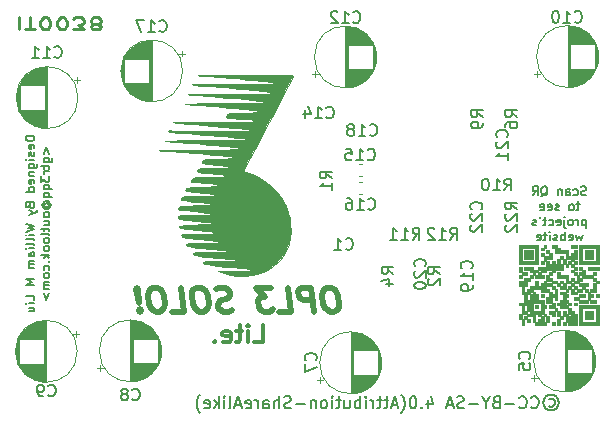
<source format=gbr>
G04 #@! TF.GenerationSoftware,KiCad,Pcbnew,(5.1.9)-1*
G04 #@! TF.CreationDate,2021-01-15T03:22:01+08:00*
G04 #@! TF.ProjectId,opl3,6f706c33-2e6b-4696-9361-645f70636258,rev?*
G04 #@! TF.SameCoordinates,Original*
G04 #@! TF.FileFunction,Legend,Bot*
G04 #@! TF.FilePolarity,Positive*
%FSLAX46Y46*%
G04 Gerber Fmt 4.6, Leading zero omitted, Abs format (unit mm)*
G04 Created by KiCad (PCBNEW (5.1.9)-1) date 2021-01-15 03:22:01*
%MOMM*%
%LPD*%
G01*
G04 APERTURE LIST*
%ADD10C,0.250000*%
%ADD11C,0.150000*%
%ADD12C,0.200000*%
%ADD13C,0.300000*%
%ADD14C,0.500000*%
%ADD15C,0.010000*%
%ADD16C,0.120000*%
G04 APERTURE END LIST*
D10*
X125933628Y-89793819D02*
X125933628Y-90793819D01*
X126433628Y-90793819D02*
X127290771Y-90793819D01*
X126862200Y-89793819D02*
X126862200Y-90793819D01*
X128076485Y-90793819D02*
X128219342Y-90793819D01*
X128362200Y-90746200D01*
X128433628Y-90698580D01*
X128505057Y-90603342D01*
X128576485Y-90412866D01*
X128576485Y-90174771D01*
X128505057Y-89984295D01*
X128433628Y-89889057D01*
X128362200Y-89841438D01*
X128219342Y-89793819D01*
X128076485Y-89793819D01*
X127933628Y-89841438D01*
X127862200Y-89889057D01*
X127790771Y-89984295D01*
X127719342Y-90174771D01*
X127719342Y-90412866D01*
X127790771Y-90603342D01*
X127862200Y-90698580D01*
X127933628Y-90746200D01*
X128076485Y-90793819D01*
X129505057Y-90793819D02*
X129647914Y-90793819D01*
X129790771Y-90746200D01*
X129862200Y-90698580D01*
X129933628Y-90603342D01*
X130005057Y-90412866D01*
X130005057Y-90174771D01*
X129933628Y-89984295D01*
X129862200Y-89889057D01*
X129790771Y-89841438D01*
X129647914Y-89793819D01*
X129505057Y-89793819D01*
X129362200Y-89841438D01*
X129290771Y-89889057D01*
X129219342Y-89984295D01*
X129147914Y-90174771D01*
X129147914Y-90412866D01*
X129219342Y-90603342D01*
X129290771Y-90698580D01*
X129362200Y-90746200D01*
X129505057Y-90793819D01*
X130505057Y-90793819D02*
X131433628Y-90793819D01*
X130933628Y-90412866D01*
X131147914Y-90412866D01*
X131290771Y-90365247D01*
X131362200Y-90317628D01*
X131433628Y-90222390D01*
X131433628Y-89984295D01*
X131362200Y-89889057D01*
X131290771Y-89841438D01*
X131147914Y-89793819D01*
X130719342Y-89793819D01*
X130576485Y-89841438D01*
X130505057Y-89889057D01*
X132290771Y-90365247D02*
X132147914Y-90412866D01*
X132076485Y-90460485D01*
X132005057Y-90555723D01*
X132005057Y-90603342D01*
X132076485Y-90698580D01*
X132147914Y-90746200D01*
X132290771Y-90793819D01*
X132576485Y-90793819D01*
X132719342Y-90746200D01*
X132790771Y-90698580D01*
X132862200Y-90603342D01*
X132862200Y-90555723D01*
X132790771Y-90460485D01*
X132719342Y-90412866D01*
X132576485Y-90365247D01*
X132290771Y-90365247D01*
X132147914Y-90317628D01*
X132076485Y-90270009D01*
X132005057Y-90174771D01*
X132005057Y-89984295D01*
X132076485Y-89889057D01*
X132147914Y-89841438D01*
X132290771Y-89793819D01*
X132576485Y-89793819D01*
X132719342Y-89841438D01*
X132790771Y-89889057D01*
X132862200Y-89984295D01*
X132862200Y-90174771D01*
X132790771Y-90270009D01*
X132719342Y-90317628D01*
X132576485Y-90365247D01*
D11*
X173946457Y-104817071D02*
X173839314Y-104852785D01*
X173660742Y-104852785D01*
X173589314Y-104817071D01*
X173553600Y-104781357D01*
X173517885Y-104709928D01*
X173517885Y-104638500D01*
X173553600Y-104567071D01*
X173589314Y-104531357D01*
X173660742Y-104495642D01*
X173803600Y-104459928D01*
X173875028Y-104424214D01*
X173910742Y-104388500D01*
X173946457Y-104317071D01*
X173946457Y-104245642D01*
X173910742Y-104174214D01*
X173875028Y-104138500D01*
X173803600Y-104102785D01*
X173625028Y-104102785D01*
X173517885Y-104138500D01*
X172875028Y-104817071D02*
X172946457Y-104852785D01*
X173089314Y-104852785D01*
X173160742Y-104817071D01*
X173196457Y-104781357D01*
X173232171Y-104709928D01*
X173232171Y-104495642D01*
X173196457Y-104424214D01*
X173160742Y-104388500D01*
X173089314Y-104352785D01*
X172946457Y-104352785D01*
X172875028Y-104388500D01*
X172232171Y-104852785D02*
X172232171Y-104459928D01*
X172267885Y-104388500D01*
X172339314Y-104352785D01*
X172482171Y-104352785D01*
X172553600Y-104388500D01*
X172232171Y-104817071D02*
X172303600Y-104852785D01*
X172482171Y-104852785D01*
X172553600Y-104817071D01*
X172589314Y-104745642D01*
X172589314Y-104674214D01*
X172553600Y-104602785D01*
X172482171Y-104567071D01*
X172303600Y-104567071D01*
X172232171Y-104531357D01*
X171875028Y-104352785D02*
X171875028Y-104852785D01*
X171875028Y-104424214D02*
X171839314Y-104388500D01*
X171767885Y-104352785D01*
X171660742Y-104352785D01*
X171589314Y-104388500D01*
X171553600Y-104459928D01*
X171553600Y-104852785D01*
X170125028Y-104924214D02*
X170196457Y-104888500D01*
X170267885Y-104817071D01*
X170375028Y-104709928D01*
X170446457Y-104674214D01*
X170517885Y-104674214D01*
X170482171Y-104852785D02*
X170553600Y-104817071D01*
X170625028Y-104745642D01*
X170660742Y-104602785D01*
X170660742Y-104352785D01*
X170625028Y-104209928D01*
X170553600Y-104138500D01*
X170482171Y-104102785D01*
X170339314Y-104102785D01*
X170267885Y-104138500D01*
X170196457Y-104209928D01*
X170160742Y-104352785D01*
X170160742Y-104602785D01*
X170196457Y-104745642D01*
X170267885Y-104817071D01*
X170339314Y-104852785D01*
X170482171Y-104852785D01*
X169410742Y-104852785D02*
X169660742Y-104495642D01*
X169839314Y-104852785D02*
X169839314Y-104102785D01*
X169553600Y-104102785D01*
X169482171Y-104138500D01*
X169446457Y-104174214D01*
X169410742Y-104245642D01*
X169410742Y-104352785D01*
X169446457Y-104424214D01*
X169482171Y-104459928D01*
X169553600Y-104495642D01*
X169839314Y-104495642D01*
X173392885Y-105627785D02*
X173107171Y-105627785D01*
X173285742Y-105377785D02*
X173285742Y-106020642D01*
X173250028Y-106092071D01*
X173178600Y-106127785D01*
X173107171Y-106127785D01*
X172750028Y-106127785D02*
X172821457Y-106092071D01*
X172857171Y-106056357D01*
X172892885Y-105984928D01*
X172892885Y-105770642D01*
X172857171Y-105699214D01*
X172821457Y-105663500D01*
X172750028Y-105627785D01*
X172642885Y-105627785D01*
X172571457Y-105663500D01*
X172535742Y-105699214D01*
X172500028Y-105770642D01*
X172500028Y-105984928D01*
X172535742Y-106056357D01*
X172571457Y-106092071D01*
X172642885Y-106127785D01*
X172750028Y-106127785D01*
X171642885Y-106092071D02*
X171571457Y-106127785D01*
X171428600Y-106127785D01*
X171357171Y-106092071D01*
X171321457Y-106020642D01*
X171321457Y-105984928D01*
X171357171Y-105913500D01*
X171428600Y-105877785D01*
X171535742Y-105877785D01*
X171607171Y-105842071D01*
X171642885Y-105770642D01*
X171642885Y-105734928D01*
X171607171Y-105663500D01*
X171535742Y-105627785D01*
X171428600Y-105627785D01*
X171357171Y-105663500D01*
X170714314Y-106092071D02*
X170785742Y-106127785D01*
X170928600Y-106127785D01*
X171000028Y-106092071D01*
X171035742Y-106020642D01*
X171035742Y-105734928D01*
X171000028Y-105663500D01*
X170928600Y-105627785D01*
X170785742Y-105627785D01*
X170714314Y-105663500D01*
X170678600Y-105734928D01*
X170678600Y-105806357D01*
X171035742Y-105877785D01*
X170071457Y-106092071D02*
X170142885Y-106127785D01*
X170285742Y-106127785D01*
X170357171Y-106092071D01*
X170392885Y-106020642D01*
X170392885Y-105734928D01*
X170357171Y-105663500D01*
X170285742Y-105627785D01*
X170142885Y-105627785D01*
X170071457Y-105663500D01*
X170035742Y-105734928D01*
X170035742Y-105806357D01*
X170392885Y-105877785D01*
X173928600Y-106902785D02*
X173928600Y-107652785D01*
X173928600Y-106938500D02*
X173857171Y-106902785D01*
X173714314Y-106902785D01*
X173642885Y-106938500D01*
X173607171Y-106974214D01*
X173571457Y-107045642D01*
X173571457Y-107259928D01*
X173607171Y-107331357D01*
X173642885Y-107367071D01*
X173714314Y-107402785D01*
X173857171Y-107402785D01*
X173928600Y-107367071D01*
X173250028Y-107402785D02*
X173250028Y-106902785D01*
X173250028Y-107045642D02*
X173214314Y-106974214D01*
X173178600Y-106938500D01*
X173107171Y-106902785D01*
X173035742Y-106902785D01*
X172678600Y-107402785D02*
X172750028Y-107367071D01*
X172785742Y-107331357D01*
X172821457Y-107259928D01*
X172821457Y-107045642D01*
X172785742Y-106974214D01*
X172750028Y-106938500D01*
X172678600Y-106902785D01*
X172571457Y-106902785D01*
X172500028Y-106938500D01*
X172464314Y-106974214D01*
X172428600Y-107045642D01*
X172428600Y-107259928D01*
X172464314Y-107331357D01*
X172500028Y-107367071D01*
X172571457Y-107402785D01*
X172678600Y-107402785D01*
X172107171Y-106902785D02*
X172107171Y-107545642D01*
X172142885Y-107617071D01*
X172214314Y-107652785D01*
X172250028Y-107652785D01*
X172107171Y-106652785D02*
X172142885Y-106688500D01*
X172107171Y-106724214D01*
X172071457Y-106688500D01*
X172107171Y-106652785D01*
X172107171Y-106724214D01*
X171464314Y-107367071D02*
X171535742Y-107402785D01*
X171678600Y-107402785D01*
X171750028Y-107367071D01*
X171785742Y-107295642D01*
X171785742Y-107009928D01*
X171750028Y-106938500D01*
X171678600Y-106902785D01*
X171535742Y-106902785D01*
X171464314Y-106938500D01*
X171428600Y-107009928D01*
X171428600Y-107081357D01*
X171785742Y-107152785D01*
X170785742Y-107367071D02*
X170857171Y-107402785D01*
X171000028Y-107402785D01*
X171071457Y-107367071D01*
X171107171Y-107331357D01*
X171142885Y-107259928D01*
X171142885Y-107045642D01*
X171107171Y-106974214D01*
X171071457Y-106938500D01*
X171000028Y-106902785D01*
X170857171Y-106902785D01*
X170785742Y-106938500D01*
X170571457Y-106902785D02*
X170285742Y-106902785D01*
X170464314Y-106652785D02*
X170464314Y-107295642D01*
X170428600Y-107367071D01*
X170357171Y-107402785D01*
X170285742Y-107402785D01*
X170000028Y-106652785D02*
X170071457Y-106795642D01*
X169714314Y-107367071D02*
X169642885Y-107402785D01*
X169500028Y-107402785D01*
X169428600Y-107367071D01*
X169392885Y-107295642D01*
X169392885Y-107259928D01*
X169428600Y-107188500D01*
X169500028Y-107152785D01*
X169607171Y-107152785D01*
X169678600Y-107117071D01*
X169714314Y-107045642D01*
X169714314Y-107009928D01*
X169678600Y-106938500D01*
X169607171Y-106902785D01*
X169500028Y-106902785D01*
X169428600Y-106938500D01*
X173642885Y-108177785D02*
X173500028Y-108677785D01*
X173357171Y-108320642D01*
X173214314Y-108677785D01*
X173071457Y-108177785D01*
X172500028Y-108642071D02*
X172571457Y-108677785D01*
X172714314Y-108677785D01*
X172785742Y-108642071D01*
X172821457Y-108570642D01*
X172821457Y-108284928D01*
X172785742Y-108213500D01*
X172714314Y-108177785D01*
X172571457Y-108177785D01*
X172500028Y-108213500D01*
X172464314Y-108284928D01*
X172464314Y-108356357D01*
X172821457Y-108427785D01*
X172142885Y-108677785D02*
X172142885Y-107927785D01*
X172142885Y-108213500D02*
X172071457Y-108177785D01*
X171928600Y-108177785D01*
X171857171Y-108213500D01*
X171821457Y-108249214D01*
X171785742Y-108320642D01*
X171785742Y-108534928D01*
X171821457Y-108606357D01*
X171857171Y-108642071D01*
X171928600Y-108677785D01*
X172071457Y-108677785D01*
X172142885Y-108642071D01*
X171500028Y-108642071D02*
X171428600Y-108677785D01*
X171285742Y-108677785D01*
X171214314Y-108642071D01*
X171178600Y-108570642D01*
X171178600Y-108534928D01*
X171214314Y-108463500D01*
X171285742Y-108427785D01*
X171392885Y-108427785D01*
X171464314Y-108392071D01*
X171500028Y-108320642D01*
X171500028Y-108284928D01*
X171464314Y-108213500D01*
X171392885Y-108177785D01*
X171285742Y-108177785D01*
X171214314Y-108213500D01*
X170857171Y-108677785D02*
X170857171Y-108177785D01*
X170857171Y-107927785D02*
X170892885Y-107963500D01*
X170857171Y-107999214D01*
X170821457Y-107963500D01*
X170857171Y-107927785D01*
X170857171Y-107999214D01*
X170607171Y-108177785D02*
X170321457Y-108177785D01*
X170500028Y-107927785D02*
X170500028Y-108570642D01*
X170464314Y-108642071D01*
X170392885Y-108677785D01*
X170321457Y-108677785D01*
X169785742Y-108642071D02*
X169857171Y-108677785D01*
X170000028Y-108677785D01*
X170071457Y-108642071D01*
X170107171Y-108570642D01*
X170107171Y-108284928D01*
X170071457Y-108213500D01*
X170000028Y-108177785D01*
X169857171Y-108177785D01*
X169785742Y-108213500D01*
X169750028Y-108284928D01*
X169750028Y-108356357D01*
X170107171Y-108427785D01*
D12*
X170773500Y-122118476D02*
X170868738Y-122070857D01*
X171059214Y-122070857D01*
X171154452Y-122118476D01*
X171249690Y-122213714D01*
X171297309Y-122308952D01*
X171297309Y-122499428D01*
X171249690Y-122594666D01*
X171154452Y-122689904D01*
X171059214Y-122737523D01*
X170868738Y-122737523D01*
X170773500Y-122689904D01*
X170963976Y-121737523D02*
X171202071Y-121785142D01*
X171440166Y-121928000D01*
X171583023Y-122166095D01*
X171630642Y-122404190D01*
X171583023Y-122642285D01*
X171440166Y-122880380D01*
X171202071Y-123023238D01*
X170963976Y-123070857D01*
X170725880Y-123023238D01*
X170487785Y-122880380D01*
X170344928Y-122642285D01*
X170297309Y-122404190D01*
X170344928Y-122166095D01*
X170487785Y-121928000D01*
X170725880Y-121785142D01*
X170963976Y-121737523D01*
X169297309Y-122785142D02*
X169344928Y-122832761D01*
X169487785Y-122880380D01*
X169583023Y-122880380D01*
X169725880Y-122832761D01*
X169821119Y-122737523D01*
X169868738Y-122642285D01*
X169916357Y-122451809D01*
X169916357Y-122308952D01*
X169868738Y-122118476D01*
X169821119Y-122023238D01*
X169725880Y-121928000D01*
X169583023Y-121880380D01*
X169487785Y-121880380D01*
X169344928Y-121928000D01*
X169297309Y-121975619D01*
X168297309Y-122785142D02*
X168344928Y-122832761D01*
X168487785Y-122880380D01*
X168583023Y-122880380D01*
X168725880Y-122832761D01*
X168821119Y-122737523D01*
X168868738Y-122642285D01*
X168916357Y-122451809D01*
X168916357Y-122308952D01*
X168868738Y-122118476D01*
X168821119Y-122023238D01*
X168725880Y-121928000D01*
X168583023Y-121880380D01*
X168487785Y-121880380D01*
X168344928Y-121928000D01*
X168297309Y-121975619D01*
X167868738Y-122499428D02*
X167106833Y-122499428D01*
X166297309Y-122356571D02*
X166154452Y-122404190D01*
X166106833Y-122451809D01*
X166059214Y-122547047D01*
X166059214Y-122689904D01*
X166106833Y-122785142D01*
X166154452Y-122832761D01*
X166249690Y-122880380D01*
X166630642Y-122880380D01*
X166630642Y-121880380D01*
X166297309Y-121880380D01*
X166202071Y-121928000D01*
X166154452Y-121975619D01*
X166106833Y-122070857D01*
X166106833Y-122166095D01*
X166154452Y-122261333D01*
X166202071Y-122308952D01*
X166297309Y-122356571D01*
X166630642Y-122356571D01*
X165440166Y-122404190D02*
X165440166Y-122880380D01*
X165773500Y-121880380D02*
X165440166Y-122404190D01*
X165106833Y-121880380D01*
X164773500Y-122499428D02*
X164011595Y-122499428D01*
X163583023Y-122832761D02*
X163440166Y-122880380D01*
X163202071Y-122880380D01*
X163106833Y-122832761D01*
X163059214Y-122785142D01*
X163011595Y-122689904D01*
X163011595Y-122594666D01*
X163059214Y-122499428D01*
X163106833Y-122451809D01*
X163202071Y-122404190D01*
X163392547Y-122356571D01*
X163487785Y-122308952D01*
X163535404Y-122261333D01*
X163583023Y-122166095D01*
X163583023Y-122070857D01*
X163535404Y-121975619D01*
X163487785Y-121928000D01*
X163392547Y-121880380D01*
X163154452Y-121880380D01*
X163011595Y-121928000D01*
X162630642Y-122594666D02*
X162154452Y-122594666D01*
X162725880Y-122880380D02*
X162392547Y-121880380D01*
X162059214Y-122880380D01*
X160535404Y-122213714D02*
X160535404Y-122880380D01*
X160773500Y-121832761D02*
X161011595Y-122547047D01*
X160392547Y-122547047D01*
X160011595Y-122785142D02*
X159963976Y-122832761D01*
X160011595Y-122880380D01*
X160059214Y-122832761D01*
X160011595Y-122785142D01*
X160011595Y-122880380D01*
X159344928Y-121880380D02*
X159249690Y-121880380D01*
X159154452Y-121928000D01*
X159106833Y-121975619D01*
X159059214Y-122070857D01*
X159011595Y-122261333D01*
X159011595Y-122499428D01*
X159059214Y-122689904D01*
X159106833Y-122785142D01*
X159154452Y-122832761D01*
X159249690Y-122880380D01*
X159344928Y-122880380D01*
X159440166Y-122832761D01*
X159487785Y-122785142D01*
X159535404Y-122689904D01*
X159583023Y-122499428D01*
X159583023Y-122261333D01*
X159535404Y-122070857D01*
X159487785Y-121975619D01*
X159440166Y-121928000D01*
X159344928Y-121880380D01*
X158297309Y-123261333D02*
X158344928Y-123213714D01*
X158440166Y-123070857D01*
X158487785Y-122975619D01*
X158535404Y-122832761D01*
X158583023Y-122594666D01*
X158583023Y-122404190D01*
X158535404Y-122166095D01*
X158487785Y-122023238D01*
X158440166Y-121928000D01*
X158344928Y-121785142D01*
X158297309Y-121737523D01*
X157963976Y-122594666D02*
X157487785Y-122594666D01*
X158059214Y-122880380D02*
X157725880Y-121880380D01*
X157392547Y-122880380D01*
X157202071Y-122213714D02*
X156821119Y-122213714D01*
X157059214Y-121880380D02*
X157059214Y-122737523D01*
X157011595Y-122832761D01*
X156916357Y-122880380D01*
X156821119Y-122880380D01*
X156630642Y-122213714D02*
X156249690Y-122213714D01*
X156487785Y-121880380D02*
X156487785Y-122737523D01*
X156440166Y-122832761D01*
X156344928Y-122880380D01*
X156249690Y-122880380D01*
X155916357Y-122880380D02*
X155916357Y-122213714D01*
X155916357Y-122404190D02*
X155868738Y-122308952D01*
X155821119Y-122261333D01*
X155725880Y-122213714D01*
X155630642Y-122213714D01*
X155297309Y-122880380D02*
X155297309Y-122213714D01*
X155297309Y-121880380D02*
X155344928Y-121928000D01*
X155297309Y-121975619D01*
X155249690Y-121928000D01*
X155297309Y-121880380D01*
X155297309Y-121975619D01*
X154821119Y-122880380D02*
X154821119Y-121880380D01*
X154821119Y-122261333D02*
X154725880Y-122213714D01*
X154535404Y-122213714D01*
X154440166Y-122261333D01*
X154392547Y-122308952D01*
X154344928Y-122404190D01*
X154344928Y-122689904D01*
X154392547Y-122785142D01*
X154440166Y-122832761D01*
X154535404Y-122880380D01*
X154725880Y-122880380D01*
X154821119Y-122832761D01*
X153487785Y-122213714D02*
X153487785Y-122880380D01*
X153916357Y-122213714D02*
X153916357Y-122737523D01*
X153868738Y-122832761D01*
X153773500Y-122880380D01*
X153630642Y-122880380D01*
X153535404Y-122832761D01*
X153487785Y-122785142D01*
X153154452Y-122213714D02*
X152773500Y-122213714D01*
X153011595Y-121880380D02*
X153011595Y-122737523D01*
X152963976Y-122832761D01*
X152868738Y-122880380D01*
X152773500Y-122880380D01*
X152440166Y-122880380D02*
X152440166Y-122213714D01*
X152440166Y-121880380D02*
X152487785Y-121928000D01*
X152440166Y-121975619D01*
X152392547Y-121928000D01*
X152440166Y-121880380D01*
X152440166Y-121975619D01*
X151821119Y-122880380D02*
X151916357Y-122832761D01*
X151963976Y-122785142D01*
X152011595Y-122689904D01*
X152011595Y-122404190D01*
X151963976Y-122308952D01*
X151916357Y-122261333D01*
X151821119Y-122213714D01*
X151678261Y-122213714D01*
X151583023Y-122261333D01*
X151535404Y-122308952D01*
X151487785Y-122404190D01*
X151487785Y-122689904D01*
X151535404Y-122785142D01*
X151583023Y-122832761D01*
X151678261Y-122880380D01*
X151821119Y-122880380D01*
X151059214Y-122213714D02*
X151059214Y-122880380D01*
X151059214Y-122308952D02*
X151011595Y-122261333D01*
X150916357Y-122213714D01*
X150773500Y-122213714D01*
X150678261Y-122261333D01*
X150630642Y-122356571D01*
X150630642Y-122880380D01*
X150154452Y-122499428D02*
X149392547Y-122499428D01*
X148963976Y-122832761D02*
X148821119Y-122880380D01*
X148583023Y-122880380D01*
X148487785Y-122832761D01*
X148440166Y-122785142D01*
X148392547Y-122689904D01*
X148392547Y-122594666D01*
X148440166Y-122499428D01*
X148487785Y-122451809D01*
X148583023Y-122404190D01*
X148773500Y-122356571D01*
X148868738Y-122308952D01*
X148916357Y-122261333D01*
X148963976Y-122166095D01*
X148963976Y-122070857D01*
X148916357Y-121975619D01*
X148868738Y-121928000D01*
X148773500Y-121880380D01*
X148535404Y-121880380D01*
X148392547Y-121928000D01*
X147963976Y-122880380D02*
X147963976Y-121880380D01*
X147535404Y-122880380D02*
X147535404Y-122356571D01*
X147583023Y-122261333D01*
X147678261Y-122213714D01*
X147821119Y-122213714D01*
X147916357Y-122261333D01*
X147963976Y-122308952D01*
X146630642Y-122880380D02*
X146630642Y-122356571D01*
X146678261Y-122261333D01*
X146773500Y-122213714D01*
X146963976Y-122213714D01*
X147059214Y-122261333D01*
X146630642Y-122832761D02*
X146725880Y-122880380D01*
X146963976Y-122880380D01*
X147059214Y-122832761D01*
X147106833Y-122737523D01*
X147106833Y-122642285D01*
X147059214Y-122547047D01*
X146963976Y-122499428D01*
X146725880Y-122499428D01*
X146630642Y-122451809D01*
X146154452Y-122880380D02*
X146154452Y-122213714D01*
X146154452Y-122404190D02*
X146106833Y-122308952D01*
X146059214Y-122261333D01*
X145963976Y-122213714D01*
X145868738Y-122213714D01*
X145154452Y-122832761D02*
X145249690Y-122880380D01*
X145440166Y-122880380D01*
X145535404Y-122832761D01*
X145583023Y-122737523D01*
X145583023Y-122356571D01*
X145535404Y-122261333D01*
X145440166Y-122213714D01*
X145249690Y-122213714D01*
X145154452Y-122261333D01*
X145106833Y-122356571D01*
X145106833Y-122451809D01*
X145583023Y-122547047D01*
X144725880Y-122594666D02*
X144249690Y-122594666D01*
X144821119Y-122880380D02*
X144487785Y-121880380D01*
X144154452Y-122880380D01*
X143678261Y-122880380D02*
X143773500Y-122832761D01*
X143821119Y-122737523D01*
X143821119Y-121880380D01*
X143297309Y-122880380D02*
X143297309Y-122213714D01*
X143297309Y-121880380D02*
X143344928Y-121928000D01*
X143297309Y-121975619D01*
X143249690Y-121928000D01*
X143297309Y-121880380D01*
X143297309Y-121975619D01*
X142821119Y-122880380D02*
X142821119Y-121880380D01*
X142725880Y-122499428D02*
X142440166Y-122880380D01*
X142440166Y-122213714D02*
X142821119Y-122594666D01*
X141630642Y-122832761D02*
X141725880Y-122880380D01*
X141916357Y-122880380D01*
X142011595Y-122832761D01*
X142059214Y-122737523D01*
X142059214Y-122356571D01*
X142011595Y-122261333D01*
X141916357Y-122213714D01*
X141725880Y-122213714D01*
X141630642Y-122261333D01*
X141583023Y-122356571D01*
X141583023Y-122451809D01*
X142059214Y-122547047D01*
X141249690Y-123261333D02*
X141202071Y-123213714D01*
X141106833Y-123070857D01*
X141059214Y-122975619D01*
X141011595Y-122832761D01*
X140963976Y-122594666D01*
X140963976Y-122404190D01*
X141011595Y-122166095D01*
X141059214Y-122023238D01*
X141106833Y-121928000D01*
X141202071Y-121785142D01*
X141249690Y-121737523D01*
D11*
X127235185Y-99853485D02*
X126485185Y-99853485D01*
X126485185Y-100032057D01*
X126520900Y-100139200D01*
X126592328Y-100210628D01*
X126663757Y-100246342D01*
X126806614Y-100282057D01*
X126913757Y-100282057D01*
X127056614Y-100246342D01*
X127128042Y-100210628D01*
X127199471Y-100139200D01*
X127235185Y-100032057D01*
X127235185Y-99853485D01*
X127199471Y-100889200D02*
X127235185Y-100817771D01*
X127235185Y-100674914D01*
X127199471Y-100603485D01*
X127128042Y-100567771D01*
X126842328Y-100567771D01*
X126770900Y-100603485D01*
X126735185Y-100674914D01*
X126735185Y-100817771D01*
X126770900Y-100889200D01*
X126842328Y-100924914D01*
X126913757Y-100924914D01*
X126985185Y-100567771D01*
X127199471Y-101210628D02*
X127235185Y-101282057D01*
X127235185Y-101424914D01*
X127199471Y-101496342D01*
X127128042Y-101532057D01*
X127092328Y-101532057D01*
X127020900Y-101496342D01*
X126985185Y-101424914D01*
X126985185Y-101317771D01*
X126949471Y-101246342D01*
X126878042Y-101210628D01*
X126842328Y-101210628D01*
X126770900Y-101246342D01*
X126735185Y-101317771D01*
X126735185Y-101424914D01*
X126770900Y-101496342D01*
X127235185Y-101853485D02*
X126735185Y-101853485D01*
X126485185Y-101853485D02*
X126520900Y-101817771D01*
X126556614Y-101853485D01*
X126520900Y-101889200D01*
X126485185Y-101853485D01*
X126556614Y-101853485D01*
X126735185Y-102532057D02*
X127342328Y-102532057D01*
X127413757Y-102496342D01*
X127449471Y-102460628D01*
X127485185Y-102389200D01*
X127485185Y-102282057D01*
X127449471Y-102210628D01*
X127199471Y-102532057D02*
X127235185Y-102460628D01*
X127235185Y-102317771D01*
X127199471Y-102246342D01*
X127163757Y-102210628D01*
X127092328Y-102174914D01*
X126878042Y-102174914D01*
X126806614Y-102210628D01*
X126770900Y-102246342D01*
X126735185Y-102317771D01*
X126735185Y-102460628D01*
X126770900Y-102532057D01*
X126735185Y-102889200D02*
X127235185Y-102889200D01*
X126806614Y-102889200D02*
X126770900Y-102924914D01*
X126735185Y-102996342D01*
X126735185Y-103103485D01*
X126770900Y-103174914D01*
X126842328Y-103210628D01*
X127235185Y-103210628D01*
X127199471Y-103853485D02*
X127235185Y-103782057D01*
X127235185Y-103639200D01*
X127199471Y-103567771D01*
X127128042Y-103532057D01*
X126842328Y-103532057D01*
X126770900Y-103567771D01*
X126735185Y-103639200D01*
X126735185Y-103782057D01*
X126770900Y-103853485D01*
X126842328Y-103889200D01*
X126913757Y-103889200D01*
X126985185Y-103532057D01*
X127235185Y-104532057D02*
X126485185Y-104532057D01*
X127199471Y-104532057D02*
X127235185Y-104460628D01*
X127235185Y-104317771D01*
X127199471Y-104246342D01*
X127163757Y-104210628D01*
X127092328Y-104174914D01*
X126878042Y-104174914D01*
X126806614Y-104210628D01*
X126770900Y-104246342D01*
X126735185Y-104317771D01*
X126735185Y-104460628D01*
X126770900Y-104532057D01*
X126842328Y-105710628D02*
X126878042Y-105817771D01*
X126913757Y-105853485D01*
X126985185Y-105889200D01*
X127092328Y-105889200D01*
X127163757Y-105853485D01*
X127199471Y-105817771D01*
X127235185Y-105746342D01*
X127235185Y-105460628D01*
X126485185Y-105460628D01*
X126485185Y-105710628D01*
X126520900Y-105782057D01*
X126556614Y-105817771D01*
X126628042Y-105853485D01*
X126699471Y-105853485D01*
X126770900Y-105817771D01*
X126806614Y-105782057D01*
X126842328Y-105710628D01*
X126842328Y-105460628D01*
X126735185Y-106139200D02*
X127235185Y-106317771D01*
X126735185Y-106496342D02*
X127235185Y-106317771D01*
X127413757Y-106246342D01*
X127449471Y-106210628D01*
X127485185Y-106139200D01*
X126485185Y-107282057D02*
X127235185Y-107460628D01*
X126699471Y-107603485D01*
X127235185Y-107746342D01*
X126485185Y-107924914D01*
X127235185Y-108210628D02*
X126735185Y-108210628D01*
X126485185Y-108210628D02*
X126520900Y-108174914D01*
X126556614Y-108210628D01*
X126520900Y-108246342D01*
X126485185Y-108210628D01*
X126556614Y-108210628D01*
X127235185Y-108674914D02*
X127199471Y-108603485D01*
X127128042Y-108567771D01*
X126485185Y-108567771D01*
X127235185Y-109067771D02*
X127199471Y-108996342D01*
X127128042Y-108960628D01*
X126485185Y-108960628D01*
X127235185Y-109353485D02*
X126735185Y-109353485D01*
X126485185Y-109353485D02*
X126520900Y-109317771D01*
X126556614Y-109353485D01*
X126520900Y-109389200D01*
X126485185Y-109353485D01*
X126556614Y-109353485D01*
X127235185Y-110032057D02*
X126842328Y-110032057D01*
X126770900Y-109996342D01*
X126735185Y-109924914D01*
X126735185Y-109782057D01*
X126770900Y-109710628D01*
X127199471Y-110032057D02*
X127235185Y-109960628D01*
X127235185Y-109782057D01*
X127199471Y-109710628D01*
X127128042Y-109674914D01*
X127056614Y-109674914D01*
X126985185Y-109710628D01*
X126949471Y-109782057D01*
X126949471Y-109960628D01*
X126913757Y-110032057D01*
X127235185Y-110389200D02*
X126735185Y-110389200D01*
X126806614Y-110389200D02*
X126770900Y-110424914D01*
X126735185Y-110496342D01*
X126735185Y-110603485D01*
X126770900Y-110674914D01*
X126842328Y-110710628D01*
X127235185Y-110710628D01*
X126842328Y-110710628D02*
X126770900Y-110746342D01*
X126735185Y-110817771D01*
X126735185Y-110924914D01*
X126770900Y-110996342D01*
X126842328Y-111032057D01*
X127235185Y-111032057D01*
X127235185Y-111960628D02*
X126485185Y-111960628D01*
X127020900Y-112210628D01*
X126485185Y-112460628D01*
X127235185Y-112460628D01*
X127235185Y-113746342D02*
X127235185Y-113389200D01*
X126485185Y-113389200D01*
X127235185Y-113996342D02*
X126735185Y-113996342D01*
X126485185Y-113996342D02*
X126520900Y-113960628D01*
X126556614Y-113996342D01*
X126520900Y-114032057D01*
X126485185Y-113996342D01*
X126556614Y-113996342D01*
X126735185Y-114674914D02*
X127235185Y-114674914D01*
X126735185Y-114353485D02*
X127128042Y-114353485D01*
X127199471Y-114389200D01*
X127235185Y-114460628D01*
X127235185Y-114567771D01*
X127199471Y-114639200D01*
X127163757Y-114674914D01*
X128010185Y-101371342D02*
X128224471Y-100799914D01*
X128438757Y-101371342D01*
X128010185Y-102049914D02*
X128617328Y-102049914D01*
X128688757Y-102014200D01*
X128724471Y-101978485D01*
X128760185Y-101907057D01*
X128760185Y-101799914D01*
X128724471Y-101728485D01*
X128474471Y-102049914D02*
X128510185Y-101978485D01*
X128510185Y-101835628D01*
X128474471Y-101764200D01*
X128438757Y-101728485D01*
X128367328Y-101692771D01*
X128153042Y-101692771D01*
X128081614Y-101728485D01*
X128045900Y-101764200D01*
X128010185Y-101835628D01*
X128010185Y-101978485D01*
X128045900Y-102049914D01*
X128010185Y-102299914D02*
X128010185Y-102585628D01*
X127760185Y-102407057D02*
X128403042Y-102407057D01*
X128474471Y-102442771D01*
X128510185Y-102514200D01*
X128510185Y-102585628D01*
X128510185Y-102835628D02*
X128010185Y-102835628D01*
X128153042Y-102835628D02*
X128081614Y-102871342D01*
X128045900Y-102907057D01*
X128010185Y-102978485D01*
X128010185Y-103049914D01*
X127760185Y-103228485D02*
X127760185Y-103692771D01*
X128045900Y-103442771D01*
X128045900Y-103549914D01*
X128081614Y-103621342D01*
X128117328Y-103657057D01*
X128188757Y-103692771D01*
X128367328Y-103692771D01*
X128438757Y-103657057D01*
X128474471Y-103621342D01*
X128510185Y-103549914D01*
X128510185Y-103335628D01*
X128474471Y-103264200D01*
X128438757Y-103228485D01*
X128010185Y-104335628D02*
X128760185Y-104335628D01*
X128474471Y-104335628D02*
X128510185Y-104264200D01*
X128510185Y-104121342D01*
X128474471Y-104049914D01*
X128438757Y-104014200D01*
X128367328Y-103978485D01*
X128153042Y-103978485D01*
X128081614Y-104014200D01*
X128045900Y-104049914D01*
X128010185Y-104121342D01*
X128010185Y-104264200D01*
X128045900Y-104335628D01*
X128010185Y-105014200D02*
X128760185Y-105014200D01*
X128474471Y-105014200D02*
X128510185Y-104942771D01*
X128510185Y-104799914D01*
X128474471Y-104728485D01*
X128438757Y-104692771D01*
X128367328Y-104657057D01*
X128153042Y-104657057D01*
X128081614Y-104692771D01*
X128045900Y-104728485D01*
X128010185Y-104799914D01*
X128010185Y-104942771D01*
X128045900Y-105014200D01*
X128153042Y-105835628D02*
X128117328Y-105799914D01*
X128081614Y-105728485D01*
X128081614Y-105657057D01*
X128117328Y-105585628D01*
X128153042Y-105549914D01*
X128224471Y-105514200D01*
X128295900Y-105514200D01*
X128367328Y-105549914D01*
X128403042Y-105585628D01*
X128438757Y-105657057D01*
X128438757Y-105728485D01*
X128403042Y-105799914D01*
X128367328Y-105835628D01*
X128081614Y-105835628D02*
X128367328Y-105835628D01*
X128403042Y-105871342D01*
X128403042Y-105907057D01*
X128367328Y-105978485D01*
X128295900Y-106014200D01*
X128117328Y-106014200D01*
X128010185Y-105942771D01*
X127938757Y-105835628D01*
X127903042Y-105692771D01*
X127938757Y-105549914D01*
X128010185Y-105442771D01*
X128117328Y-105371342D01*
X128260185Y-105335628D01*
X128403042Y-105371342D01*
X128510185Y-105442771D01*
X128581614Y-105549914D01*
X128617328Y-105692771D01*
X128581614Y-105835628D01*
X128510185Y-105942771D01*
X128510185Y-106442771D02*
X128474471Y-106371342D01*
X128438757Y-106335628D01*
X128367328Y-106299914D01*
X128153042Y-106299914D01*
X128081614Y-106335628D01*
X128045900Y-106371342D01*
X128010185Y-106442771D01*
X128010185Y-106549914D01*
X128045900Y-106621342D01*
X128081614Y-106657057D01*
X128153042Y-106692771D01*
X128367328Y-106692771D01*
X128438757Y-106657057D01*
X128474471Y-106621342D01*
X128510185Y-106549914D01*
X128510185Y-106442771D01*
X128010185Y-107335628D02*
X128510185Y-107335628D01*
X128010185Y-107014200D02*
X128403042Y-107014200D01*
X128474471Y-107049914D01*
X128510185Y-107121342D01*
X128510185Y-107228485D01*
X128474471Y-107299914D01*
X128438757Y-107335628D01*
X128010185Y-107585628D02*
X128010185Y-107871342D01*
X127760185Y-107692771D02*
X128403042Y-107692771D01*
X128474471Y-107728485D01*
X128510185Y-107799914D01*
X128510185Y-107871342D01*
X128510185Y-108228485D02*
X128474471Y-108157057D01*
X128403042Y-108121342D01*
X127760185Y-108121342D01*
X128510185Y-108621342D02*
X128474471Y-108549914D01*
X128438757Y-108514200D01*
X128367328Y-108478485D01*
X128153042Y-108478485D01*
X128081614Y-108514200D01*
X128045900Y-108549914D01*
X128010185Y-108621342D01*
X128010185Y-108728485D01*
X128045900Y-108799914D01*
X128081614Y-108835628D01*
X128153042Y-108871342D01*
X128367328Y-108871342D01*
X128438757Y-108835628D01*
X128474471Y-108799914D01*
X128510185Y-108728485D01*
X128510185Y-108621342D01*
X128510185Y-109299914D02*
X128474471Y-109228485D01*
X128438757Y-109192771D01*
X128367328Y-109157057D01*
X128153042Y-109157057D01*
X128081614Y-109192771D01*
X128045900Y-109228485D01*
X128010185Y-109299914D01*
X128010185Y-109407057D01*
X128045900Y-109478485D01*
X128081614Y-109514200D01*
X128153042Y-109549914D01*
X128367328Y-109549914D01*
X128438757Y-109514200D01*
X128474471Y-109478485D01*
X128510185Y-109407057D01*
X128510185Y-109299914D01*
X128510185Y-109871342D02*
X127760185Y-109871342D01*
X128224471Y-109942771D02*
X128510185Y-110157057D01*
X128010185Y-110157057D02*
X128295900Y-109871342D01*
X128438757Y-110478485D02*
X128474471Y-110514200D01*
X128510185Y-110478485D01*
X128474471Y-110442771D01*
X128438757Y-110478485D01*
X128510185Y-110478485D01*
X128474471Y-111157057D02*
X128510185Y-111085628D01*
X128510185Y-110942771D01*
X128474471Y-110871342D01*
X128438757Y-110835628D01*
X128367328Y-110799914D01*
X128153042Y-110799914D01*
X128081614Y-110835628D01*
X128045900Y-110871342D01*
X128010185Y-110942771D01*
X128010185Y-111085628D01*
X128045900Y-111157057D01*
X128510185Y-111585628D02*
X128474471Y-111514200D01*
X128438757Y-111478485D01*
X128367328Y-111442771D01*
X128153042Y-111442771D01*
X128081614Y-111478485D01*
X128045900Y-111514200D01*
X128010185Y-111585628D01*
X128010185Y-111692771D01*
X128045900Y-111764200D01*
X128081614Y-111799914D01*
X128153042Y-111835628D01*
X128367328Y-111835628D01*
X128438757Y-111799914D01*
X128474471Y-111764200D01*
X128510185Y-111692771D01*
X128510185Y-111585628D01*
X128510185Y-112157057D02*
X128010185Y-112157057D01*
X128081614Y-112157057D02*
X128045900Y-112192771D01*
X128010185Y-112264200D01*
X128010185Y-112371342D01*
X128045900Y-112442771D01*
X128117328Y-112478485D01*
X128510185Y-112478485D01*
X128117328Y-112478485D02*
X128045900Y-112514200D01*
X128010185Y-112585628D01*
X128010185Y-112692771D01*
X128045900Y-112764200D01*
X128117328Y-112799914D01*
X128510185Y-112799914D01*
X128010185Y-113157057D02*
X128224471Y-113728485D01*
X128438757Y-113157057D01*
D13*
X145847428Y-117315371D02*
X146561714Y-117315371D01*
X146561714Y-115815371D01*
X145347428Y-117315371D02*
X145347428Y-116315371D01*
X145347428Y-115815371D02*
X145418857Y-115886800D01*
X145347428Y-115958228D01*
X145276000Y-115886800D01*
X145347428Y-115815371D01*
X145347428Y-115958228D01*
X144847428Y-116315371D02*
X144276000Y-116315371D01*
X144633142Y-115815371D02*
X144633142Y-117101085D01*
X144561714Y-117243942D01*
X144418857Y-117315371D01*
X144276000Y-117315371D01*
X143204571Y-117243942D02*
X143347428Y-117315371D01*
X143633142Y-117315371D01*
X143776000Y-117243942D01*
X143847428Y-117101085D01*
X143847428Y-116529657D01*
X143776000Y-116386800D01*
X143633142Y-116315371D01*
X143347428Y-116315371D01*
X143204571Y-116386800D01*
X143133142Y-116529657D01*
X143133142Y-116672514D01*
X143847428Y-116815371D01*
X142490285Y-117172514D02*
X142418857Y-117243942D01*
X142490285Y-117315371D01*
X142561714Y-117243942D01*
X142490285Y-117172514D01*
X142490285Y-117315371D01*
D14*
X152387439Y-112696761D02*
X152006486Y-112696761D01*
X151827915Y-112792000D01*
X151661248Y-112982476D01*
X151613629Y-113363428D01*
X151696963Y-114030095D01*
X151839820Y-114411047D01*
X152054105Y-114601523D01*
X152256486Y-114696761D01*
X152637439Y-114696761D01*
X152816010Y-114601523D01*
X152982677Y-114411047D01*
X153030296Y-114030095D01*
X152946963Y-113363428D01*
X152804105Y-112982476D01*
X152589820Y-112792000D01*
X152387439Y-112696761D01*
X150923153Y-114696761D02*
X150673153Y-112696761D01*
X149911248Y-112696761D01*
X149732677Y-112792000D01*
X149649344Y-112887238D01*
X149577915Y-113077714D01*
X149613629Y-113363428D01*
X149732677Y-113553904D01*
X149839820Y-113649142D01*
X150042201Y-113744380D01*
X150804105Y-113744380D01*
X147970772Y-114696761D02*
X148923153Y-114696761D01*
X148673153Y-112696761D01*
X147244582Y-112696761D02*
X146006486Y-112696761D01*
X146768391Y-113458666D01*
X146482677Y-113458666D01*
X146304105Y-113553904D01*
X146220772Y-113649142D01*
X146149344Y-113839619D01*
X146208867Y-114315809D01*
X146327915Y-114506285D01*
X146435058Y-114601523D01*
X146637439Y-114696761D01*
X147208867Y-114696761D01*
X147387439Y-114601523D01*
X147470772Y-114506285D01*
X143958867Y-114601523D02*
X143685058Y-114696761D01*
X143208867Y-114696761D01*
X143006486Y-114601523D01*
X142899344Y-114506285D01*
X142780296Y-114315809D01*
X142756486Y-114125333D01*
X142827915Y-113934857D01*
X142911248Y-113839619D01*
X143089820Y-113744380D01*
X143458867Y-113649142D01*
X143637439Y-113553904D01*
X143720772Y-113458666D01*
X143792201Y-113268190D01*
X143768391Y-113077714D01*
X143649344Y-112887238D01*
X143542201Y-112792000D01*
X143339820Y-112696761D01*
X142863629Y-112696761D01*
X142589820Y-112792000D01*
X141339820Y-112696761D02*
X140958867Y-112696761D01*
X140780296Y-112792000D01*
X140613629Y-112982476D01*
X140566010Y-113363428D01*
X140649344Y-114030095D01*
X140792201Y-114411047D01*
X141006486Y-114601523D01*
X141208867Y-114696761D01*
X141589820Y-114696761D01*
X141768391Y-114601523D01*
X141935058Y-114411047D01*
X141982677Y-114030095D01*
X141899344Y-113363428D01*
X141756486Y-112982476D01*
X141542201Y-112792000D01*
X141339820Y-112696761D01*
X138923153Y-114696761D02*
X139875534Y-114696761D01*
X139625534Y-112696761D01*
X137625534Y-112696761D02*
X137244582Y-112696761D01*
X137066010Y-112792000D01*
X136899344Y-112982476D01*
X136851725Y-113363428D01*
X136935058Y-114030095D01*
X137077915Y-114411047D01*
X137292201Y-114601523D01*
X137494582Y-114696761D01*
X137875534Y-114696761D01*
X138054105Y-114601523D01*
X138220772Y-114411047D01*
X138268391Y-114030095D01*
X138185058Y-113363428D01*
X138042201Y-112982476D01*
X137827915Y-112792000D01*
X137625534Y-112696761D01*
X136137439Y-114506285D02*
X136054105Y-114601523D01*
X136161248Y-114696761D01*
X136244582Y-114601523D01*
X136137439Y-114506285D01*
X136161248Y-114696761D01*
X136066010Y-113934857D02*
X136018391Y-112792000D01*
X135911248Y-112696761D01*
X135827915Y-112792000D01*
X136066010Y-113934857D01*
X135911248Y-112696761D01*
D15*
G04 #@! TO.C,G\u002A\u002A\u002A*
G36*
X173377578Y-115804244D02*
G01*
X175014467Y-115804244D01*
X175014467Y-114421356D01*
X174788689Y-114421356D01*
X174788689Y-115578467D01*
X173631578Y-115578467D01*
X173631578Y-114421356D01*
X174788689Y-114421356D01*
X175014467Y-114421356D01*
X175014467Y-114167356D01*
X173377578Y-114167356D01*
X173377578Y-115804244D01*
G37*
X173377578Y-115804244D02*
X175014467Y-115804244D01*
X175014467Y-114421356D01*
X174788689Y-114421356D01*
X174788689Y-115578467D01*
X173631578Y-115578467D01*
X173631578Y-114421356D01*
X174788689Y-114421356D01*
X175014467Y-114421356D01*
X175014467Y-114167356D01*
X173377578Y-114167356D01*
X173377578Y-115804244D01*
G36*
X168720911Y-112078911D02*
G01*
X168269356Y-112078911D01*
X168269356Y-112558689D01*
X168495133Y-112558689D01*
X168495133Y-113236022D01*
X168720911Y-113236022D01*
X168720911Y-113941578D01*
X168269356Y-113941578D01*
X168269356Y-114167356D01*
X168495133Y-114167356D01*
X168495133Y-114872911D01*
X168974911Y-114872911D01*
X168974911Y-115098689D01*
X169426467Y-115098689D01*
X169426467Y-115578467D01*
X169652244Y-115578467D01*
X169652244Y-115804244D01*
X170583578Y-115804244D01*
X170583578Y-115578467D01*
X170837578Y-115578467D01*
X170837578Y-115098689D01*
X170583578Y-115098689D01*
X170583578Y-115578467D01*
X170357800Y-115578467D01*
X170357800Y-115098689D01*
X170583578Y-115098689D01*
X170583578Y-114872911D01*
X170357800Y-114872911D01*
X170357800Y-115098689D01*
X170132022Y-115098689D01*
X170132022Y-115352689D01*
X169906244Y-115352689D01*
X169906244Y-115578467D01*
X169652244Y-115578467D01*
X169652244Y-114872911D01*
X169906244Y-114872911D01*
X169906244Y-115098689D01*
X170132022Y-115098689D01*
X170132022Y-114872911D01*
X170357800Y-114872911D01*
X170357800Y-114421356D01*
X170583578Y-114421356D01*
X170583578Y-114167356D01*
X170357800Y-114167356D01*
X170357800Y-113941578D01*
X170132022Y-113941578D01*
X170132022Y-114647133D01*
X169426467Y-114647133D01*
X169200689Y-114647133D01*
X169200689Y-114872911D01*
X168974911Y-114872911D01*
X168974911Y-114647133D01*
X169200689Y-114647133D01*
X169426467Y-114647133D01*
X169426467Y-114167356D01*
X168974911Y-114167356D01*
X168974911Y-114647133D01*
X168720911Y-114647133D01*
X168720911Y-114167356D01*
X168974911Y-114167356D01*
X169426467Y-114167356D01*
X169426467Y-113941578D01*
X170132022Y-113941578D01*
X170357800Y-113941578D01*
X170357800Y-113715800D01*
X169906244Y-113715800D01*
X169906244Y-113236022D01*
X169652244Y-113236022D01*
X169652244Y-113010244D01*
X169426467Y-113010244D01*
X169426467Y-113236022D01*
X169200689Y-113236022D01*
X169200689Y-113715800D01*
X168974911Y-113715800D01*
X168974911Y-113236022D01*
X169200689Y-113236022D01*
X169200689Y-113010244D01*
X169426467Y-113010244D01*
X169426467Y-112784467D01*
X170132022Y-112784467D01*
X170132022Y-113010244D01*
X170837578Y-113010244D01*
X170837578Y-112784467D01*
X170583578Y-112784467D01*
X170583578Y-112558689D01*
X171063356Y-112558689D01*
X171063356Y-112304689D01*
X170583578Y-112304689D01*
X170583578Y-112078911D01*
X170357800Y-112078911D01*
X170357800Y-112304689D01*
X170132022Y-112304689D01*
X170132022Y-112558689D01*
X169906244Y-112558689D01*
X169906244Y-112078911D01*
X169652244Y-112078911D01*
X169652244Y-112558689D01*
X169200689Y-112558689D01*
X169200689Y-112784467D01*
X168974911Y-112784467D01*
X168974911Y-113010244D01*
X168720911Y-113010244D01*
X168720911Y-112558689D01*
X168974911Y-112558689D01*
X168974911Y-112078911D01*
X169200689Y-112078911D01*
X169200689Y-111853133D01*
X168720911Y-111853133D01*
X168720911Y-112078911D01*
G37*
X168720911Y-112078911D02*
X168269356Y-112078911D01*
X168269356Y-112558689D01*
X168495133Y-112558689D01*
X168495133Y-113236022D01*
X168720911Y-113236022D01*
X168720911Y-113941578D01*
X168269356Y-113941578D01*
X168269356Y-114167356D01*
X168495133Y-114167356D01*
X168495133Y-114872911D01*
X168974911Y-114872911D01*
X168974911Y-115098689D01*
X169426467Y-115098689D01*
X169426467Y-115578467D01*
X169652244Y-115578467D01*
X169652244Y-115804244D01*
X170583578Y-115804244D01*
X170583578Y-115578467D01*
X170837578Y-115578467D01*
X170837578Y-115098689D01*
X170583578Y-115098689D01*
X170583578Y-115578467D01*
X170357800Y-115578467D01*
X170357800Y-115098689D01*
X170583578Y-115098689D01*
X170583578Y-114872911D01*
X170357800Y-114872911D01*
X170357800Y-115098689D01*
X170132022Y-115098689D01*
X170132022Y-115352689D01*
X169906244Y-115352689D01*
X169906244Y-115578467D01*
X169652244Y-115578467D01*
X169652244Y-114872911D01*
X169906244Y-114872911D01*
X169906244Y-115098689D01*
X170132022Y-115098689D01*
X170132022Y-114872911D01*
X170357800Y-114872911D01*
X170357800Y-114421356D01*
X170583578Y-114421356D01*
X170583578Y-114167356D01*
X170357800Y-114167356D01*
X170357800Y-113941578D01*
X170132022Y-113941578D01*
X170132022Y-114647133D01*
X169426467Y-114647133D01*
X169200689Y-114647133D01*
X169200689Y-114872911D01*
X168974911Y-114872911D01*
X168974911Y-114647133D01*
X169200689Y-114647133D01*
X169426467Y-114647133D01*
X169426467Y-114167356D01*
X168974911Y-114167356D01*
X168974911Y-114647133D01*
X168720911Y-114647133D01*
X168720911Y-114167356D01*
X168974911Y-114167356D01*
X169426467Y-114167356D01*
X169426467Y-113941578D01*
X170132022Y-113941578D01*
X170357800Y-113941578D01*
X170357800Y-113715800D01*
X169906244Y-113715800D01*
X169906244Y-113236022D01*
X169652244Y-113236022D01*
X169652244Y-113010244D01*
X169426467Y-113010244D01*
X169426467Y-113236022D01*
X169200689Y-113236022D01*
X169200689Y-113715800D01*
X168974911Y-113715800D01*
X168974911Y-113236022D01*
X169200689Y-113236022D01*
X169200689Y-113010244D01*
X169426467Y-113010244D01*
X169426467Y-112784467D01*
X170132022Y-112784467D01*
X170132022Y-113010244D01*
X170837578Y-113010244D01*
X170837578Y-112784467D01*
X170583578Y-112784467D01*
X170583578Y-112558689D01*
X171063356Y-112558689D01*
X171063356Y-112304689D01*
X170583578Y-112304689D01*
X170583578Y-112078911D01*
X170357800Y-112078911D01*
X170357800Y-112304689D01*
X170132022Y-112304689D01*
X170132022Y-112558689D01*
X169906244Y-112558689D01*
X169906244Y-112078911D01*
X169652244Y-112078911D01*
X169652244Y-112558689D01*
X169200689Y-112558689D01*
X169200689Y-112784467D01*
X168974911Y-112784467D01*
X168974911Y-113010244D01*
X168720911Y-113010244D01*
X168720911Y-112558689D01*
X168974911Y-112558689D01*
X168974911Y-112078911D01*
X169200689Y-112078911D01*
X169200689Y-111853133D01*
X168720911Y-111853133D01*
X168720911Y-112078911D01*
G36*
X171514911Y-115804244D02*
G01*
X171768911Y-115804244D01*
X171768911Y-115352689D01*
X171514911Y-115352689D01*
X171514911Y-115804244D01*
G37*
X171514911Y-115804244D02*
X171768911Y-115804244D01*
X171768911Y-115352689D01*
X171514911Y-115352689D01*
X171514911Y-115804244D01*
G36*
X171994689Y-115804244D02*
G01*
X172220467Y-115804244D01*
X172220467Y-115578467D01*
X171994689Y-115578467D01*
X171994689Y-115804244D01*
G37*
X171994689Y-115804244D02*
X172220467Y-115804244D01*
X172220467Y-115578467D01*
X171994689Y-115578467D01*
X171994689Y-115804244D01*
G36*
X168495133Y-115804244D02*
G01*
X168720911Y-115804244D01*
X168720911Y-115352689D01*
X168495133Y-115352689D01*
X168495133Y-115804244D01*
G37*
X168495133Y-115804244D02*
X168720911Y-115804244D01*
X168720911Y-115352689D01*
X168495133Y-115352689D01*
X168495133Y-115804244D01*
G36*
X172446244Y-114872911D02*
G01*
X172220467Y-114872911D01*
X172220467Y-114647133D01*
X171994689Y-114647133D01*
X171994689Y-115098689D01*
X172220467Y-115098689D01*
X172220467Y-115578467D01*
X172446244Y-115578467D01*
X172446244Y-115804244D01*
X173151800Y-115804244D01*
X173151800Y-114872911D01*
X172926022Y-114872911D01*
X172700244Y-114872911D01*
X172700244Y-115098689D01*
X172446244Y-115098689D01*
X172446244Y-114872911D01*
X172700244Y-114872911D01*
X172926022Y-114872911D01*
X172926022Y-114647133D01*
X172700244Y-114647133D01*
X172700244Y-114421356D01*
X172446244Y-114421356D01*
X172446244Y-114872911D01*
G37*
X172446244Y-114872911D02*
X172220467Y-114872911D01*
X172220467Y-114647133D01*
X171994689Y-114647133D01*
X171994689Y-115098689D01*
X172220467Y-115098689D01*
X172220467Y-115578467D01*
X172446244Y-115578467D01*
X172446244Y-115804244D01*
X173151800Y-115804244D01*
X173151800Y-114872911D01*
X172926022Y-114872911D01*
X172700244Y-114872911D01*
X172700244Y-115098689D01*
X172446244Y-115098689D01*
X172446244Y-114872911D01*
X172700244Y-114872911D01*
X172926022Y-114872911D01*
X172926022Y-114647133D01*
X172700244Y-114647133D01*
X172700244Y-114421356D01*
X172446244Y-114421356D01*
X172446244Y-114872911D01*
G36*
X168974911Y-115578467D02*
G01*
X169200689Y-115578467D01*
X169200689Y-115352689D01*
X168974911Y-115352689D01*
X168974911Y-115578467D01*
G37*
X168974911Y-115578467D02*
X169200689Y-115578467D01*
X169200689Y-115352689D01*
X168974911Y-115352689D01*
X168974911Y-115578467D01*
G36*
X168269356Y-115352689D02*
G01*
X168495133Y-115352689D01*
X168495133Y-114872911D01*
X168269356Y-114872911D01*
X168269356Y-115352689D01*
G37*
X168269356Y-115352689D02*
X168495133Y-115352689D01*
X168495133Y-114872911D01*
X168269356Y-114872911D01*
X168269356Y-115352689D01*
G36*
X168720911Y-115352689D02*
G01*
X168974911Y-115352689D01*
X168974911Y-115098689D01*
X168720911Y-115098689D01*
X168720911Y-115352689D01*
G37*
X168720911Y-115352689D02*
X168974911Y-115352689D01*
X168974911Y-115098689D01*
X168720911Y-115098689D01*
X168720911Y-115352689D01*
G36*
X171768911Y-115352689D02*
G01*
X171994689Y-115352689D01*
X171994689Y-115098689D01*
X171768911Y-115098689D01*
X171768911Y-115352689D01*
G37*
X171768911Y-115352689D02*
X171994689Y-115352689D01*
X171994689Y-115098689D01*
X171768911Y-115098689D01*
X171768911Y-115352689D01*
G36*
X171514911Y-115098689D02*
G01*
X171768911Y-115098689D01*
X171768911Y-114647133D01*
X171514911Y-114647133D01*
X171514911Y-115098689D01*
G37*
X171514911Y-115098689D02*
X171768911Y-115098689D01*
X171768911Y-114647133D01*
X171514911Y-114647133D01*
X171514911Y-115098689D01*
G36*
X170837578Y-114872911D02*
G01*
X171063356Y-114872911D01*
X171063356Y-115098689D01*
X171289133Y-115098689D01*
X171289133Y-114647133D01*
X170837578Y-114647133D01*
X170837578Y-114872911D01*
G37*
X170837578Y-114872911D02*
X171063356Y-114872911D01*
X171063356Y-115098689D01*
X171289133Y-115098689D01*
X171289133Y-114647133D01*
X170837578Y-114647133D01*
X170837578Y-114872911D01*
G36*
X171289133Y-114647133D02*
G01*
X171514911Y-114647133D01*
X171514911Y-114421356D01*
X171289133Y-114421356D01*
X171289133Y-114647133D01*
G37*
X171289133Y-114647133D02*
X171514911Y-114647133D01*
X171514911Y-114421356D01*
X171289133Y-114421356D01*
X171289133Y-114647133D01*
G36*
X171063356Y-114167356D02*
G01*
X170837578Y-114167356D01*
X170837578Y-114421356D01*
X171289133Y-114421356D01*
X171289133Y-113941578D01*
X171063356Y-113941578D01*
X171063356Y-114167356D01*
G37*
X171063356Y-114167356D02*
X170837578Y-114167356D01*
X170837578Y-114421356D01*
X171289133Y-114421356D01*
X171289133Y-113941578D01*
X171063356Y-113941578D01*
X171063356Y-114167356D01*
G36*
X171768911Y-113236022D02*
G01*
X171994689Y-113236022D01*
X171994689Y-113715800D01*
X171768911Y-113715800D01*
X171768911Y-113941578D01*
X171514911Y-113941578D01*
X171514911Y-114167356D01*
X171768911Y-114167356D01*
X171768911Y-114421356D01*
X172446244Y-114421356D01*
X172446244Y-114167356D01*
X172700244Y-114167356D01*
X172700244Y-113941578D01*
X172446244Y-113941578D01*
X172446244Y-114167356D01*
X172220467Y-114167356D01*
X172220467Y-113941578D01*
X172446244Y-113941578D01*
X172446244Y-113715800D01*
X172220467Y-113715800D01*
X172220467Y-113490022D01*
X172446244Y-113490022D01*
X172446244Y-113236022D01*
X172220467Y-113236022D01*
X172220467Y-113010244D01*
X171768911Y-113010244D01*
X171768911Y-113236022D01*
G37*
X171768911Y-113236022D02*
X171994689Y-113236022D01*
X171994689Y-113715800D01*
X171768911Y-113715800D01*
X171768911Y-113941578D01*
X171514911Y-113941578D01*
X171514911Y-114167356D01*
X171768911Y-114167356D01*
X171768911Y-114421356D01*
X172446244Y-114421356D01*
X172446244Y-114167356D01*
X172700244Y-114167356D01*
X172700244Y-113941578D01*
X172446244Y-113941578D01*
X172446244Y-114167356D01*
X172220467Y-114167356D01*
X172220467Y-113941578D01*
X172446244Y-113941578D01*
X172446244Y-113715800D01*
X172220467Y-113715800D01*
X172220467Y-113490022D01*
X172446244Y-113490022D01*
X172446244Y-113236022D01*
X172220467Y-113236022D01*
X172220467Y-113010244D01*
X171768911Y-113010244D01*
X171768911Y-113236022D01*
G36*
X173377578Y-113941578D02*
G01*
X174083133Y-113941578D01*
X174083133Y-113715800D01*
X173377578Y-113715800D01*
X173377578Y-113941578D01*
G37*
X173377578Y-113941578D02*
X174083133Y-113941578D01*
X174083133Y-113715800D01*
X173377578Y-113715800D01*
X173377578Y-113941578D01*
G36*
X174308911Y-113941578D02*
G01*
X174788689Y-113941578D01*
X174788689Y-113715800D01*
X174308911Y-113715800D01*
X174308911Y-113941578D01*
G37*
X174308911Y-113941578D02*
X174788689Y-113941578D01*
X174788689Y-113715800D01*
X174308911Y-113715800D01*
X174308911Y-113941578D01*
G36*
X171289133Y-113236022D02*
G01*
X171063356Y-113236022D01*
X171063356Y-113010244D01*
X170837578Y-113010244D01*
X170837578Y-113490022D01*
X170583578Y-113490022D01*
X170583578Y-113941578D01*
X171063356Y-113941578D01*
X171063356Y-113490022D01*
X171289133Y-113490022D01*
X171289133Y-113715800D01*
X171514911Y-113715800D01*
X171514911Y-112784467D01*
X171289133Y-112784467D01*
X171289133Y-113236022D01*
G37*
X171289133Y-113236022D02*
X171063356Y-113236022D01*
X171063356Y-113010244D01*
X170837578Y-113010244D01*
X170837578Y-113490022D01*
X170583578Y-113490022D01*
X170583578Y-113941578D01*
X171063356Y-113941578D01*
X171063356Y-113490022D01*
X171289133Y-113490022D01*
X171289133Y-113715800D01*
X171514911Y-113715800D01*
X171514911Y-112784467D01*
X171289133Y-112784467D01*
X171289133Y-113236022D01*
G36*
X172926022Y-113715800D02*
G01*
X173377578Y-113715800D01*
X173377578Y-113490022D01*
X172926022Y-113490022D01*
X172926022Y-113715800D01*
G37*
X172926022Y-113715800D02*
X173377578Y-113715800D01*
X173377578Y-113490022D01*
X172926022Y-113490022D01*
X172926022Y-113715800D01*
G36*
X173377578Y-113490022D02*
G01*
X173857356Y-113490022D01*
X173857356Y-113236022D01*
X173377578Y-113236022D01*
X173377578Y-113490022D01*
G37*
X173377578Y-113490022D02*
X173857356Y-113490022D01*
X173857356Y-113236022D01*
X173377578Y-113236022D01*
X173377578Y-113490022D01*
G36*
X172700244Y-113236022D02*
G01*
X173151800Y-113236022D01*
X173151800Y-113010244D01*
X172926022Y-113010244D01*
X172926022Y-112784467D01*
X172700244Y-112784467D01*
X172700244Y-113236022D01*
G37*
X172700244Y-113236022D02*
X173151800Y-113236022D01*
X173151800Y-113010244D01*
X172926022Y-113010244D01*
X172926022Y-112784467D01*
X172700244Y-112784467D01*
X172700244Y-113236022D01*
G36*
X173151800Y-113010244D02*
G01*
X173631578Y-113010244D01*
X173631578Y-112784467D01*
X173151800Y-112784467D01*
X173151800Y-113010244D01*
G37*
X173151800Y-113010244D02*
X173631578Y-113010244D01*
X173631578Y-112784467D01*
X173151800Y-112784467D01*
X173151800Y-113010244D01*
G36*
X172220467Y-113010244D02*
G01*
X172446244Y-113010244D01*
X172446244Y-112784467D01*
X172220467Y-112784467D01*
X172220467Y-113010244D01*
G37*
X172220467Y-113010244D02*
X172446244Y-113010244D01*
X172446244Y-112784467D01*
X172220467Y-112784467D01*
X172220467Y-113010244D01*
G36*
X172446244Y-112784467D02*
G01*
X172700244Y-112784467D01*
X172700244Y-112558689D01*
X172446244Y-112558689D01*
X172446244Y-112784467D01*
G37*
X172446244Y-112784467D02*
X172700244Y-112784467D01*
X172700244Y-112558689D01*
X172446244Y-112558689D01*
X172446244Y-112784467D01*
G36*
X169200689Y-111853133D02*
G01*
X169426467Y-111853133D01*
X169426467Y-111627356D01*
X169200689Y-111627356D01*
X169200689Y-111853133D01*
G37*
X169200689Y-111853133D02*
X169426467Y-111853133D01*
X169426467Y-111627356D01*
X169200689Y-111627356D01*
X169200689Y-111853133D01*
G36*
X172926022Y-111627356D02*
G01*
X173151800Y-111627356D01*
X173151800Y-111373356D01*
X172926022Y-111373356D01*
X172926022Y-111627356D01*
G37*
X172926022Y-111627356D02*
X173151800Y-111627356D01*
X173151800Y-111373356D01*
X172926022Y-111373356D01*
X172926022Y-111627356D01*
G36*
X174562911Y-111627356D02*
G01*
X174788689Y-111627356D01*
X174788689Y-111373356D01*
X174562911Y-111373356D01*
X174562911Y-111627356D01*
G37*
X174562911Y-111627356D02*
X174788689Y-111627356D01*
X174788689Y-111373356D01*
X174562911Y-111373356D01*
X174562911Y-111627356D01*
G36*
X168720911Y-111147578D02*
G01*
X169200689Y-111147578D01*
X169200689Y-111373356D01*
X169426467Y-111373356D01*
X169426467Y-111627356D01*
X169652244Y-111627356D01*
X169652244Y-111373356D01*
X169906244Y-111373356D01*
X169906244Y-111147578D01*
X169426467Y-111147578D01*
X169426467Y-110921800D01*
X168720911Y-110921800D01*
X168720911Y-111147578D01*
G37*
X168720911Y-111147578D02*
X169200689Y-111147578D01*
X169200689Y-111373356D01*
X169426467Y-111373356D01*
X169426467Y-111627356D01*
X169652244Y-111627356D01*
X169652244Y-111373356D01*
X169906244Y-111373356D01*
X169906244Y-111147578D01*
X169426467Y-111147578D01*
X169426467Y-110921800D01*
X168720911Y-110921800D01*
X168720911Y-111147578D01*
G36*
X172700244Y-111373356D02*
G01*
X172926022Y-111373356D01*
X172926022Y-111147578D01*
X172700244Y-111147578D01*
X172700244Y-111373356D01*
G37*
X172700244Y-111373356D02*
X172926022Y-111373356D01*
X172926022Y-111147578D01*
X172700244Y-111147578D01*
X172700244Y-111373356D01*
G36*
X172926022Y-111147578D02*
G01*
X173151800Y-111147578D01*
X173151800Y-110921800D01*
X172926022Y-110921800D01*
X172926022Y-111147578D01*
G37*
X172926022Y-111147578D02*
X173151800Y-111147578D01*
X173151800Y-110921800D01*
X172926022Y-110921800D01*
X172926022Y-111147578D01*
G36*
X173377578Y-111147578D02*
G01*
X173631578Y-111147578D01*
X173631578Y-110921800D01*
X173377578Y-110921800D01*
X173377578Y-111147578D01*
G37*
X173377578Y-111147578D02*
X173631578Y-111147578D01*
X173631578Y-110921800D01*
X173377578Y-110921800D01*
X173377578Y-111147578D01*
G36*
X172700244Y-110921800D02*
G01*
X172926022Y-110921800D01*
X172926022Y-110696022D01*
X172700244Y-110696022D01*
X172700244Y-110921800D01*
G37*
X172700244Y-110921800D02*
X172926022Y-110921800D01*
X172926022Y-110696022D01*
X172700244Y-110696022D01*
X172700244Y-110921800D01*
G36*
X170132022Y-110696022D02*
G01*
X170357800Y-110696022D01*
X170357800Y-110442022D01*
X170132022Y-110442022D01*
X170132022Y-110696022D01*
G37*
X170132022Y-110696022D02*
X170357800Y-110696022D01*
X170357800Y-110442022D01*
X170132022Y-110442022D01*
X170132022Y-110696022D01*
G36*
X172926022Y-110696022D02*
G01*
X173151800Y-110696022D01*
X173151800Y-110442022D01*
X172926022Y-110442022D01*
X172926022Y-110696022D01*
G37*
X172926022Y-110696022D02*
X173151800Y-110696022D01*
X173151800Y-110442022D01*
X172926022Y-110442022D01*
X172926022Y-110696022D01*
G36*
X171063356Y-109284911D02*
G01*
X171289133Y-109284911D01*
X171289133Y-109764689D01*
X172220467Y-109764689D01*
X172220467Y-110216244D01*
X172700244Y-110216244D01*
X172700244Y-110442022D01*
X172926022Y-110442022D01*
X172926022Y-110216244D01*
X173151800Y-110216244D01*
X173151800Y-109510689D01*
X172926022Y-109510689D01*
X172926022Y-109764689D01*
X172700244Y-109764689D01*
X172700244Y-109990467D01*
X172446244Y-109990467D01*
X172446244Y-109510689D01*
X171768911Y-109510689D01*
X171768911Y-109284911D01*
X171514911Y-109284911D01*
X171514911Y-109059133D01*
X171063356Y-109059133D01*
X171063356Y-109284911D01*
G37*
X171063356Y-109284911D02*
X171289133Y-109284911D01*
X171289133Y-109764689D01*
X172220467Y-109764689D01*
X172220467Y-110216244D01*
X172700244Y-110216244D01*
X172700244Y-110442022D01*
X172926022Y-110442022D01*
X172926022Y-110216244D01*
X173151800Y-110216244D01*
X173151800Y-109510689D01*
X172926022Y-109510689D01*
X172926022Y-109764689D01*
X172700244Y-109764689D01*
X172700244Y-109990467D01*
X172446244Y-109990467D01*
X172446244Y-109510689D01*
X171768911Y-109510689D01*
X171768911Y-109284911D01*
X171514911Y-109284911D01*
X171514911Y-109059133D01*
X171063356Y-109059133D01*
X171063356Y-109284911D01*
G36*
X170837578Y-109990467D02*
G01*
X170357800Y-109990467D01*
X170357800Y-110442022D01*
X170583578Y-110442022D01*
X170583578Y-110216244D01*
X171063356Y-110216244D01*
X171063356Y-109764689D01*
X170837578Y-109764689D01*
X170837578Y-109990467D01*
G37*
X170837578Y-109990467D02*
X170357800Y-109990467D01*
X170357800Y-110442022D01*
X170583578Y-110442022D01*
X170583578Y-110216244D01*
X171063356Y-110216244D01*
X171063356Y-109764689D01*
X170837578Y-109764689D01*
X170837578Y-109990467D01*
G36*
X170132022Y-109990467D02*
G01*
X170357800Y-109990467D01*
X170357800Y-109764689D01*
X170132022Y-109764689D01*
X170132022Y-109990467D01*
G37*
X170132022Y-109990467D02*
X170357800Y-109990467D01*
X170357800Y-109764689D01*
X170132022Y-109764689D01*
X170132022Y-109990467D01*
G36*
X170583578Y-109764689D02*
G01*
X170837578Y-109764689D01*
X170837578Y-109510689D01*
X170583578Y-109510689D01*
X170583578Y-109764689D01*
G37*
X170583578Y-109764689D02*
X170837578Y-109764689D01*
X170837578Y-109510689D01*
X170583578Y-109510689D01*
X170583578Y-109764689D01*
G36*
X173151800Y-111627356D02*
G01*
X173151800Y-112078911D01*
X172926022Y-112078911D01*
X172926022Y-112304689D01*
X173377578Y-112304689D01*
X173377578Y-112558689D01*
X173631578Y-112558689D01*
X173631578Y-112784467D01*
X173857356Y-112784467D01*
X173857356Y-113010244D01*
X174083133Y-113010244D01*
X174083133Y-113715800D01*
X174308911Y-113715800D01*
X174308911Y-113490022D01*
X174562911Y-113490022D01*
X174562911Y-113236022D01*
X174308911Y-113236022D01*
X174308911Y-113010244D01*
X174788689Y-113010244D01*
X174788689Y-112304689D01*
X175014467Y-112304689D01*
X175014467Y-112078911D01*
X174788689Y-112078911D01*
X174788689Y-112304689D01*
X174562911Y-112304689D01*
X174562911Y-112784467D01*
X174308911Y-112784467D01*
X174308911Y-113010244D01*
X174083133Y-113010244D01*
X174083133Y-112784467D01*
X173857356Y-112784467D01*
X173857356Y-112558689D01*
X174083133Y-112558689D01*
X174083133Y-112304689D01*
X173377578Y-112304689D01*
X173377578Y-112078911D01*
X173631578Y-112078911D01*
X173631578Y-111853133D01*
X174562911Y-111853133D01*
X174562911Y-112078911D01*
X174788689Y-112078911D01*
X174788689Y-111853133D01*
X174562911Y-111853133D01*
X174562911Y-111627356D01*
X173857356Y-111627356D01*
X173631578Y-111627356D01*
X173631578Y-111853133D01*
X173377578Y-111853133D01*
X173377578Y-111627356D01*
X173631578Y-111627356D01*
X173857356Y-111627356D01*
X173857356Y-111147578D01*
X173631578Y-111147578D01*
X173631578Y-111373356D01*
X173377578Y-111373356D01*
X173377578Y-111627356D01*
X173151800Y-111627356D01*
G37*
X173151800Y-111627356D02*
X173151800Y-112078911D01*
X172926022Y-112078911D01*
X172926022Y-112304689D01*
X173377578Y-112304689D01*
X173377578Y-112558689D01*
X173631578Y-112558689D01*
X173631578Y-112784467D01*
X173857356Y-112784467D01*
X173857356Y-113010244D01*
X174083133Y-113010244D01*
X174083133Y-113715800D01*
X174308911Y-113715800D01*
X174308911Y-113490022D01*
X174562911Y-113490022D01*
X174562911Y-113236022D01*
X174308911Y-113236022D01*
X174308911Y-113010244D01*
X174788689Y-113010244D01*
X174788689Y-112304689D01*
X175014467Y-112304689D01*
X175014467Y-112078911D01*
X174788689Y-112078911D01*
X174788689Y-112304689D01*
X174562911Y-112304689D01*
X174562911Y-112784467D01*
X174308911Y-112784467D01*
X174308911Y-113010244D01*
X174083133Y-113010244D01*
X174083133Y-112784467D01*
X173857356Y-112784467D01*
X173857356Y-112558689D01*
X174083133Y-112558689D01*
X174083133Y-112304689D01*
X173377578Y-112304689D01*
X173377578Y-112078911D01*
X173631578Y-112078911D01*
X173631578Y-111853133D01*
X174562911Y-111853133D01*
X174562911Y-112078911D01*
X174788689Y-112078911D01*
X174788689Y-111853133D01*
X174562911Y-111853133D01*
X174562911Y-111627356D01*
X173857356Y-111627356D01*
X173631578Y-111627356D01*
X173631578Y-111853133D01*
X173377578Y-111853133D01*
X173377578Y-111627356D01*
X173631578Y-111627356D01*
X173857356Y-111627356D01*
X173857356Y-111147578D01*
X173631578Y-111147578D01*
X173631578Y-111373356D01*
X173377578Y-111373356D01*
X173377578Y-111627356D01*
X173151800Y-111627356D01*
G36*
X171514911Y-110216244D02*
G01*
X171514911Y-110696022D01*
X171289133Y-110696022D01*
X171289133Y-110442022D01*
X171063356Y-110442022D01*
X171063356Y-110696022D01*
X170837578Y-110696022D01*
X170837578Y-110442022D01*
X170583578Y-110442022D01*
X170583578Y-110921800D01*
X169906244Y-110921800D01*
X169906244Y-111147578D01*
X170132022Y-111147578D01*
X170132022Y-111373356D01*
X170583578Y-111373356D01*
X170583578Y-111147578D01*
X171063356Y-111147578D01*
X171063356Y-111373356D01*
X171289133Y-111373356D01*
X171289133Y-111147578D01*
X171994689Y-111147578D01*
X171994689Y-110696022D01*
X172220467Y-110696022D01*
X172220467Y-110216244D01*
X171994689Y-110216244D01*
X171994689Y-110696022D01*
X171768911Y-110696022D01*
X171768911Y-110216244D01*
X171994689Y-110216244D01*
X171994689Y-109990467D01*
X171768911Y-109990467D01*
X171768911Y-110216244D01*
X171514911Y-110216244D01*
G37*
X171514911Y-110216244D02*
X171514911Y-110696022D01*
X171289133Y-110696022D01*
X171289133Y-110442022D01*
X171063356Y-110442022D01*
X171063356Y-110696022D01*
X170837578Y-110696022D01*
X170837578Y-110442022D01*
X170583578Y-110442022D01*
X170583578Y-110921800D01*
X169906244Y-110921800D01*
X169906244Y-111147578D01*
X170132022Y-111147578D01*
X170132022Y-111373356D01*
X170583578Y-111373356D01*
X170583578Y-111147578D01*
X171063356Y-111147578D01*
X171063356Y-111373356D01*
X171289133Y-111373356D01*
X171289133Y-111147578D01*
X171994689Y-111147578D01*
X171994689Y-110696022D01*
X172220467Y-110696022D01*
X172220467Y-110216244D01*
X171994689Y-110216244D01*
X171994689Y-110696022D01*
X171768911Y-110696022D01*
X171768911Y-110216244D01*
X171994689Y-110216244D01*
X171994689Y-109990467D01*
X171768911Y-109990467D01*
X171768911Y-110216244D01*
X171514911Y-110216244D01*
G36*
X171063356Y-115804244D02*
G01*
X171289133Y-115804244D01*
X171289133Y-115578467D01*
X171063356Y-115578467D01*
X171063356Y-115804244D01*
G37*
X171063356Y-115804244D02*
X171289133Y-115804244D01*
X171289133Y-115578467D01*
X171063356Y-115578467D01*
X171063356Y-115804244D01*
G36*
X172926022Y-114167356D02*
G01*
X173151800Y-114167356D01*
X173151800Y-113941578D01*
X172926022Y-113941578D01*
X172926022Y-114167356D01*
G37*
X172926022Y-114167356D02*
X173151800Y-114167356D01*
X173151800Y-113941578D01*
X172926022Y-113941578D01*
X172926022Y-114167356D01*
G36*
X174788689Y-113490022D02*
G01*
X175014467Y-113490022D01*
X175014467Y-113236022D01*
X174788689Y-113236022D01*
X174788689Y-113490022D01*
G37*
X174788689Y-113490022D02*
X175014467Y-113490022D01*
X175014467Y-113236022D01*
X174788689Y-113236022D01*
X174788689Y-113490022D01*
G36*
X170132022Y-113490022D02*
G01*
X170357800Y-113490022D01*
X170357800Y-113236022D01*
X170132022Y-113236022D01*
X170132022Y-113490022D01*
G37*
X170132022Y-113490022D02*
X170357800Y-113490022D01*
X170357800Y-113236022D01*
X170132022Y-113236022D01*
X170132022Y-113490022D01*
G36*
X168269356Y-111853133D02*
G01*
X168495133Y-111853133D01*
X168495133Y-111627356D01*
X168269356Y-111627356D01*
X168269356Y-111853133D01*
G37*
X168269356Y-111853133D02*
X168495133Y-111853133D01*
X168495133Y-111627356D01*
X168269356Y-111627356D01*
X168269356Y-111853133D01*
G36*
X168495133Y-111627356D02*
G01*
X168974911Y-111627356D01*
X168974911Y-111373356D01*
X168495133Y-111373356D01*
X168495133Y-111627356D01*
G37*
X168495133Y-111627356D02*
X168974911Y-111627356D01*
X168974911Y-111373356D01*
X168495133Y-111373356D01*
X168495133Y-111627356D01*
G36*
X168269356Y-111373356D02*
G01*
X168495133Y-111373356D01*
X168495133Y-110921800D01*
X168269356Y-110921800D01*
X168269356Y-111373356D01*
G37*
X168269356Y-111373356D02*
X168495133Y-111373356D01*
X168495133Y-110921800D01*
X168269356Y-110921800D01*
X168269356Y-111373356D01*
G36*
X174083133Y-111147578D02*
G01*
X175014467Y-111147578D01*
X175014467Y-110921800D01*
X174083133Y-110921800D01*
X174083133Y-111147578D01*
G37*
X174083133Y-111147578D02*
X175014467Y-111147578D01*
X175014467Y-110921800D01*
X174083133Y-110921800D01*
X174083133Y-111147578D01*
G36*
X173377578Y-110696022D02*
G01*
X175014467Y-110696022D01*
X175014467Y-109284911D01*
X174788689Y-109284911D01*
X174788689Y-110442022D01*
X173631578Y-110442022D01*
X173631578Y-109284911D01*
X174788689Y-109284911D01*
X175014467Y-109284911D01*
X175014467Y-109059133D01*
X173377578Y-109059133D01*
X173377578Y-110696022D01*
G37*
X173377578Y-110696022D02*
X175014467Y-110696022D01*
X175014467Y-109284911D01*
X174788689Y-109284911D01*
X174788689Y-110442022D01*
X173631578Y-110442022D01*
X173631578Y-109284911D01*
X174788689Y-109284911D01*
X175014467Y-109284911D01*
X175014467Y-109059133D01*
X173377578Y-109059133D01*
X173377578Y-110696022D01*
G36*
X168269356Y-110696022D02*
G01*
X169906244Y-110696022D01*
X169906244Y-109284911D01*
X169652244Y-109284911D01*
X169652244Y-110442022D01*
X168495133Y-110442022D01*
X168495133Y-109284911D01*
X169652244Y-109284911D01*
X169906244Y-109284911D01*
X169906244Y-109059133D01*
X168269356Y-109059133D01*
X168269356Y-110696022D01*
G37*
X168269356Y-110696022D02*
X169906244Y-110696022D01*
X169906244Y-109284911D01*
X169652244Y-109284911D01*
X169652244Y-110442022D01*
X168495133Y-110442022D01*
X168495133Y-109284911D01*
X169652244Y-109284911D01*
X169906244Y-109284911D01*
X169906244Y-109059133D01*
X168269356Y-109059133D01*
X168269356Y-110696022D01*
G36*
X170132022Y-109510689D02*
G01*
X170357800Y-109510689D01*
X170357800Y-109284911D01*
X170132022Y-109284911D01*
X170132022Y-109510689D01*
G37*
X170132022Y-109510689D02*
X170357800Y-109510689D01*
X170357800Y-109284911D01*
X170132022Y-109284911D01*
X170132022Y-109510689D01*
G36*
X170357800Y-109284911D02*
G01*
X170583578Y-109284911D01*
X170583578Y-109059133D01*
X170357800Y-109059133D01*
X170357800Y-109284911D01*
G37*
X170357800Y-109284911D02*
X170583578Y-109284911D01*
X170583578Y-109059133D01*
X170357800Y-109059133D01*
X170357800Y-109284911D01*
G36*
X172700244Y-109284911D02*
G01*
X173151800Y-109284911D01*
X173151800Y-109059133D01*
X172700244Y-109059133D01*
X172700244Y-109284911D01*
G37*
X172700244Y-109284911D02*
X173151800Y-109284911D01*
X173151800Y-109059133D01*
X172700244Y-109059133D01*
X172700244Y-109284911D01*
G36*
X173857356Y-115352689D02*
G01*
X174562911Y-115352689D01*
X174562911Y-114647133D01*
X173857356Y-114647133D01*
X173857356Y-115352689D01*
G37*
X173857356Y-115352689D02*
X174562911Y-115352689D01*
X174562911Y-114647133D01*
X173857356Y-114647133D01*
X173857356Y-115352689D01*
G36*
X172926022Y-112784467D02*
G01*
X173151800Y-112784467D01*
X173151800Y-112558689D01*
X172926022Y-112558689D01*
X172926022Y-112784467D01*
G37*
X172926022Y-112784467D02*
X173151800Y-112784467D01*
X173151800Y-112558689D01*
X172926022Y-112558689D01*
X172926022Y-112784467D01*
G36*
X172700244Y-112558689D02*
G01*
X172926022Y-112558689D01*
X172926022Y-112304689D01*
X172700244Y-112304689D01*
X172700244Y-112558689D01*
G37*
X172700244Y-112558689D02*
X172926022Y-112558689D01*
X172926022Y-112304689D01*
X172700244Y-112304689D01*
X172700244Y-112558689D01*
G36*
X171514911Y-111853133D02*
G01*
X172220467Y-111853133D01*
X172220467Y-112304689D01*
X172700244Y-112304689D01*
X172700244Y-112078911D01*
X172446244Y-112078911D01*
X172446244Y-111627356D01*
X171768911Y-111627356D01*
X171768911Y-111373356D01*
X171514911Y-111373356D01*
X171514911Y-111853133D01*
G37*
X171514911Y-111853133D02*
X172220467Y-111853133D01*
X172220467Y-112304689D01*
X172700244Y-112304689D01*
X172700244Y-112078911D01*
X172446244Y-112078911D01*
X172446244Y-111627356D01*
X171768911Y-111627356D01*
X171768911Y-111373356D01*
X171514911Y-111373356D01*
X171514911Y-111853133D01*
G36*
X171063356Y-112304689D02*
G01*
X171514911Y-112304689D01*
X171514911Y-112078911D01*
X171063356Y-112078911D01*
X171063356Y-112304689D01*
G37*
X171063356Y-112304689D02*
X171514911Y-112304689D01*
X171514911Y-112078911D01*
X171063356Y-112078911D01*
X171063356Y-112304689D01*
G36*
X172700244Y-112078911D02*
G01*
X172926022Y-112078911D01*
X172926022Y-111853133D01*
X172700244Y-111853133D01*
X172700244Y-112078911D01*
G37*
X172700244Y-112078911D02*
X172926022Y-112078911D01*
X172926022Y-111853133D01*
X172700244Y-111853133D01*
X172700244Y-112078911D01*
G36*
X170583578Y-112078911D02*
G01*
X171063356Y-112078911D01*
X171063356Y-111853133D01*
X170837578Y-111853133D01*
X170837578Y-111627356D01*
X170583578Y-111627356D01*
X170583578Y-112078911D01*
G37*
X170583578Y-112078911D02*
X171063356Y-112078911D01*
X171063356Y-111853133D01*
X170837578Y-111853133D01*
X170837578Y-111627356D01*
X170583578Y-111627356D01*
X170583578Y-112078911D01*
G36*
X170837578Y-111627356D02*
G01*
X171063356Y-111627356D01*
X171063356Y-111373356D01*
X170837578Y-111373356D01*
X170837578Y-111627356D01*
G37*
X170837578Y-111627356D02*
X171063356Y-111627356D01*
X171063356Y-111373356D01*
X170837578Y-111373356D01*
X170837578Y-111627356D01*
G36*
X171514911Y-112304689D02*
G01*
X171514911Y-112558689D01*
X171768911Y-112558689D01*
X171768911Y-112784467D01*
X172220467Y-112784467D01*
X172220467Y-112304689D01*
X171994689Y-112304689D01*
X171994689Y-112558689D01*
X171768911Y-112558689D01*
X171768911Y-112304689D01*
X171994689Y-112304689D01*
X171994689Y-112078911D01*
X171768911Y-112078911D01*
X171768911Y-112304689D01*
X171514911Y-112304689D01*
G37*
X171514911Y-112304689D02*
X171514911Y-112558689D01*
X171768911Y-112558689D01*
X171768911Y-112784467D01*
X172220467Y-112784467D01*
X172220467Y-112304689D01*
X171994689Y-112304689D01*
X171994689Y-112558689D01*
X171768911Y-112558689D01*
X171768911Y-112304689D01*
X171994689Y-112304689D01*
X171994689Y-112078911D01*
X171768911Y-112078911D01*
X171768911Y-112304689D01*
X171514911Y-112304689D01*
G36*
X171063356Y-112784467D02*
G01*
X171289133Y-112784467D01*
X171289133Y-112558689D01*
X171063356Y-112558689D01*
X171063356Y-112784467D01*
G37*
X171063356Y-112784467D02*
X171289133Y-112784467D01*
X171289133Y-112558689D01*
X171063356Y-112558689D01*
X171063356Y-112784467D01*
G36*
X169906244Y-111627356D02*
G01*
X169652244Y-111627356D01*
X169652244Y-111853133D01*
X170357800Y-111853133D01*
X170357800Y-111627356D01*
X170132022Y-111627356D01*
X170132022Y-111373356D01*
X169906244Y-111373356D01*
X169906244Y-111627356D01*
G37*
X169906244Y-111627356D02*
X169652244Y-111627356D01*
X169652244Y-111853133D01*
X170357800Y-111853133D01*
X170357800Y-111627356D01*
X170132022Y-111627356D01*
X170132022Y-111373356D01*
X169906244Y-111373356D01*
X169906244Y-111627356D01*
G36*
X172220467Y-110921800D02*
G01*
X172446244Y-110921800D01*
X172446244Y-110696022D01*
X172220467Y-110696022D01*
X172220467Y-110921800D01*
G37*
X172220467Y-110921800D02*
X172446244Y-110921800D01*
X172446244Y-110696022D01*
X172220467Y-110696022D01*
X172220467Y-110921800D01*
G36*
X172446244Y-110696022D02*
G01*
X172700244Y-110696022D01*
X172700244Y-110442022D01*
X172446244Y-110442022D01*
X172446244Y-110696022D01*
G37*
X172446244Y-110696022D02*
X172700244Y-110696022D01*
X172700244Y-110442022D01*
X172446244Y-110442022D01*
X172446244Y-110696022D01*
G36*
X169652244Y-114421356D02*
G01*
X169906244Y-114421356D01*
X169906244Y-114167356D01*
X169652244Y-114167356D01*
X169652244Y-114421356D01*
G37*
X169652244Y-114421356D02*
X169906244Y-114421356D01*
X169906244Y-114167356D01*
X169652244Y-114167356D01*
X169652244Y-114421356D01*
G36*
X173857356Y-110216244D02*
G01*
X174562911Y-110216244D01*
X174562911Y-109510689D01*
X173857356Y-109510689D01*
X173857356Y-110216244D01*
G37*
X173857356Y-110216244D02*
X174562911Y-110216244D01*
X174562911Y-109510689D01*
X173857356Y-109510689D01*
X173857356Y-110216244D01*
G36*
X168720911Y-110216244D02*
G01*
X169426467Y-110216244D01*
X169426467Y-109510689D01*
X168720911Y-109510689D01*
X168720911Y-110216244D01*
G37*
X168720911Y-110216244D02*
X169426467Y-110216244D01*
X169426467Y-109510689D01*
X168720911Y-109510689D01*
X168720911Y-110216244D01*
G36*
X142544676Y-94640410D02*
G01*
X141960809Y-94645224D01*
X141517104Y-94654174D01*
X141217534Y-94667066D01*
X141066075Y-94683702D01*
X141066701Y-94703889D01*
X141223387Y-94727429D01*
X141540106Y-94754129D01*
X142020834Y-94783792D01*
X142218833Y-94794337D01*
X142715780Y-94823072D01*
X143217686Y-94857428D01*
X143667282Y-94893173D01*
X144007300Y-94926075D01*
X144018000Y-94927293D01*
X144354430Y-94963136D01*
X144801460Y-95006868D01*
X145300886Y-95052965D01*
X145794507Y-95095903D01*
X145796000Y-95096028D01*
X146410115Y-95148547D01*
X146874360Y-95191376D01*
X147207736Y-95227292D01*
X147429247Y-95259073D01*
X147557896Y-95289497D01*
X147612684Y-95321341D01*
X147612616Y-95357382D01*
X147610381Y-95361231D01*
X147512151Y-95383406D01*
X147251900Y-95401953D01*
X146836907Y-95416713D01*
X146274449Y-95427529D01*
X145571803Y-95434243D01*
X144736247Y-95436697D01*
X144158576Y-95436021D01*
X143414388Y-95434446D01*
X142722285Y-95433590D01*
X142100751Y-95433431D01*
X141568272Y-95433945D01*
X141143332Y-95435110D01*
X140844418Y-95436904D01*
X140690014Y-95439305D01*
X140673666Y-95440263D01*
X140618971Y-95466003D01*
X140699770Y-95499028D01*
X140882694Y-95534016D01*
X141134373Y-95565644D01*
X141421438Y-95588590D01*
X141657288Y-95597160D01*
X141949005Y-95608342D01*
X142369274Y-95634314D01*
X142878242Y-95672122D01*
X143436061Y-95718812D01*
X143985621Y-95769745D01*
X144555969Y-95824918D01*
X145118924Y-95878587D01*
X145633757Y-95926925D01*
X146059736Y-95966107D01*
X146346333Y-95991477D01*
X146790874Y-96039806D01*
X147079890Y-96095311D01*
X147209274Y-96156640D01*
X147174925Y-96222440D01*
X147121827Y-96246909D01*
X147005139Y-96259045D01*
X146738200Y-96268265D01*
X146340069Y-96274473D01*
X145829804Y-96277575D01*
X145226464Y-96277475D01*
X144549109Y-96274079D01*
X143816797Y-96267290D01*
X143586994Y-96264549D01*
X142707892Y-96255545D01*
X141952646Y-96251917D01*
X141326006Y-96253389D01*
X140832722Y-96259683D01*
X140477543Y-96270521D01*
X140265221Y-96285628D01*
X140200505Y-96304724D01*
X140288145Y-96327534D01*
X140532892Y-96353780D01*
X140939495Y-96383184D01*
X141245166Y-96401233D01*
X141659616Y-96428095D01*
X142207609Y-96469310D01*
X142854251Y-96521833D01*
X143564649Y-96582621D01*
X144303909Y-96648627D01*
X145037136Y-96716808D01*
X145729438Y-96784117D01*
X146282833Y-96840818D01*
X146531031Y-96880524D01*
X146692374Y-96932204D01*
X146727333Y-96966359D01*
X146644747Y-96985548D01*
X146405300Y-97003078D01*
X146021460Y-97018633D01*
X145505693Y-97031897D01*
X144870467Y-97042554D01*
X144128249Y-97050287D01*
X143291507Y-97054780D01*
X143234833Y-97054950D01*
X142496016Y-97058575D01*
X141822326Y-97064809D01*
X141229739Y-97073284D01*
X140734233Y-97083632D01*
X140351782Y-97095485D01*
X140098365Y-97108473D01*
X139989957Y-97122230D01*
X139996333Y-97129600D01*
X140212699Y-97164398D01*
X140527049Y-97191515D01*
X140841017Y-97204249D01*
X141113462Y-97215977D01*
X141516073Y-97242577D01*
X142010623Y-97281071D01*
X142558889Y-97328482D01*
X143122644Y-97381834D01*
X143127017Y-97382267D01*
X143702848Y-97438993D01*
X144274757Y-97494731D01*
X144801187Y-97545473D01*
X145240582Y-97587213D01*
X145542000Y-97615101D01*
X145935938Y-97659246D01*
X146165601Y-97704237D01*
X146236023Y-97748027D01*
X146152238Y-97788569D01*
X145919280Y-97823814D01*
X145542182Y-97851715D01*
X145025979Y-97870224D01*
X144909025Y-97872574D01*
X144407227Y-97883168D01*
X144048440Y-97896576D01*
X143806346Y-97916290D01*
X143654625Y-97945800D01*
X143566956Y-97988598D01*
X143517019Y-98048175D01*
X143511604Y-98057936D01*
X143467852Y-98200814D01*
X143488604Y-98257367D01*
X143594413Y-98277412D01*
X143832029Y-98302952D01*
X144164167Y-98330436D01*
X144483666Y-98352105D01*
X145051049Y-98390941D01*
X145463444Y-98429000D01*
X145735167Y-98468647D01*
X145880535Y-98512244D01*
X145913865Y-98562155D01*
X145897890Y-98585576D01*
X145793966Y-98604991D01*
X145532353Y-98620701D01*
X145124659Y-98632529D01*
X144582490Y-98640302D01*
X143917456Y-98643845D01*
X143141163Y-98642985D01*
X142377854Y-98638467D01*
X141633267Y-98633657D01*
X140944092Y-98631284D01*
X140328108Y-98631254D01*
X139803099Y-98633473D01*
X139386844Y-98637848D01*
X139097126Y-98644284D01*
X138951726Y-98652687D01*
X138937954Y-98656641D01*
X139020208Y-98675078D01*
X139258178Y-98704898D01*
X139638713Y-98744921D01*
X140148663Y-98793962D01*
X140774878Y-98850839D01*
X141504207Y-98914370D01*
X142323500Y-98983370D01*
X143219606Y-99056657D01*
X144179374Y-99133049D01*
X144597343Y-99165700D01*
X145042449Y-99204669D01*
X145337125Y-99242563D01*
X145500189Y-99283601D01*
X145550461Y-99332000D01*
X145527113Y-99374042D01*
X145433248Y-99386060D01*
X145192485Y-99396242D01*
X144827247Y-99404600D01*
X144359961Y-99411146D01*
X143813049Y-99415893D01*
X143208937Y-99418855D01*
X142570049Y-99420042D01*
X141918810Y-99419468D01*
X141277645Y-99417146D01*
X140668978Y-99413088D01*
X140115233Y-99407306D01*
X139638836Y-99399813D01*
X139262211Y-99390621D01*
X139007782Y-99379744D01*
X138909834Y-99370338D01*
X138695286Y-99355098D01*
X138570781Y-99394588D01*
X138566193Y-99400725D01*
X138556005Y-99426851D01*
X138572618Y-99449212D01*
X138633653Y-99469780D01*
X138756730Y-99490524D01*
X138959470Y-99513416D01*
X139259491Y-99540426D01*
X139674414Y-99573524D01*
X140221859Y-99614682D01*
X140919446Y-99665869D01*
X140970000Y-99669560D01*
X141538671Y-99712830D01*
X142136341Y-99761371D01*
X142738885Y-99812905D01*
X143322177Y-99865158D01*
X143862094Y-99915851D01*
X144334509Y-99962710D01*
X144715299Y-100003457D01*
X144980337Y-100035817D01*
X145105500Y-100057512D01*
X145111611Y-100060359D01*
X145124748Y-100088943D01*
X145087691Y-100112746D01*
X144986907Y-100132258D01*
X144808863Y-100147969D01*
X144540028Y-100160372D01*
X144166866Y-100169956D01*
X143675847Y-100177212D01*
X143053437Y-100182631D01*
X142286103Y-100186705D01*
X141555194Y-100189335D01*
X140814827Y-100193108D01*
X140139517Y-100199412D01*
X139545216Y-100207884D01*
X139047877Y-100218157D01*
X138663450Y-100229870D01*
X138407888Y-100242656D01*
X138297142Y-100256154D01*
X138303000Y-100263567D01*
X138514547Y-100296769D01*
X138828796Y-100323786D01*
X139179119Y-100338948D01*
X139192000Y-100339210D01*
X139582722Y-100354256D01*
X140054632Y-100383238D01*
X140520712Y-100420599D01*
X140631333Y-100431112D01*
X140989334Y-100465742D01*
X141468447Y-100510951D01*
X142021117Y-100562311D01*
X142599789Y-100615394D01*
X143002000Y-100651849D01*
X143500906Y-100699619D01*
X143941564Y-100747149D01*
X144296221Y-100791011D01*
X144537120Y-100827778D01*
X144636127Y-100853657D01*
X144608029Y-100899694D01*
X144411811Y-100937036D01*
X144048463Y-100965653D01*
X143518976Y-100985510D01*
X142824340Y-100996576D01*
X141965547Y-100998818D01*
X140943587Y-100992203D01*
X140551942Y-100987843D01*
X139779118Y-100980515D01*
X139114240Y-100978486D01*
X138568565Y-100981591D01*
X138153352Y-100989661D01*
X137879861Y-101002530D01*
X137759348Y-101020030D01*
X137757942Y-101029318D01*
X137902327Y-101069473D01*
X138157445Y-101097475D01*
X138430000Y-101106714D01*
X138654578Y-101113914D01*
X139006198Y-101133905D01*
X139460139Y-101164584D01*
X139991680Y-101203850D01*
X140576098Y-101249599D01*
X141188673Y-101299731D01*
X141804684Y-101352143D01*
X142399409Y-101404732D01*
X142948127Y-101455397D01*
X143426116Y-101502035D01*
X143808655Y-101542545D01*
X144071023Y-101574823D01*
X144187333Y-101596286D01*
X144208252Y-101636728D01*
X144082479Y-101676340D01*
X143832648Y-101712701D01*
X143481394Y-101743387D01*
X143051350Y-101765975D01*
X142565151Y-101778043D01*
X142481892Y-101778849D01*
X142049503Y-101785477D01*
X141757728Y-101800347D01*
X141577899Y-101827501D01*
X141481351Y-101870983D01*
X141442732Y-101925385D01*
X141418810Y-102066616D01*
X141434197Y-102109353D01*
X141530665Y-102133378D01*
X141763204Y-102167571D01*
X142099161Y-102207750D01*
X142505883Y-102249735D01*
X142600357Y-102258681D01*
X143065463Y-102301737D01*
X143387911Y-102332367D01*
X143593525Y-102355120D01*
X143708128Y-102374542D01*
X143757543Y-102395181D01*
X143767594Y-102421585D01*
X143764102Y-102458301D01*
X143764000Y-102463600D01*
X143681641Y-102497418D01*
X143443504Y-102523316D01*
X143062992Y-102540452D01*
X142553514Y-102547982D01*
X142418392Y-102548267D01*
X141906425Y-102550159D01*
X141538955Y-102557508D01*
X141291168Y-102572820D01*
X141138255Y-102598600D01*
X141055402Y-102637354D01*
X141018524Y-102689664D01*
X140999232Y-102790138D01*
X141046239Y-102863230D01*
X141182695Y-102916088D01*
X141431752Y-102955863D01*
X141816562Y-102989704D01*
X142039122Y-103004833D01*
X142592165Y-103045650D01*
X142991525Y-103087723D01*
X143252845Y-103133661D01*
X143391770Y-103186077D01*
X143425333Y-103236183D01*
X143345357Y-103261008D01*
X143124168Y-103282296D01*
X142789874Y-103298533D01*
X142370583Y-103308208D01*
X142048699Y-103310267D01*
X141535448Y-103311414D01*
X141165270Y-103316945D01*
X140911910Y-103329995D01*
X140749114Y-103353697D01*
X140650627Y-103391186D01*
X140590193Y-103445596D01*
X140561166Y-103487845D01*
X140486662Y-103629480D01*
X140477300Y-103686321D01*
X140566772Y-103700691D01*
X140793938Y-103725826D01*
X141127728Y-103758578D01*
X141537074Y-103795804D01*
X141689403Y-103809046D01*
X142123375Y-103851352D01*
X142497934Y-103897305D01*
X142780097Y-103942149D01*
X142936881Y-103981128D01*
X142955169Y-103991569D01*
X143006261Y-104066899D01*
X142997766Y-104076335D01*
X142904606Y-104080375D01*
X142671110Y-104088964D01*
X142326184Y-104101081D01*
X141898732Y-104115706D01*
X141562666Y-104126997D01*
X140986025Y-104150676D01*
X140561504Y-104179023D01*
X140271917Y-104213884D01*
X140100075Y-104257108D01*
X140043706Y-104290247D01*
X139961082Y-104401828D01*
X139961290Y-104446445D01*
X140056642Y-104469985D01*
X140284707Y-104503425D01*
X140609504Y-104541996D01*
X140929917Y-104574793D01*
X141509841Y-104631904D01*
X141940969Y-104679021D01*
X142243319Y-104719357D01*
X142436913Y-104756125D01*
X142541771Y-104792541D01*
X142577914Y-104831817D01*
X142578666Y-104839454D01*
X142497694Y-104867654D01*
X142269465Y-104890848D01*
X141916017Y-104907810D01*
X141459385Y-104917317D01*
X141148392Y-104918933D01*
X140617939Y-104920718D01*
X140232870Y-104927568D01*
X139969257Y-104941727D01*
X139803173Y-104965437D01*
X139710691Y-105000944D01*
X139667885Y-105050490D01*
X139664732Y-105058051D01*
X139638754Y-105197074D01*
X139652005Y-105237827D01*
X139744854Y-105259870D01*
X139969141Y-105293690D01*
X140287725Y-105335075D01*
X140663469Y-105379813D01*
X141059232Y-105423693D01*
X141437874Y-105462502D01*
X141762258Y-105492028D01*
X141995242Y-105508061D01*
X142049500Y-105509717D01*
X142198298Y-105538368D01*
X142240000Y-105583622D01*
X142160057Y-105610615D01*
X141939033Y-105639033D01*
X141605135Y-105666412D01*
X141186571Y-105690283D01*
X140873841Y-105703052D01*
X140315094Y-105726614D01*
X139908613Y-105754109D01*
X139637341Y-105787438D01*
X139484224Y-105828505D01*
X139438034Y-105863156D01*
X139408478Y-105992696D01*
X139428359Y-106031961D01*
X139529447Y-106058321D01*
X139768828Y-106094136D01*
X140115981Y-106135605D01*
X140540385Y-106178927D01*
X140793792Y-106202002D01*
X141373267Y-106258865D01*
X141787289Y-106314065D01*
X142039721Y-106368237D01*
X142134348Y-106421767D01*
X142109963Y-106462521D01*
X141993601Y-106492058D01*
X141767043Y-106511784D01*
X141412069Y-106523110D01*
X140910460Y-106527444D01*
X140765389Y-106527600D01*
X140247671Y-106528712D01*
X139875437Y-106533856D01*
X139624842Y-106545745D01*
X139472042Y-106567092D01*
X139393193Y-106600608D01*
X139364449Y-106649006D01*
X139361333Y-106687320D01*
X139370050Y-106752273D01*
X139410271Y-106804074D01*
X139503099Y-106846939D01*
X139669640Y-106885080D01*
X139930997Y-106922714D01*
X140308274Y-106964053D01*
X140822577Y-107013313D01*
X141139333Y-107042379D01*
X141543638Y-107081477D01*
X141882512Y-107118493D01*
X142122635Y-107149480D01*
X142230686Y-107170492D01*
X142232944Y-107171893D01*
X142248859Y-107212321D01*
X142188094Y-107245082D01*
X142032073Y-107272436D01*
X141762221Y-107296642D01*
X141359963Y-107319959D01*
X140815670Y-107344279D01*
X140267373Y-107370668D01*
X139872407Y-107399136D01*
X139614771Y-107431583D01*
X139478462Y-107469913D01*
X139446000Y-107507063D01*
X139469127Y-107560530D01*
X139551996Y-107605992D01*
X139714834Y-107646939D01*
X139977871Y-107686866D01*
X140361334Y-107729264D01*
X140885452Y-107777628D01*
X141139333Y-107799453D01*
X141676250Y-107847002D01*
X142064500Y-107887311D01*
X142324394Y-107924086D01*
X142476243Y-107961034D01*
X142540360Y-108001860D01*
X142537056Y-108050272D01*
X142534799Y-108054082D01*
X142434641Y-108083321D01*
X142188578Y-108107360D01*
X141819993Y-108124909D01*
X141352269Y-108134676D01*
X141046691Y-108136267D01*
X140523671Y-108137132D01*
X140147812Y-108141452D01*
X139896941Y-108151809D01*
X139748887Y-108170786D01*
X139681480Y-108200968D01*
X139672549Y-108244938D01*
X139693748Y-108293919D01*
X139754307Y-108362781D01*
X139870616Y-108416491D01*
X140070646Y-108461203D01*
X140382366Y-108503073D01*
X140833747Y-108548255D01*
X140860894Y-108550749D01*
X141331282Y-108593908D01*
X141796364Y-108636707D01*
X142200418Y-108674010D01*
X142472833Y-108699293D01*
X142805656Y-108738347D01*
X142977441Y-108776716D01*
X142996481Y-108812668D01*
X142871068Y-108844470D01*
X142609494Y-108870390D01*
X142220051Y-108888696D01*
X141711032Y-108897656D01*
X141520333Y-108898267D01*
X141040701Y-108902285D01*
X140625789Y-108913437D01*
X140302693Y-108930361D01*
X140098506Y-108951701D01*
X140038666Y-108972566D01*
X140064555Y-109051621D01*
X140154793Y-109117598D01*
X140328238Y-109174435D01*
X140603747Y-109226071D01*
X141000177Y-109276442D01*
X141536385Y-109329488D01*
X141901333Y-109361538D01*
X142415065Y-109408881D01*
X142871934Y-109457698D01*
X143244691Y-109504529D01*
X143506091Y-109545917D01*
X143628886Y-109578403D01*
X143632766Y-109581290D01*
X143582473Y-109610207D01*
X143375436Y-109633184D01*
X143024164Y-109649542D01*
X142541166Y-109658606D01*
X142172266Y-109660267D01*
X141682585Y-109664135D01*
X141257098Y-109674887D01*
X140922375Y-109691241D01*
X140704983Y-109711917D01*
X140631333Y-109734566D01*
X140658042Y-109815179D01*
X140750222Y-109882661D01*
X140925952Y-109940632D01*
X141203315Y-109992716D01*
X141600389Y-110042533D01*
X142135254Y-110093706D01*
X142626747Y-110134288D01*
X143159495Y-110179528D01*
X143635870Y-110225854D01*
X144029672Y-110270239D01*
X144314702Y-110309654D01*
X144464761Y-110341073D01*
X144479433Y-110348384D01*
X144426688Y-110372890D01*
X144225992Y-110393606D01*
X143898706Y-110409450D01*
X143466193Y-110419342D01*
X143018933Y-110422267D01*
X142529248Y-110425615D01*
X142103759Y-110434920D01*
X141769035Y-110449073D01*
X141551645Y-110466966D01*
X141478000Y-110486567D01*
X141519028Y-110569856D01*
X141652437Y-110642236D01*
X141893718Y-110706927D01*
X142258358Y-110767152D01*
X142761848Y-110826132D01*
X143392566Y-110884774D01*
X144084119Y-110944627D01*
X144624370Y-110993397D01*
X145030818Y-111033431D01*
X145320963Y-111067077D01*
X145512302Y-111096681D01*
X145622333Y-111124591D01*
X145668557Y-111153154D01*
X145668470Y-111184718D01*
X145665642Y-111189700D01*
X145568730Y-111216505D01*
X145331529Y-111240462D01*
X144983079Y-111259832D01*
X144552422Y-111272871D01*
X144203503Y-111277387D01*
X142790333Y-111285841D01*
X143298333Y-111458501D01*
X143822045Y-111585312D01*
X144439062Y-111655250D01*
X145082475Y-111666254D01*
X145685373Y-111616264D01*
X146050000Y-111543196D01*
X146803846Y-111259801D01*
X147469798Y-110847663D01*
X148031068Y-110323045D01*
X148470869Y-109702211D01*
X148772414Y-109001427D01*
X148810563Y-108868617D01*
X148891194Y-108403537D01*
X148922490Y-107847063D01*
X148904778Y-107269690D01*
X148838388Y-106741910D01*
X148799836Y-106566555D01*
X148508901Y-105756759D01*
X148073204Y-104997615D01*
X147514776Y-104312600D01*
X146855651Y-103725194D01*
X146117861Y-103258877D01*
X145422843Y-102967910D01*
X144864603Y-102787562D01*
X145150789Y-102265747D01*
X145561943Y-101513775D01*
X145976603Y-100750481D01*
X146405910Y-99955057D01*
X146861006Y-99106693D01*
X147353031Y-98184581D01*
X147893126Y-97167912D01*
X148492434Y-96035878D01*
X148939778Y-95188997D01*
X149063404Y-94946382D01*
X149143013Y-94773695D01*
X149161175Y-94713092D01*
X149074980Y-94708813D01*
X148835974Y-94703118D01*
X148460675Y-94696253D01*
X147965597Y-94688464D01*
X147367256Y-94679994D01*
X146682168Y-94671090D01*
X145926848Y-94661997D01*
X145117811Y-94652960D01*
X145097500Y-94652741D01*
X144116996Y-94643973D01*
X143264729Y-94639928D01*
X142544676Y-94640410D01*
G37*
X142544676Y-94640410D02*
X141960809Y-94645224D01*
X141517104Y-94654174D01*
X141217534Y-94667066D01*
X141066075Y-94683702D01*
X141066701Y-94703889D01*
X141223387Y-94727429D01*
X141540106Y-94754129D01*
X142020834Y-94783792D01*
X142218833Y-94794337D01*
X142715780Y-94823072D01*
X143217686Y-94857428D01*
X143667282Y-94893173D01*
X144007300Y-94926075D01*
X144018000Y-94927293D01*
X144354430Y-94963136D01*
X144801460Y-95006868D01*
X145300886Y-95052965D01*
X145794507Y-95095903D01*
X145796000Y-95096028D01*
X146410115Y-95148547D01*
X146874360Y-95191376D01*
X147207736Y-95227292D01*
X147429247Y-95259073D01*
X147557896Y-95289497D01*
X147612684Y-95321341D01*
X147612616Y-95357382D01*
X147610381Y-95361231D01*
X147512151Y-95383406D01*
X147251900Y-95401953D01*
X146836907Y-95416713D01*
X146274449Y-95427529D01*
X145571803Y-95434243D01*
X144736247Y-95436697D01*
X144158576Y-95436021D01*
X143414388Y-95434446D01*
X142722285Y-95433590D01*
X142100751Y-95433431D01*
X141568272Y-95433945D01*
X141143332Y-95435110D01*
X140844418Y-95436904D01*
X140690014Y-95439305D01*
X140673666Y-95440263D01*
X140618971Y-95466003D01*
X140699770Y-95499028D01*
X140882694Y-95534016D01*
X141134373Y-95565644D01*
X141421438Y-95588590D01*
X141657288Y-95597160D01*
X141949005Y-95608342D01*
X142369274Y-95634314D01*
X142878242Y-95672122D01*
X143436061Y-95718812D01*
X143985621Y-95769745D01*
X144555969Y-95824918D01*
X145118924Y-95878587D01*
X145633757Y-95926925D01*
X146059736Y-95966107D01*
X146346333Y-95991477D01*
X146790874Y-96039806D01*
X147079890Y-96095311D01*
X147209274Y-96156640D01*
X147174925Y-96222440D01*
X147121827Y-96246909D01*
X147005139Y-96259045D01*
X146738200Y-96268265D01*
X146340069Y-96274473D01*
X145829804Y-96277575D01*
X145226464Y-96277475D01*
X144549109Y-96274079D01*
X143816797Y-96267290D01*
X143586994Y-96264549D01*
X142707892Y-96255545D01*
X141952646Y-96251917D01*
X141326006Y-96253389D01*
X140832722Y-96259683D01*
X140477543Y-96270521D01*
X140265221Y-96285628D01*
X140200505Y-96304724D01*
X140288145Y-96327534D01*
X140532892Y-96353780D01*
X140939495Y-96383184D01*
X141245166Y-96401233D01*
X141659616Y-96428095D01*
X142207609Y-96469310D01*
X142854251Y-96521833D01*
X143564649Y-96582621D01*
X144303909Y-96648627D01*
X145037136Y-96716808D01*
X145729438Y-96784117D01*
X146282833Y-96840818D01*
X146531031Y-96880524D01*
X146692374Y-96932204D01*
X146727333Y-96966359D01*
X146644747Y-96985548D01*
X146405300Y-97003078D01*
X146021460Y-97018633D01*
X145505693Y-97031897D01*
X144870467Y-97042554D01*
X144128249Y-97050287D01*
X143291507Y-97054780D01*
X143234833Y-97054950D01*
X142496016Y-97058575D01*
X141822326Y-97064809D01*
X141229739Y-97073284D01*
X140734233Y-97083632D01*
X140351782Y-97095485D01*
X140098365Y-97108473D01*
X139989957Y-97122230D01*
X139996333Y-97129600D01*
X140212699Y-97164398D01*
X140527049Y-97191515D01*
X140841017Y-97204249D01*
X141113462Y-97215977D01*
X141516073Y-97242577D01*
X142010623Y-97281071D01*
X142558889Y-97328482D01*
X143122644Y-97381834D01*
X143127017Y-97382267D01*
X143702848Y-97438993D01*
X144274757Y-97494731D01*
X144801187Y-97545473D01*
X145240582Y-97587213D01*
X145542000Y-97615101D01*
X145935938Y-97659246D01*
X146165601Y-97704237D01*
X146236023Y-97748027D01*
X146152238Y-97788569D01*
X145919280Y-97823814D01*
X145542182Y-97851715D01*
X145025979Y-97870224D01*
X144909025Y-97872574D01*
X144407227Y-97883168D01*
X144048440Y-97896576D01*
X143806346Y-97916290D01*
X143654625Y-97945800D01*
X143566956Y-97988598D01*
X143517019Y-98048175D01*
X143511604Y-98057936D01*
X143467852Y-98200814D01*
X143488604Y-98257367D01*
X143594413Y-98277412D01*
X143832029Y-98302952D01*
X144164167Y-98330436D01*
X144483666Y-98352105D01*
X145051049Y-98390941D01*
X145463444Y-98429000D01*
X145735167Y-98468647D01*
X145880535Y-98512244D01*
X145913865Y-98562155D01*
X145897890Y-98585576D01*
X145793966Y-98604991D01*
X145532353Y-98620701D01*
X145124659Y-98632529D01*
X144582490Y-98640302D01*
X143917456Y-98643845D01*
X143141163Y-98642985D01*
X142377854Y-98638467D01*
X141633267Y-98633657D01*
X140944092Y-98631284D01*
X140328108Y-98631254D01*
X139803099Y-98633473D01*
X139386844Y-98637848D01*
X139097126Y-98644284D01*
X138951726Y-98652687D01*
X138937954Y-98656641D01*
X139020208Y-98675078D01*
X139258178Y-98704898D01*
X139638713Y-98744921D01*
X140148663Y-98793962D01*
X140774878Y-98850839D01*
X141504207Y-98914370D01*
X142323500Y-98983370D01*
X143219606Y-99056657D01*
X144179374Y-99133049D01*
X144597343Y-99165700D01*
X145042449Y-99204669D01*
X145337125Y-99242563D01*
X145500189Y-99283601D01*
X145550461Y-99332000D01*
X145527113Y-99374042D01*
X145433248Y-99386060D01*
X145192485Y-99396242D01*
X144827247Y-99404600D01*
X144359961Y-99411146D01*
X143813049Y-99415893D01*
X143208937Y-99418855D01*
X142570049Y-99420042D01*
X141918810Y-99419468D01*
X141277645Y-99417146D01*
X140668978Y-99413088D01*
X140115233Y-99407306D01*
X139638836Y-99399813D01*
X139262211Y-99390621D01*
X139007782Y-99379744D01*
X138909834Y-99370338D01*
X138695286Y-99355098D01*
X138570781Y-99394588D01*
X138566193Y-99400725D01*
X138556005Y-99426851D01*
X138572618Y-99449212D01*
X138633653Y-99469780D01*
X138756730Y-99490524D01*
X138959470Y-99513416D01*
X139259491Y-99540426D01*
X139674414Y-99573524D01*
X140221859Y-99614682D01*
X140919446Y-99665869D01*
X140970000Y-99669560D01*
X141538671Y-99712830D01*
X142136341Y-99761371D01*
X142738885Y-99812905D01*
X143322177Y-99865158D01*
X143862094Y-99915851D01*
X144334509Y-99962710D01*
X144715299Y-100003457D01*
X144980337Y-100035817D01*
X145105500Y-100057512D01*
X145111611Y-100060359D01*
X145124748Y-100088943D01*
X145087691Y-100112746D01*
X144986907Y-100132258D01*
X144808863Y-100147969D01*
X144540028Y-100160372D01*
X144166866Y-100169956D01*
X143675847Y-100177212D01*
X143053437Y-100182631D01*
X142286103Y-100186705D01*
X141555194Y-100189335D01*
X140814827Y-100193108D01*
X140139517Y-100199412D01*
X139545216Y-100207884D01*
X139047877Y-100218157D01*
X138663450Y-100229870D01*
X138407888Y-100242656D01*
X138297142Y-100256154D01*
X138303000Y-100263567D01*
X138514547Y-100296769D01*
X138828796Y-100323786D01*
X139179119Y-100338948D01*
X139192000Y-100339210D01*
X139582722Y-100354256D01*
X140054632Y-100383238D01*
X140520712Y-100420599D01*
X140631333Y-100431112D01*
X140989334Y-100465742D01*
X141468447Y-100510951D01*
X142021117Y-100562311D01*
X142599789Y-100615394D01*
X143002000Y-100651849D01*
X143500906Y-100699619D01*
X143941564Y-100747149D01*
X144296221Y-100791011D01*
X144537120Y-100827778D01*
X144636127Y-100853657D01*
X144608029Y-100899694D01*
X144411811Y-100937036D01*
X144048463Y-100965653D01*
X143518976Y-100985510D01*
X142824340Y-100996576D01*
X141965547Y-100998818D01*
X140943587Y-100992203D01*
X140551942Y-100987843D01*
X139779118Y-100980515D01*
X139114240Y-100978486D01*
X138568565Y-100981591D01*
X138153352Y-100989661D01*
X137879861Y-101002530D01*
X137759348Y-101020030D01*
X137757942Y-101029318D01*
X137902327Y-101069473D01*
X138157445Y-101097475D01*
X138430000Y-101106714D01*
X138654578Y-101113914D01*
X139006198Y-101133905D01*
X139460139Y-101164584D01*
X139991680Y-101203850D01*
X140576098Y-101249599D01*
X141188673Y-101299731D01*
X141804684Y-101352143D01*
X142399409Y-101404732D01*
X142948127Y-101455397D01*
X143426116Y-101502035D01*
X143808655Y-101542545D01*
X144071023Y-101574823D01*
X144187333Y-101596286D01*
X144208252Y-101636728D01*
X144082479Y-101676340D01*
X143832648Y-101712701D01*
X143481394Y-101743387D01*
X143051350Y-101765975D01*
X142565151Y-101778043D01*
X142481892Y-101778849D01*
X142049503Y-101785477D01*
X141757728Y-101800347D01*
X141577899Y-101827501D01*
X141481351Y-101870983D01*
X141442732Y-101925385D01*
X141418810Y-102066616D01*
X141434197Y-102109353D01*
X141530665Y-102133378D01*
X141763204Y-102167571D01*
X142099161Y-102207750D01*
X142505883Y-102249735D01*
X142600357Y-102258681D01*
X143065463Y-102301737D01*
X143387911Y-102332367D01*
X143593525Y-102355120D01*
X143708128Y-102374542D01*
X143757543Y-102395181D01*
X143767594Y-102421585D01*
X143764102Y-102458301D01*
X143764000Y-102463600D01*
X143681641Y-102497418D01*
X143443504Y-102523316D01*
X143062992Y-102540452D01*
X142553514Y-102547982D01*
X142418392Y-102548267D01*
X141906425Y-102550159D01*
X141538955Y-102557508D01*
X141291168Y-102572820D01*
X141138255Y-102598600D01*
X141055402Y-102637354D01*
X141018524Y-102689664D01*
X140999232Y-102790138D01*
X141046239Y-102863230D01*
X141182695Y-102916088D01*
X141431752Y-102955863D01*
X141816562Y-102989704D01*
X142039122Y-103004833D01*
X142592165Y-103045650D01*
X142991525Y-103087723D01*
X143252845Y-103133661D01*
X143391770Y-103186077D01*
X143425333Y-103236183D01*
X143345357Y-103261008D01*
X143124168Y-103282296D01*
X142789874Y-103298533D01*
X142370583Y-103308208D01*
X142048699Y-103310267D01*
X141535448Y-103311414D01*
X141165270Y-103316945D01*
X140911910Y-103329995D01*
X140749114Y-103353697D01*
X140650627Y-103391186D01*
X140590193Y-103445596D01*
X140561166Y-103487845D01*
X140486662Y-103629480D01*
X140477300Y-103686321D01*
X140566772Y-103700691D01*
X140793938Y-103725826D01*
X141127728Y-103758578D01*
X141537074Y-103795804D01*
X141689403Y-103809046D01*
X142123375Y-103851352D01*
X142497934Y-103897305D01*
X142780097Y-103942149D01*
X142936881Y-103981128D01*
X142955169Y-103991569D01*
X143006261Y-104066899D01*
X142997766Y-104076335D01*
X142904606Y-104080375D01*
X142671110Y-104088964D01*
X142326184Y-104101081D01*
X141898732Y-104115706D01*
X141562666Y-104126997D01*
X140986025Y-104150676D01*
X140561504Y-104179023D01*
X140271917Y-104213884D01*
X140100075Y-104257108D01*
X140043706Y-104290247D01*
X139961082Y-104401828D01*
X139961290Y-104446445D01*
X140056642Y-104469985D01*
X140284707Y-104503425D01*
X140609504Y-104541996D01*
X140929917Y-104574793D01*
X141509841Y-104631904D01*
X141940969Y-104679021D01*
X142243319Y-104719357D01*
X142436913Y-104756125D01*
X142541771Y-104792541D01*
X142577914Y-104831817D01*
X142578666Y-104839454D01*
X142497694Y-104867654D01*
X142269465Y-104890848D01*
X141916017Y-104907810D01*
X141459385Y-104917317D01*
X141148392Y-104918933D01*
X140617939Y-104920718D01*
X140232870Y-104927568D01*
X139969257Y-104941727D01*
X139803173Y-104965437D01*
X139710691Y-105000944D01*
X139667885Y-105050490D01*
X139664732Y-105058051D01*
X139638754Y-105197074D01*
X139652005Y-105237827D01*
X139744854Y-105259870D01*
X139969141Y-105293690D01*
X140287725Y-105335075D01*
X140663469Y-105379813D01*
X141059232Y-105423693D01*
X141437874Y-105462502D01*
X141762258Y-105492028D01*
X141995242Y-105508061D01*
X142049500Y-105509717D01*
X142198298Y-105538368D01*
X142240000Y-105583622D01*
X142160057Y-105610615D01*
X141939033Y-105639033D01*
X141605135Y-105666412D01*
X141186571Y-105690283D01*
X140873841Y-105703052D01*
X140315094Y-105726614D01*
X139908613Y-105754109D01*
X139637341Y-105787438D01*
X139484224Y-105828505D01*
X139438034Y-105863156D01*
X139408478Y-105992696D01*
X139428359Y-106031961D01*
X139529447Y-106058321D01*
X139768828Y-106094136D01*
X140115981Y-106135605D01*
X140540385Y-106178927D01*
X140793792Y-106202002D01*
X141373267Y-106258865D01*
X141787289Y-106314065D01*
X142039721Y-106368237D01*
X142134348Y-106421767D01*
X142109963Y-106462521D01*
X141993601Y-106492058D01*
X141767043Y-106511784D01*
X141412069Y-106523110D01*
X140910460Y-106527444D01*
X140765389Y-106527600D01*
X140247671Y-106528712D01*
X139875437Y-106533856D01*
X139624842Y-106545745D01*
X139472042Y-106567092D01*
X139393193Y-106600608D01*
X139364449Y-106649006D01*
X139361333Y-106687320D01*
X139370050Y-106752273D01*
X139410271Y-106804074D01*
X139503099Y-106846939D01*
X139669640Y-106885080D01*
X139930997Y-106922714D01*
X140308274Y-106964053D01*
X140822577Y-107013313D01*
X141139333Y-107042379D01*
X141543638Y-107081477D01*
X141882512Y-107118493D01*
X142122635Y-107149480D01*
X142230686Y-107170492D01*
X142232944Y-107171893D01*
X142248859Y-107212321D01*
X142188094Y-107245082D01*
X142032073Y-107272436D01*
X141762221Y-107296642D01*
X141359963Y-107319959D01*
X140815670Y-107344279D01*
X140267373Y-107370668D01*
X139872407Y-107399136D01*
X139614771Y-107431583D01*
X139478462Y-107469913D01*
X139446000Y-107507063D01*
X139469127Y-107560530D01*
X139551996Y-107605992D01*
X139714834Y-107646939D01*
X139977871Y-107686866D01*
X140361334Y-107729264D01*
X140885452Y-107777628D01*
X141139333Y-107799453D01*
X141676250Y-107847002D01*
X142064500Y-107887311D01*
X142324394Y-107924086D01*
X142476243Y-107961034D01*
X142540360Y-108001860D01*
X142537056Y-108050272D01*
X142534799Y-108054082D01*
X142434641Y-108083321D01*
X142188578Y-108107360D01*
X141819993Y-108124909D01*
X141352269Y-108134676D01*
X141046691Y-108136267D01*
X140523671Y-108137132D01*
X140147812Y-108141452D01*
X139896941Y-108151809D01*
X139748887Y-108170786D01*
X139681480Y-108200968D01*
X139672549Y-108244938D01*
X139693748Y-108293919D01*
X139754307Y-108362781D01*
X139870616Y-108416491D01*
X140070646Y-108461203D01*
X140382366Y-108503073D01*
X140833747Y-108548255D01*
X140860894Y-108550749D01*
X141331282Y-108593908D01*
X141796364Y-108636707D01*
X142200418Y-108674010D01*
X142472833Y-108699293D01*
X142805656Y-108738347D01*
X142977441Y-108776716D01*
X142996481Y-108812668D01*
X142871068Y-108844470D01*
X142609494Y-108870390D01*
X142220051Y-108888696D01*
X141711032Y-108897656D01*
X141520333Y-108898267D01*
X141040701Y-108902285D01*
X140625789Y-108913437D01*
X140302693Y-108930361D01*
X140098506Y-108951701D01*
X140038666Y-108972566D01*
X140064555Y-109051621D01*
X140154793Y-109117598D01*
X140328238Y-109174435D01*
X140603747Y-109226071D01*
X141000177Y-109276442D01*
X141536385Y-109329488D01*
X141901333Y-109361538D01*
X142415065Y-109408881D01*
X142871934Y-109457698D01*
X143244691Y-109504529D01*
X143506091Y-109545917D01*
X143628886Y-109578403D01*
X143632766Y-109581290D01*
X143582473Y-109610207D01*
X143375436Y-109633184D01*
X143024164Y-109649542D01*
X142541166Y-109658606D01*
X142172266Y-109660267D01*
X141682585Y-109664135D01*
X141257098Y-109674887D01*
X140922375Y-109691241D01*
X140704983Y-109711917D01*
X140631333Y-109734566D01*
X140658042Y-109815179D01*
X140750222Y-109882661D01*
X140925952Y-109940632D01*
X141203315Y-109992716D01*
X141600389Y-110042533D01*
X142135254Y-110093706D01*
X142626747Y-110134288D01*
X143159495Y-110179528D01*
X143635870Y-110225854D01*
X144029672Y-110270239D01*
X144314702Y-110309654D01*
X144464761Y-110341073D01*
X144479433Y-110348384D01*
X144426688Y-110372890D01*
X144225992Y-110393606D01*
X143898706Y-110409450D01*
X143466193Y-110419342D01*
X143018933Y-110422267D01*
X142529248Y-110425615D01*
X142103759Y-110434920D01*
X141769035Y-110449073D01*
X141551645Y-110466966D01*
X141478000Y-110486567D01*
X141519028Y-110569856D01*
X141652437Y-110642236D01*
X141893718Y-110706927D01*
X142258358Y-110767152D01*
X142761848Y-110826132D01*
X143392566Y-110884774D01*
X144084119Y-110944627D01*
X144624370Y-110993397D01*
X145030818Y-111033431D01*
X145320963Y-111067077D01*
X145512302Y-111096681D01*
X145622333Y-111124591D01*
X145668557Y-111153154D01*
X145668470Y-111184718D01*
X145665642Y-111189700D01*
X145568730Y-111216505D01*
X145331529Y-111240462D01*
X144983079Y-111259832D01*
X144552422Y-111272871D01*
X144203503Y-111277387D01*
X142790333Y-111285841D01*
X143298333Y-111458501D01*
X143822045Y-111585312D01*
X144439062Y-111655250D01*
X145082475Y-111666254D01*
X145685373Y-111616264D01*
X146050000Y-111543196D01*
X146803846Y-111259801D01*
X147469798Y-110847663D01*
X148031068Y-110323045D01*
X148470869Y-109702211D01*
X148772414Y-109001427D01*
X148810563Y-108868617D01*
X148891194Y-108403537D01*
X148922490Y-107847063D01*
X148904778Y-107269690D01*
X148838388Y-106741910D01*
X148799836Y-106566555D01*
X148508901Y-105756759D01*
X148073204Y-104997615D01*
X147514776Y-104312600D01*
X146855651Y-103725194D01*
X146117861Y-103258877D01*
X145422843Y-102967910D01*
X144864603Y-102787562D01*
X145150789Y-102265747D01*
X145561943Y-101513775D01*
X145976603Y-100750481D01*
X146405910Y-99955057D01*
X146861006Y-99106693D01*
X147353031Y-98184581D01*
X147893126Y-97167912D01*
X148492434Y-96035878D01*
X148939778Y-95188997D01*
X149063404Y-94946382D01*
X149143013Y-94773695D01*
X149161175Y-94713092D01*
X149074980Y-94708813D01*
X148835974Y-94703118D01*
X148460675Y-94696253D01*
X147965597Y-94688464D01*
X147367256Y-94679994D01*
X146682168Y-94671090D01*
X145926848Y-94661997D01*
X145117811Y-94652960D01*
X145097500Y-94652741D01*
X144116996Y-94643973D01*
X143264729Y-94639928D01*
X142544676Y-94640410D01*
D16*
G04 #@! TO.C,C5*
X174735800Y-118884700D02*
G75*
G03*
X174735800Y-118884700I-2620000J0D01*
G01*
X172115800Y-121464700D02*
X172115800Y-116304700D01*
X172155800Y-121464700D02*
X172155800Y-116304700D01*
X172195800Y-121463700D02*
X172195800Y-116305700D01*
X172235800Y-121462700D02*
X172235800Y-116306700D01*
X172275800Y-121460700D02*
X172275800Y-116308700D01*
X172315800Y-121457700D02*
X172315800Y-116311700D01*
X172355800Y-121453700D02*
X172355800Y-119924700D01*
X172355800Y-117844700D02*
X172355800Y-116315700D01*
X172395800Y-121449700D02*
X172395800Y-119924700D01*
X172395800Y-117844700D02*
X172395800Y-116319700D01*
X172435800Y-121445700D02*
X172435800Y-119924700D01*
X172435800Y-117844700D02*
X172435800Y-116323700D01*
X172475800Y-121440700D02*
X172475800Y-119924700D01*
X172475800Y-117844700D02*
X172475800Y-116328700D01*
X172515800Y-121434700D02*
X172515800Y-119924700D01*
X172515800Y-117844700D02*
X172515800Y-116334700D01*
X172555800Y-121427700D02*
X172555800Y-119924700D01*
X172555800Y-117844700D02*
X172555800Y-116341700D01*
X172595800Y-121420700D02*
X172595800Y-119924700D01*
X172595800Y-117844700D02*
X172595800Y-116348700D01*
X172635800Y-121412700D02*
X172635800Y-119924700D01*
X172635800Y-117844700D02*
X172635800Y-116356700D01*
X172675800Y-121404700D02*
X172675800Y-119924700D01*
X172675800Y-117844700D02*
X172675800Y-116364700D01*
X172715800Y-121395700D02*
X172715800Y-119924700D01*
X172715800Y-117844700D02*
X172715800Y-116373700D01*
X172755800Y-121385700D02*
X172755800Y-119924700D01*
X172755800Y-117844700D02*
X172755800Y-116383700D01*
X172795800Y-121375700D02*
X172795800Y-119924700D01*
X172795800Y-117844700D02*
X172795800Y-116393700D01*
X172836800Y-121364700D02*
X172836800Y-119924700D01*
X172836800Y-117844700D02*
X172836800Y-116404700D01*
X172876800Y-121352700D02*
X172876800Y-119924700D01*
X172876800Y-117844700D02*
X172876800Y-116416700D01*
X172916800Y-121339700D02*
X172916800Y-119924700D01*
X172916800Y-117844700D02*
X172916800Y-116429700D01*
X172956800Y-121326700D02*
X172956800Y-119924700D01*
X172956800Y-117844700D02*
X172956800Y-116442700D01*
X172996800Y-121312700D02*
X172996800Y-119924700D01*
X172996800Y-117844700D02*
X172996800Y-116456700D01*
X173036800Y-121298700D02*
X173036800Y-119924700D01*
X173036800Y-117844700D02*
X173036800Y-116470700D01*
X173076800Y-121282700D02*
X173076800Y-119924700D01*
X173076800Y-117844700D02*
X173076800Y-116486700D01*
X173116800Y-121266700D02*
X173116800Y-119924700D01*
X173116800Y-117844700D02*
X173116800Y-116502700D01*
X173156800Y-121249700D02*
X173156800Y-119924700D01*
X173156800Y-117844700D02*
X173156800Y-116519700D01*
X173196800Y-121232700D02*
X173196800Y-119924700D01*
X173196800Y-117844700D02*
X173196800Y-116536700D01*
X173236800Y-121213700D02*
X173236800Y-119924700D01*
X173236800Y-117844700D02*
X173236800Y-116555700D01*
X173276800Y-121194700D02*
X173276800Y-119924700D01*
X173276800Y-117844700D02*
X173276800Y-116574700D01*
X173316800Y-121174700D02*
X173316800Y-119924700D01*
X173316800Y-117844700D02*
X173316800Y-116594700D01*
X173356800Y-121152700D02*
X173356800Y-119924700D01*
X173356800Y-117844700D02*
X173356800Y-116616700D01*
X173396800Y-121131700D02*
X173396800Y-119924700D01*
X173396800Y-117844700D02*
X173396800Y-116637700D01*
X173436800Y-121108700D02*
X173436800Y-119924700D01*
X173436800Y-117844700D02*
X173436800Y-116660700D01*
X173476800Y-121084700D02*
X173476800Y-119924700D01*
X173476800Y-117844700D02*
X173476800Y-116684700D01*
X173516800Y-121059700D02*
X173516800Y-119924700D01*
X173516800Y-117844700D02*
X173516800Y-116709700D01*
X173556800Y-121033700D02*
X173556800Y-119924700D01*
X173556800Y-117844700D02*
X173556800Y-116735700D01*
X173596800Y-121006700D02*
X173596800Y-119924700D01*
X173596800Y-117844700D02*
X173596800Y-116762700D01*
X173636800Y-120979700D02*
X173636800Y-119924700D01*
X173636800Y-117844700D02*
X173636800Y-116789700D01*
X173676800Y-120949700D02*
X173676800Y-119924700D01*
X173676800Y-117844700D02*
X173676800Y-116819700D01*
X173716800Y-120919700D02*
X173716800Y-119924700D01*
X173716800Y-117844700D02*
X173716800Y-116849700D01*
X173756800Y-120888700D02*
X173756800Y-119924700D01*
X173756800Y-117844700D02*
X173756800Y-116880700D01*
X173796800Y-120855700D02*
X173796800Y-119924700D01*
X173796800Y-117844700D02*
X173796800Y-116913700D01*
X173836800Y-120821700D02*
X173836800Y-119924700D01*
X173836800Y-117844700D02*
X173836800Y-116947700D01*
X173876800Y-120785700D02*
X173876800Y-119924700D01*
X173876800Y-117844700D02*
X173876800Y-116983700D01*
X173916800Y-120748700D02*
X173916800Y-119924700D01*
X173916800Y-117844700D02*
X173916800Y-117020700D01*
X173956800Y-120710700D02*
X173956800Y-119924700D01*
X173956800Y-117844700D02*
X173956800Y-117058700D01*
X173996800Y-120669700D02*
X173996800Y-119924700D01*
X173996800Y-117844700D02*
X173996800Y-117099700D01*
X174036800Y-120627700D02*
X174036800Y-119924700D01*
X174036800Y-117844700D02*
X174036800Y-117141700D01*
X174076800Y-120583700D02*
X174076800Y-119924700D01*
X174076800Y-117844700D02*
X174076800Y-117185700D01*
X174116800Y-120537700D02*
X174116800Y-119924700D01*
X174116800Y-117844700D02*
X174116800Y-117231700D01*
X174156800Y-120489700D02*
X174156800Y-119924700D01*
X174156800Y-117844700D02*
X174156800Y-117279700D01*
X174196800Y-120438700D02*
X174196800Y-119924700D01*
X174196800Y-117844700D02*
X174196800Y-117330700D01*
X174236800Y-120384700D02*
X174236800Y-119924700D01*
X174236800Y-117844700D02*
X174236800Y-117384700D01*
X174276800Y-120327700D02*
X174276800Y-119924700D01*
X174276800Y-117844700D02*
X174276800Y-117441700D01*
X174316800Y-120267700D02*
X174316800Y-119924700D01*
X174316800Y-117844700D02*
X174316800Y-117501700D01*
X174356800Y-120203700D02*
X174356800Y-119924700D01*
X174356800Y-117844700D02*
X174356800Y-117565700D01*
X174396800Y-120135700D02*
X174396800Y-119924700D01*
X174396800Y-117844700D02*
X174396800Y-117633700D01*
X174436800Y-120062700D02*
X174436800Y-117706700D01*
X174476800Y-119982700D02*
X174476800Y-117786700D01*
X174516800Y-119895700D02*
X174516800Y-117873700D01*
X174556800Y-119799700D02*
X174556800Y-117969700D01*
X174596800Y-119689700D02*
X174596800Y-118079700D01*
X174636800Y-119561700D02*
X174636800Y-118207700D01*
X174676800Y-119402700D02*
X174676800Y-118366700D01*
X174716800Y-119168700D02*
X174716800Y-118600700D01*
X169311025Y-120359700D02*
X169811025Y-120359700D01*
X169561025Y-120609700D02*
X169561025Y-120109700D01*
G04 #@! TO.C,C17*
X139787300Y-94322900D02*
G75*
G03*
X139787300Y-94322900I-2620000J0D01*
G01*
X137167300Y-91742900D02*
X137167300Y-96902900D01*
X137127300Y-91742900D02*
X137127300Y-96902900D01*
X137087300Y-91743900D02*
X137087300Y-96901900D01*
X137047300Y-91744900D02*
X137047300Y-96900900D01*
X137007300Y-91746900D02*
X137007300Y-96898900D01*
X136967300Y-91749900D02*
X136967300Y-96895900D01*
X136927300Y-91753900D02*
X136927300Y-93282900D01*
X136927300Y-95362900D02*
X136927300Y-96891900D01*
X136887300Y-91757900D02*
X136887300Y-93282900D01*
X136887300Y-95362900D02*
X136887300Y-96887900D01*
X136847300Y-91761900D02*
X136847300Y-93282900D01*
X136847300Y-95362900D02*
X136847300Y-96883900D01*
X136807300Y-91766900D02*
X136807300Y-93282900D01*
X136807300Y-95362900D02*
X136807300Y-96878900D01*
X136767300Y-91772900D02*
X136767300Y-93282900D01*
X136767300Y-95362900D02*
X136767300Y-96872900D01*
X136727300Y-91779900D02*
X136727300Y-93282900D01*
X136727300Y-95362900D02*
X136727300Y-96865900D01*
X136687300Y-91786900D02*
X136687300Y-93282900D01*
X136687300Y-95362900D02*
X136687300Y-96858900D01*
X136647300Y-91794900D02*
X136647300Y-93282900D01*
X136647300Y-95362900D02*
X136647300Y-96850900D01*
X136607300Y-91802900D02*
X136607300Y-93282900D01*
X136607300Y-95362900D02*
X136607300Y-96842900D01*
X136567300Y-91811900D02*
X136567300Y-93282900D01*
X136567300Y-95362900D02*
X136567300Y-96833900D01*
X136527300Y-91821900D02*
X136527300Y-93282900D01*
X136527300Y-95362900D02*
X136527300Y-96823900D01*
X136487300Y-91831900D02*
X136487300Y-93282900D01*
X136487300Y-95362900D02*
X136487300Y-96813900D01*
X136446300Y-91842900D02*
X136446300Y-93282900D01*
X136446300Y-95362900D02*
X136446300Y-96802900D01*
X136406300Y-91854900D02*
X136406300Y-93282900D01*
X136406300Y-95362900D02*
X136406300Y-96790900D01*
X136366300Y-91867900D02*
X136366300Y-93282900D01*
X136366300Y-95362900D02*
X136366300Y-96777900D01*
X136326300Y-91880900D02*
X136326300Y-93282900D01*
X136326300Y-95362900D02*
X136326300Y-96764900D01*
X136286300Y-91894900D02*
X136286300Y-93282900D01*
X136286300Y-95362900D02*
X136286300Y-96750900D01*
X136246300Y-91908900D02*
X136246300Y-93282900D01*
X136246300Y-95362900D02*
X136246300Y-96736900D01*
X136206300Y-91924900D02*
X136206300Y-93282900D01*
X136206300Y-95362900D02*
X136206300Y-96720900D01*
X136166300Y-91940900D02*
X136166300Y-93282900D01*
X136166300Y-95362900D02*
X136166300Y-96704900D01*
X136126300Y-91957900D02*
X136126300Y-93282900D01*
X136126300Y-95362900D02*
X136126300Y-96687900D01*
X136086300Y-91974900D02*
X136086300Y-93282900D01*
X136086300Y-95362900D02*
X136086300Y-96670900D01*
X136046300Y-91993900D02*
X136046300Y-93282900D01*
X136046300Y-95362900D02*
X136046300Y-96651900D01*
X136006300Y-92012900D02*
X136006300Y-93282900D01*
X136006300Y-95362900D02*
X136006300Y-96632900D01*
X135966300Y-92032900D02*
X135966300Y-93282900D01*
X135966300Y-95362900D02*
X135966300Y-96612900D01*
X135926300Y-92054900D02*
X135926300Y-93282900D01*
X135926300Y-95362900D02*
X135926300Y-96590900D01*
X135886300Y-92075900D02*
X135886300Y-93282900D01*
X135886300Y-95362900D02*
X135886300Y-96569900D01*
X135846300Y-92098900D02*
X135846300Y-93282900D01*
X135846300Y-95362900D02*
X135846300Y-96546900D01*
X135806300Y-92122900D02*
X135806300Y-93282900D01*
X135806300Y-95362900D02*
X135806300Y-96522900D01*
X135766300Y-92147900D02*
X135766300Y-93282900D01*
X135766300Y-95362900D02*
X135766300Y-96497900D01*
X135726300Y-92173900D02*
X135726300Y-93282900D01*
X135726300Y-95362900D02*
X135726300Y-96471900D01*
X135686300Y-92200900D02*
X135686300Y-93282900D01*
X135686300Y-95362900D02*
X135686300Y-96444900D01*
X135646300Y-92227900D02*
X135646300Y-93282900D01*
X135646300Y-95362900D02*
X135646300Y-96417900D01*
X135606300Y-92257900D02*
X135606300Y-93282900D01*
X135606300Y-95362900D02*
X135606300Y-96387900D01*
X135566300Y-92287900D02*
X135566300Y-93282900D01*
X135566300Y-95362900D02*
X135566300Y-96357900D01*
X135526300Y-92318900D02*
X135526300Y-93282900D01*
X135526300Y-95362900D02*
X135526300Y-96326900D01*
X135486300Y-92351900D02*
X135486300Y-93282900D01*
X135486300Y-95362900D02*
X135486300Y-96293900D01*
X135446300Y-92385900D02*
X135446300Y-93282900D01*
X135446300Y-95362900D02*
X135446300Y-96259900D01*
X135406300Y-92421900D02*
X135406300Y-93282900D01*
X135406300Y-95362900D02*
X135406300Y-96223900D01*
X135366300Y-92458900D02*
X135366300Y-93282900D01*
X135366300Y-95362900D02*
X135366300Y-96186900D01*
X135326300Y-92496900D02*
X135326300Y-93282900D01*
X135326300Y-95362900D02*
X135326300Y-96148900D01*
X135286300Y-92537900D02*
X135286300Y-93282900D01*
X135286300Y-95362900D02*
X135286300Y-96107900D01*
X135246300Y-92579900D02*
X135246300Y-93282900D01*
X135246300Y-95362900D02*
X135246300Y-96065900D01*
X135206300Y-92623900D02*
X135206300Y-93282900D01*
X135206300Y-95362900D02*
X135206300Y-96021900D01*
X135166300Y-92669900D02*
X135166300Y-93282900D01*
X135166300Y-95362900D02*
X135166300Y-95975900D01*
X135126300Y-92717900D02*
X135126300Y-93282900D01*
X135126300Y-95362900D02*
X135126300Y-95927900D01*
X135086300Y-92768900D02*
X135086300Y-93282900D01*
X135086300Y-95362900D02*
X135086300Y-95876900D01*
X135046300Y-92822900D02*
X135046300Y-93282900D01*
X135046300Y-95362900D02*
X135046300Y-95822900D01*
X135006300Y-92879900D02*
X135006300Y-93282900D01*
X135006300Y-95362900D02*
X135006300Y-95765900D01*
X134966300Y-92939900D02*
X134966300Y-93282900D01*
X134966300Y-95362900D02*
X134966300Y-95705900D01*
X134926300Y-93003900D02*
X134926300Y-93282900D01*
X134926300Y-95362900D02*
X134926300Y-95641900D01*
X134886300Y-93071900D02*
X134886300Y-93282900D01*
X134886300Y-95362900D02*
X134886300Y-95573900D01*
X134846300Y-93144900D02*
X134846300Y-95500900D01*
X134806300Y-93224900D02*
X134806300Y-95420900D01*
X134766300Y-93311900D02*
X134766300Y-95333900D01*
X134726300Y-93407900D02*
X134726300Y-95237900D01*
X134686300Y-93517900D02*
X134686300Y-95127900D01*
X134646300Y-93645900D02*
X134646300Y-94999900D01*
X134606300Y-93804900D02*
X134606300Y-94840900D01*
X134566300Y-94038900D02*
X134566300Y-94606900D01*
X139972075Y-92847900D02*
X139472075Y-92847900D01*
X139722075Y-92597900D02*
X139722075Y-93097900D01*
G04 #@! TO.C,C16*
X154697820Y-104764300D02*
X154978980Y-104764300D01*
X154697820Y-103744300D02*
X154978980Y-103744300D01*
G04 #@! TO.C,C15*
X154978980Y-102233000D02*
X154697820Y-102233000D01*
X154978980Y-103253000D02*
X154697820Y-103253000D01*
G04 #@! TO.C,C12*
X156181100Y-93141800D02*
G75*
G03*
X156181100Y-93141800I-2620000J0D01*
G01*
X153561100Y-95721800D02*
X153561100Y-90561800D01*
X153601100Y-95721800D02*
X153601100Y-90561800D01*
X153641100Y-95720800D02*
X153641100Y-90562800D01*
X153681100Y-95719800D02*
X153681100Y-90563800D01*
X153721100Y-95717800D02*
X153721100Y-90565800D01*
X153761100Y-95714800D02*
X153761100Y-90568800D01*
X153801100Y-95710800D02*
X153801100Y-94181800D01*
X153801100Y-92101800D02*
X153801100Y-90572800D01*
X153841100Y-95706800D02*
X153841100Y-94181800D01*
X153841100Y-92101800D02*
X153841100Y-90576800D01*
X153881100Y-95702800D02*
X153881100Y-94181800D01*
X153881100Y-92101800D02*
X153881100Y-90580800D01*
X153921100Y-95697800D02*
X153921100Y-94181800D01*
X153921100Y-92101800D02*
X153921100Y-90585800D01*
X153961100Y-95691800D02*
X153961100Y-94181800D01*
X153961100Y-92101800D02*
X153961100Y-90591800D01*
X154001100Y-95684800D02*
X154001100Y-94181800D01*
X154001100Y-92101800D02*
X154001100Y-90598800D01*
X154041100Y-95677800D02*
X154041100Y-94181800D01*
X154041100Y-92101800D02*
X154041100Y-90605800D01*
X154081100Y-95669800D02*
X154081100Y-94181800D01*
X154081100Y-92101800D02*
X154081100Y-90613800D01*
X154121100Y-95661800D02*
X154121100Y-94181800D01*
X154121100Y-92101800D02*
X154121100Y-90621800D01*
X154161100Y-95652800D02*
X154161100Y-94181800D01*
X154161100Y-92101800D02*
X154161100Y-90630800D01*
X154201100Y-95642800D02*
X154201100Y-94181800D01*
X154201100Y-92101800D02*
X154201100Y-90640800D01*
X154241100Y-95632800D02*
X154241100Y-94181800D01*
X154241100Y-92101800D02*
X154241100Y-90650800D01*
X154282100Y-95621800D02*
X154282100Y-94181800D01*
X154282100Y-92101800D02*
X154282100Y-90661800D01*
X154322100Y-95609800D02*
X154322100Y-94181800D01*
X154322100Y-92101800D02*
X154322100Y-90673800D01*
X154362100Y-95596800D02*
X154362100Y-94181800D01*
X154362100Y-92101800D02*
X154362100Y-90686800D01*
X154402100Y-95583800D02*
X154402100Y-94181800D01*
X154402100Y-92101800D02*
X154402100Y-90699800D01*
X154442100Y-95569800D02*
X154442100Y-94181800D01*
X154442100Y-92101800D02*
X154442100Y-90713800D01*
X154482100Y-95555800D02*
X154482100Y-94181800D01*
X154482100Y-92101800D02*
X154482100Y-90727800D01*
X154522100Y-95539800D02*
X154522100Y-94181800D01*
X154522100Y-92101800D02*
X154522100Y-90743800D01*
X154562100Y-95523800D02*
X154562100Y-94181800D01*
X154562100Y-92101800D02*
X154562100Y-90759800D01*
X154602100Y-95506800D02*
X154602100Y-94181800D01*
X154602100Y-92101800D02*
X154602100Y-90776800D01*
X154642100Y-95489800D02*
X154642100Y-94181800D01*
X154642100Y-92101800D02*
X154642100Y-90793800D01*
X154682100Y-95470800D02*
X154682100Y-94181800D01*
X154682100Y-92101800D02*
X154682100Y-90812800D01*
X154722100Y-95451800D02*
X154722100Y-94181800D01*
X154722100Y-92101800D02*
X154722100Y-90831800D01*
X154762100Y-95431800D02*
X154762100Y-94181800D01*
X154762100Y-92101800D02*
X154762100Y-90851800D01*
X154802100Y-95409800D02*
X154802100Y-94181800D01*
X154802100Y-92101800D02*
X154802100Y-90873800D01*
X154842100Y-95388800D02*
X154842100Y-94181800D01*
X154842100Y-92101800D02*
X154842100Y-90894800D01*
X154882100Y-95365800D02*
X154882100Y-94181800D01*
X154882100Y-92101800D02*
X154882100Y-90917800D01*
X154922100Y-95341800D02*
X154922100Y-94181800D01*
X154922100Y-92101800D02*
X154922100Y-90941800D01*
X154962100Y-95316800D02*
X154962100Y-94181800D01*
X154962100Y-92101800D02*
X154962100Y-90966800D01*
X155002100Y-95290800D02*
X155002100Y-94181800D01*
X155002100Y-92101800D02*
X155002100Y-90992800D01*
X155042100Y-95263800D02*
X155042100Y-94181800D01*
X155042100Y-92101800D02*
X155042100Y-91019800D01*
X155082100Y-95236800D02*
X155082100Y-94181800D01*
X155082100Y-92101800D02*
X155082100Y-91046800D01*
X155122100Y-95206800D02*
X155122100Y-94181800D01*
X155122100Y-92101800D02*
X155122100Y-91076800D01*
X155162100Y-95176800D02*
X155162100Y-94181800D01*
X155162100Y-92101800D02*
X155162100Y-91106800D01*
X155202100Y-95145800D02*
X155202100Y-94181800D01*
X155202100Y-92101800D02*
X155202100Y-91137800D01*
X155242100Y-95112800D02*
X155242100Y-94181800D01*
X155242100Y-92101800D02*
X155242100Y-91170800D01*
X155282100Y-95078800D02*
X155282100Y-94181800D01*
X155282100Y-92101800D02*
X155282100Y-91204800D01*
X155322100Y-95042800D02*
X155322100Y-94181800D01*
X155322100Y-92101800D02*
X155322100Y-91240800D01*
X155362100Y-95005800D02*
X155362100Y-94181800D01*
X155362100Y-92101800D02*
X155362100Y-91277800D01*
X155402100Y-94967800D02*
X155402100Y-94181800D01*
X155402100Y-92101800D02*
X155402100Y-91315800D01*
X155442100Y-94926800D02*
X155442100Y-94181800D01*
X155442100Y-92101800D02*
X155442100Y-91356800D01*
X155482100Y-94884800D02*
X155482100Y-94181800D01*
X155482100Y-92101800D02*
X155482100Y-91398800D01*
X155522100Y-94840800D02*
X155522100Y-94181800D01*
X155522100Y-92101800D02*
X155522100Y-91442800D01*
X155562100Y-94794800D02*
X155562100Y-94181800D01*
X155562100Y-92101800D02*
X155562100Y-91488800D01*
X155602100Y-94746800D02*
X155602100Y-94181800D01*
X155602100Y-92101800D02*
X155602100Y-91536800D01*
X155642100Y-94695800D02*
X155642100Y-94181800D01*
X155642100Y-92101800D02*
X155642100Y-91587800D01*
X155682100Y-94641800D02*
X155682100Y-94181800D01*
X155682100Y-92101800D02*
X155682100Y-91641800D01*
X155722100Y-94584800D02*
X155722100Y-94181800D01*
X155722100Y-92101800D02*
X155722100Y-91698800D01*
X155762100Y-94524800D02*
X155762100Y-94181800D01*
X155762100Y-92101800D02*
X155762100Y-91758800D01*
X155802100Y-94460800D02*
X155802100Y-94181800D01*
X155802100Y-92101800D02*
X155802100Y-91822800D01*
X155842100Y-94392800D02*
X155842100Y-94181800D01*
X155842100Y-92101800D02*
X155842100Y-91890800D01*
X155882100Y-94319800D02*
X155882100Y-91963800D01*
X155922100Y-94239800D02*
X155922100Y-92043800D01*
X155962100Y-94152800D02*
X155962100Y-92130800D01*
X156002100Y-94056800D02*
X156002100Y-92226800D01*
X156042100Y-93946800D02*
X156042100Y-92336800D01*
X156082100Y-93818800D02*
X156082100Y-92464800D01*
X156122100Y-93659800D02*
X156122100Y-92623800D01*
X156162100Y-93425800D02*
X156162100Y-92857800D01*
X150756325Y-94616800D02*
X151256325Y-94616800D01*
X151006325Y-94866800D02*
X151006325Y-94366800D01*
G04 #@! TO.C,C11*
X130922700Y-96583500D02*
G75*
G03*
X130922700Y-96583500I-2620000J0D01*
G01*
X128302700Y-94003500D02*
X128302700Y-99163500D01*
X128262700Y-94003500D02*
X128262700Y-99163500D01*
X128222700Y-94004500D02*
X128222700Y-99162500D01*
X128182700Y-94005500D02*
X128182700Y-99161500D01*
X128142700Y-94007500D02*
X128142700Y-99159500D01*
X128102700Y-94010500D02*
X128102700Y-99156500D01*
X128062700Y-94014500D02*
X128062700Y-95543500D01*
X128062700Y-97623500D02*
X128062700Y-99152500D01*
X128022700Y-94018500D02*
X128022700Y-95543500D01*
X128022700Y-97623500D02*
X128022700Y-99148500D01*
X127982700Y-94022500D02*
X127982700Y-95543500D01*
X127982700Y-97623500D02*
X127982700Y-99144500D01*
X127942700Y-94027500D02*
X127942700Y-95543500D01*
X127942700Y-97623500D02*
X127942700Y-99139500D01*
X127902700Y-94033500D02*
X127902700Y-95543500D01*
X127902700Y-97623500D02*
X127902700Y-99133500D01*
X127862700Y-94040500D02*
X127862700Y-95543500D01*
X127862700Y-97623500D02*
X127862700Y-99126500D01*
X127822700Y-94047500D02*
X127822700Y-95543500D01*
X127822700Y-97623500D02*
X127822700Y-99119500D01*
X127782700Y-94055500D02*
X127782700Y-95543500D01*
X127782700Y-97623500D02*
X127782700Y-99111500D01*
X127742700Y-94063500D02*
X127742700Y-95543500D01*
X127742700Y-97623500D02*
X127742700Y-99103500D01*
X127702700Y-94072500D02*
X127702700Y-95543500D01*
X127702700Y-97623500D02*
X127702700Y-99094500D01*
X127662700Y-94082500D02*
X127662700Y-95543500D01*
X127662700Y-97623500D02*
X127662700Y-99084500D01*
X127622700Y-94092500D02*
X127622700Y-95543500D01*
X127622700Y-97623500D02*
X127622700Y-99074500D01*
X127581700Y-94103500D02*
X127581700Y-95543500D01*
X127581700Y-97623500D02*
X127581700Y-99063500D01*
X127541700Y-94115500D02*
X127541700Y-95543500D01*
X127541700Y-97623500D02*
X127541700Y-99051500D01*
X127501700Y-94128500D02*
X127501700Y-95543500D01*
X127501700Y-97623500D02*
X127501700Y-99038500D01*
X127461700Y-94141500D02*
X127461700Y-95543500D01*
X127461700Y-97623500D02*
X127461700Y-99025500D01*
X127421700Y-94155500D02*
X127421700Y-95543500D01*
X127421700Y-97623500D02*
X127421700Y-99011500D01*
X127381700Y-94169500D02*
X127381700Y-95543500D01*
X127381700Y-97623500D02*
X127381700Y-98997500D01*
X127341700Y-94185500D02*
X127341700Y-95543500D01*
X127341700Y-97623500D02*
X127341700Y-98981500D01*
X127301700Y-94201500D02*
X127301700Y-95543500D01*
X127301700Y-97623500D02*
X127301700Y-98965500D01*
X127261700Y-94218500D02*
X127261700Y-95543500D01*
X127261700Y-97623500D02*
X127261700Y-98948500D01*
X127221700Y-94235500D02*
X127221700Y-95543500D01*
X127221700Y-97623500D02*
X127221700Y-98931500D01*
X127181700Y-94254500D02*
X127181700Y-95543500D01*
X127181700Y-97623500D02*
X127181700Y-98912500D01*
X127141700Y-94273500D02*
X127141700Y-95543500D01*
X127141700Y-97623500D02*
X127141700Y-98893500D01*
X127101700Y-94293500D02*
X127101700Y-95543500D01*
X127101700Y-97623500D02*
X127101700Y-98873500D01*
X127061700Y-94315500D02*
X127061700Y-95543500D01*
X127061700Y-97623500D02*
X127061700Y-98851500D01*
X127021700Y-94336500D02*
X127021700Y-95543500D01*
X127021700Y-97623500D02*
X127021700Y-98830500D01*
X126981700Y-94359500D02*
X126981700Y-95543500D01*
X126981700Y-97623500D02*
X126981700Y-98807500D01*
X126941700Y-94383500D02*
X126941700Y-95543500D01*
X126941700Y-97623500D02*
X126941700Y-98783500D01*
X126901700Y-94408500D02*
X126901700Y-95543500D01*
X126901700Y-97623500D02*
X126901700Y-98758500D01*
X126861700Y-94434500D02*
X126861700Y-95543500D01*
X126861700Y-97623500D02*
X126861700Y-98732500D01*
X126821700Y-94461500D02*
X126821700Y-95543500D01*
X126821700Y-97623500D02*
X126821700Y-98705500D01*
X126781700Y-94488500D02*
X126781700Y-95543500D01*
X126781700Y-97623500D02*
X126781700Y-98678500D01*
X126741700Y-94518500D02*
X126741700Y-95543500D01*
X126741700Y-97623500D02*
X126741700Y-98648500D01*
X126701700Y-94548500D02*
X126701700Y-95543500D01*
X126701700Y-97623500D02*
X126701700Y-98618500D01*
X126661700Y-94579500D02*
X126661700Y-95543500D01*
X126661700Y-97623500D02*
X126661700Y-98587500D01*
X126621700Y-94612500D02*
X126621700Y-95543500D01*
X126621700Y-97623500D02*
X126621700Y-98554500D01*
X126581700Y-94646500D02*
X126581700Y-95543500D01*
X126581700Y-97623500D02*
X126581700Y-98520500D01*
X126541700Y-94682500D02*
X126541700Y-95543500D01*
X126541700Y-97623500D02*
X126541700Y-98484500D01*
X126501700Y-94719500D02*
X126501700Y-95543500D01*
X126501700Y-97623500D02*
X126501700Y-98447500D01*
X126461700Y-94757500D02*
X126461700Y-95543500D01*
X126461700Y-97623500D02*
X126461700Y-98409500D01*
X126421700Y-94798500D02*
X126421700Y-95543500D01*
X126421700Y-97623500D02*
X126421700Y-98368500D01*
X126381700Y-94840500D02*
X126381700Y-95543500D01*
X126381700Y-97623500D02*
X126381700Y-98326500D01*
X126341700Y-94884500D02*
X126341700Y-95543500D01*
X126341700Y-97623500D02*
X126341700Y-98282500D01*
X126301700Y-94930500D02*
X126301700Y-95543500D01*
X126301700Y-97623500D02*
X126301700Y-98236500D01*
X126261700Y-94978500D02*
X126261700Y-95543500D01*
X126261700Y-97623500D02*
X126261700Y-98188500D01*
X126221700Y-95029500D02*
X126221700Y-95543500D01*
X126221700Y-97623500D02*
X126221700Y-98137500D01*
X126181700Y-95083500D02*
X126181700Y-95543500D01*
X126181700Y-97623500D02*
X126181700Y-98083500D01*
X126141700Y-95140500D02*
X126141700Y-95543500D01*
X126141700Y-97623500D02*
X126141700Y-98026500D01*
X126101700Y-95200500D02*
X126101700Y-95543500D01*
X126101700Y-97623500D02*
X126101700Y-97966500D01*
X126061700Y-95264500D02*
X126061700Y-95543500D01*
X126061700Y-97623500D02*
X126061700Y-97902500D01*
X126021700Y-95332500D02*
X126021700Y-95543500D01*
X126021700Y-97623500D02*
X126021700Y-97834500D01*
X125981700Y-95405500D02*
X125981700Y-97761500D01*
X125941700Y-95485500D02*
X125941700Y-97681500D01*
X125901700Y-95572500D02*
X125901700Y-97594500D01*
X125861700Y-95668500D02*
X125861700Y-97498500D01*
X125821700Y-95778500D02*
X125821700Y-97388500D01*
X125781700Y-95906500D02*
X125781700Y-97260500D01*
X125741700Y-96065500D02*
X125741700Y-97101500D01*
X125701700Y-96299500D02*
X125701700Y-96867500D01*
X131107475Y-95108500D02*
X130607475Y-95108500D01*
X130857475Y-94858500D02*
X130857475Y-95358500D01*
G04 #@! TO.C,C10*
X174989800Y-93103700D02*
G75*
G03*
X174989800Y-93103700I-2620000J0D01*
G01*
X172369800Y-95683700D02*
X172369800Y-90523700D01*
X172409800Y-95683700D02*
X172409800Y-90523700D01*
X172449800Y-95682700D02*
X172449800Y-90524700D01*
X172489800Y-95681700D02*
X172489800Y-90525700D01*
X172529800Y-95679700D02*
X172529800Y-90527700D01*
X172569800Y-95676700D02*
X172569800Y-90530700D01*
X172609800Y-95672700D02*
X172609800Y-94143700D01*
X172609800Y-92063700D02*
X172609800Y-90534700D01*
X172649800Y-95668700D02*
X172649800Y-94143700D01*
X172649800Y-92063700D02*
X172649800Y-90538700D01*
X172689800Y-95664700D02*
X172689800Y-94143700D01*
X172689800Y-92063700D02*
X172689800Y-90542700D01*
X172729800Y-95659700D02*
X172729800Y-94143700D01*
X172729800Y-92063700D02*
X172729800Y-90547700D01*
X172769800Y-95653700D02*
X172769800Y-94143700D01*
X172769800Y-92063700D02*
X172769800Y-90553700D01*
X172809800Y-95646700D02*
X172809800Y-94143700D01*
X172809800Y-92063700D02*
X172809800Y-90560700D01*
X172849800Y-95639700D02*
X172849800Y-94143700D01*
X172849800Y-92063700D02*
X172849800Y-90567700D01*
X172889800Y-95631700D02*
X172889800Y-94143700D01*
X172889800Y-92063700D02*
X172889800Y-90575700D01*
X172929800Y-95623700D02*
X172929800Y-94143700D01*
X172929800Y-92063700D02*
X172929800Y-90583700D01*
X172969800Y-95614700D02*
X172969800Y-94143700D01*
X172969800Y-92063700D02*
X172969800Y-90592700D01*
X173009800Y-95604700D02*
X173009800Y-94143700D01*
X173009800Y-92063700D02*
X173009800Y-90602700D01*
X173049800Y-95594700D02*
X173049800Y-94143700D01*
X173049800Y-92063700D02*
X173049800Y-90612700D01*
X173090800Y-95583700D02*
X173090800Y-94143700D01*
X173090800Y-92063700D02*
X173090800Y-90623700D01*
X173130800Y-95571700D02*
X173130800Y-94143700D01*
X173130800Y-92063700D02*
X173130800Y-90635700D01*
X173170800Y-95558700D02*
X173170800Y-94143700D01*
X173170800Y-92063700D02*
X173170800Y-90648700D01*
X173210800Y-95545700D02*
X173210800Y-94143700D01*
X173210800Y-92063700D02*
X173210800Y-90661700D01*
X173250800Y-95531700D02*
X173250800Y-94143700D01*
X173250800Y-92063700D02*
X173250800Y-90675700D01*
X173290800Y-95517700D02*
X173290800Y-94143700D01*
X173290800Y-92063700D02*
X173290800Y-90689700D01*
X173330800Y-95501700D02*
X173330800Y-94143700D01*
X173330800Y-92063700D02*
X173330800Y-90705700D01*
X173370800Y-95485700D02*
X173370800Y-94143700D01*
X173370800Y-92063700D02*
X173370800Y-90721700D01*
X173410800Y-95468700D02*
X173410800Y-94143700D01*
X173410800Y-92063700D02*
X173410800Y-90738700D01*
X173450800Y-95451700D02*
X173450800Y-94143700D01*
X173450800Y-92063700D02*
X173450800Y-90755700D01*
X173490800Y-95432700D02*
X173490800Y-94143700D01*
X173490800Y-92063700D02*
X173490800Y-90774700D01*
X173530800Y-95413700D02*
X173530800Y-94143700D01*
X173530800Y-92063700D02*
X173530800Y-90793700D01*
X173570800Y-95393700D02*
X173570800Y-94143700D01*
X173570800Y-92063700D02*
X173570800Y-90813700D01*
X173610800Y-95371700D02*
X173610800Y-94143700D01*
X173610800Y-92063700D02*
X173610800Y-90835700D01*
X173650800Y-95350700D02*
X173650800Y-94143700D01*
X173650800Y-92063700D02*
X173650800Y-90856700D01*
X173690800Y-95327700D02*
X173690800Y-94143700D01*
X173690800Y-92063700D02*
X173690800Y-90879700D01*
X173730800Y-95303700D02*
X173730800Y-94143700D01*
X173730800Y-92063700D02*
X173730800Y-90903700D01*
X173770800Y-95278700D02*
X173770800Y-94143700D01*
X173770800Y-92063700D02*
X173770800Y-90928700D01*
X173810800Y-95252700D02*
X173810800Y-94143700D01*
X173810800Y-92063700D02*
X173810800Y-90954700D01*
X173850800Y-95225700D02*
X173850800Y-94143700D01*
X173850800Y-92063700D02*
X173850800Y-90981700D01*
X173890800Y-95198700D02*
X173890800Y-94143700D01*
X173890800Y-92063700D02*
X173890800Y-91008700D01*
X173930800Y-95168700D02*
X173930800Y-94143700D01*
X173930800Y-92063700D02*
X173930800Y-91038700D01*
X173970800Y-95138700D02*
X173970800Y-94143700D01*
X173970800Y-92063700D02*
X173970800Y-91068700D01*
X174010800Y-95107700D02*
X174010800Y-94143700D01*
X174010800Y-92063700D02*
X174010800Y-91099700D01*
X174050800Y-95074700D02*
X174050800Y-94143700D01*
X174050800Y-92063700D02*
X174050800Y-91132700D01*
X174090800Y-95040700D02*
X174090800Y-94143700D01*
X174090800Y-92063700D02*
X174090800Y-91166700D01*
X174130800Y-95004700D02*
X174130800Y-94143700D01*
X174130800Y-92063700D02*
X174130800Y-91202700D01*
X174170800Y-94967700D02*
X174170800Y-94143700D01*
X174170800Y-92063700D02*
X174170800Y-91239700D01*
X174210800Y-94929700D02*
X174210800Y-94143700D01*
X174210800Y-92063700D02*
X174210800Y-91277700D01*
X174250800Y-94888700D02*
X174250800Y-94143700D01*
X174250800Y-92063700D02*
X174250800Y-91318700D01*
X174290800Y-94846700D02*
X174290800Y-94143700D01*
X174290800Y-92063700D02*
X174290800Y-91360700D01*
X174330800Y-94802700D02*
X174330800Y-94143700D01*
X174330800Y-92063700D02*
X174330800Y-91404700D01*
X174370800Y-94756700D02*
X174370800Y-94143700D01*
X174370800Y-92063700D02*
X174370800Y-91450700D01*
X174410800Y-94708700D02*
X174410800Y-94143700D01*
X174410800Y-92063700D02*
X174410800Y-91498700D01*
X174450800Y-94657700D02*
X174450800Y-94143700D01*
X174450800Y-92063700D02*
X174450800Y-91549700D01*
X174490800Y-94603700D02*
X174490800Y-94143700D01*
X174490800Y-92063700D02*
X174490800Y-91603700D01*
X174530800Y-94546700D02*
X174530800Y-94143700D01*
X174530800Y-92063700D02*
X174530800Y-91660700D01*
X174570800Y-94486700D02*
X174570800Y-94143700D01*
X174570800Y-92063700D02*
X174570800Y-91720700D01*
X174610800Y-94422700D02*
X174610800Y-94143700D01*
X174610800Y-92063700D02*
X174610800Y-91784700D01*
X174650800Y-94354700D02*
X174650800Y-94143700D01*
X174650800Y-92063700D02*
X174650800Y-91852700D01*
X174690800Y-94281700D02*
X174690800Y-91925700D01*
X174730800Y-94201700D02*
X174730800Y-92005700D01*
X174770800Y-94114700D02*
X174770800Y-92092700D01*
X174810800Y-94018700D02*
X174810800Y-92188700D01*
X174850800Y-93908700D02*
X174850800Y-92298700D01*
X174890800Y-93780700D02*
X174890800Y-92426700D01*
X174930800Y-93621700D02*
X174930800Y-92585700D01*
X174970800Y-93387700D02*
X174970800Y-92819700D01*
X169565025Y-94578700D02*
X170065025Y-94578700D01*
X169815025Y-94828700D02*
X169815025Y-94328700D01*
G04 #@! TO.C,C9*
X130859200Y-118059200D02*
G75*
G03*
X130859200Y-118059200I-2620000J0D01*
G01*
X128239200Y-115479200D02*
X128239200Y-120639200D01*
X128199200Y-115479200D02*
X128199200Y-120639200D01*
X128159200Y-115480200D02*
X128159200Y-120638200D01*
X128119200Y-115481200D02*
X128119200Y-120637200D01*
X128079200Y-115483200D02*
X128079200Y-120635200D01*
X128039200Y-115486200D02*
X128039200Y-120632200D01*
X127999200Y-115490200D02*
X127999200Y-117019200D01*
X127999200Y-119099200D02*
X127999200Y-120628200D01*
X127959200Y-115494200D02*
X127959200Y-117019200D01*
X127959200Y-119099200D02*
X127959200Y-120624200D01*
X127919200Y-115498200D02*
X127919200Y-117019200D01*
X127919200Y-119099200D02*
X127919200Y-120620200D01*
X127879200Y-115503200D02*
X127879200Y-117019200D01*
X127879200Y-119099200D02*
X127879200Y-120615200D01*
X127839200Y-115509200D02*
X127839200Y-117019200D01*
X127839200Y-119099200D02*
X127839200Y-120609200D01*
X127799200Y-115516200D02*
X127799200Y-117019200D01*
X127799200Y-119099200D02*
X127799200Y-120602200D01*
X127759200Y-115523200D02*
X127759200Y-117019200D01*
X127759200Y-119099200D02*
X127759200Y-120595200D01*
X127719200Y-115531200D02*
X127719200Y-117019200D01*
X127719200Y-119099200D02*
X127719200Y-120587200D01*
X127679200Y-115539200D02*
X127679200Y-117019200D01*
X127679200Y-119099200D02*
X127679200Y-120579200D01*
X127639200Y-115548200D02*
X127639200Y-117019200D01*
X127639200Y-119099200D02*
X127639200Y-120570200D01*
X127599200Y-115558200D02*
X127599200Y-117019200D01*
X127599200Y-119099200D02*
X127599200Y-120560200D01*
X127559200Y-115568200D02*
X127559200Y-117019200D01*
X127559200Y-119099200D02*
X127559200Y-120550200D01*
X127518200Y-115579200D02*
X127518200Y-117019200D01*
X127518200Y-119099200D02*
X127518200Y-120539200D01*
X127478200Y-115591200D02*
X127478200Y-117019200D01*
X127478200Y-119099200D02*
X127478200Y-120527200D01*
X127438200Y-115604200D02*
X127438200Y-117019200D01*
X127438200Y-119099200D02*
X127438200Y-120514200D01*
X127398200Y-115617200D02*
X127398200Y-117019200D01*
X127398200Y-119099200D02*
X127398200Y-120501200D01*
X127358200Y-115631200D02*
X127358200Y-117019200D01*
X127358200Y-119099200D02*
X127358200Y-120487200D01*
X127318200Y-115645200D02*
X127318200Y-117019200D01*
X127318200Y-119099200D02*
X127318200Y-120473200D01*
X127278200Y-115661200D02*
X127278200Y-117019200D01*
X127278200Y-119099200D02*
X127278200Y-120457200D01*
X127238200Y-115677200D02*
X127238200Y-117019200D01*
X127238200Y-119099200D02*
X127238200Y-120441200D01*
X127198200Y-115694200D02*
X127198200Y-117019200D01*
X127198200Y-119099200D02*
X127198200Y-120424200D01*
X127158200Y-115711200D02*
X127158200Y-117019200D01*
X127158200Y-119099200D02*
X127158200Y-120407200D01*
X127118200Y-115730200D02*
X127118200Y-117019200D01*
X127118200Y-119099200D02*
X127118200Y-120388200D01*
X127078200Y-115749200D02*
X127078200Y-117019200D01*
X127078200Y-119099200D02*
X127078200Y-120369200D01*
X127038200Y-115769200D02*
X127038200Y-117019200D01*
X127038200Y-119099200D02*
X127038200Y-120349200D01*
X126998200Y-115791200D02*
X126998200Y-117019200D01*
X126998200Y-119099200D02*
X126998200Y-120327200D01*
X126958200Y-115812200D02*
X126958200Y-117019200D01*
X126958200Y-119099200D02*
X126958200Y-120306200D01*
X126918200Y-115835200D02*
X126918200Y-117019200D01*
X126918200Y-119099200D02*
X126918200Y-120283200D01*
X126878200Y-115859200D02*
X126878200Y-117019200D01*
X126878200Y-119099200D02*
X126878200Y-120259200D01*
X126838200Y-115884200D02*
X126838200Y-117019200D01*
X126838200Y-119099200D02*
X126838200Y-120234200D01*
X126798200Y-115910200D02*
X126798200Y-117019200D01*
X126798200Y-119099200D02*
X126798200Y-120208200D01*
X126758200Y-115937200D02*
X126758200Y-117019200D01*
X126758200Y-119099200D02*
X126758200Y-120181200D01*
X126718200Y-115964200D02*
X126718200Y-117019200D01*
X126718200Y-119099200D02*
X126718200Y-120154200D01*
X126678200Y-115994200D02*
X126678200Y-117019200D01*
X126678200Y-119099200D02*
X126678200Y-120124200D01*
X126638200Y-116024200D02*
X126638200Y-117019200D01*
X126638200Y-119099200D02*
X126638200Y-120094200D01*
X126598200Y-116055200D02*
X126598200Y-117019200D01*
X126598200Y-119099200D02*
X126598200Y-120063200D01*
X126558200Y-116088200D02*
X126558200Y-117019200D01*
X126558200Y-119099200D02*
X126558200Y-120030200D01*
X126518200Y-116122200D02*
X126518200Y-117019200D01*
X126518200Y-119099200D02*
X126518200Y-119996200D01*
X126478200Y-116158200D02*
X126478200Y-117019200D01*
X126478200Y-119099200D02*
X126478200Y-119960200D01*
X126438200Y-116195200D02*
X126438200Y-117019200D01*
X126438200Y-119099200D02*
X126438200Y-119923200D01*
X126398200Y-116233200D02*
X126398200Y-117019200D01*
X126398200Y-119099200D02*
X126398200Y-119885200D01*
X126358200Y-116274200D02*
X126358200Y-117019200D01*
X126358200Y-119099200D02*
X126358200Y-119844200D01*
X126318200Y-116316200D02*
X126318200Y-117019200D01*
X126318200Y-119099200D02*
X126318200Y-119802200D01*
X126278200Y-116360200D02*
X126278200Y-117019200D01*
X126278200Y-119099200D02*
X126278200Y-119758200D01*
X126238200Y-116406200D02*
X126238200Y-117019200D01*
X126238200Y-119099200D02*
X126238200Y-119712200D01*
X126198200Y-116454200D02*
X126198200Y-117019200D01*
X126198200Y-119099200D02*
X126198200Y-119664200D01*
X126158200Y-116505200D02*
X126158200Y-117019200D01*
X126158200Y-119099200D02*
X126158200Y-119613200D01*
X126118200Y-116559200D02*
X126118200Y-117019200D01*
X126118200Y-119099200D02*
X126118200Y-119559200D01*
X126078200Y-116616200D02*
X126078200Y-117019200D01*
X126078200Y-119099200D02*
X126078200Y-119502200D01*
X126038200Y-116676200D02*
X126038200Y-117019200D01*
X126038200Y-119099200D02*
X126038200Y-119442200D01*
X125998200Y-116740200D02*
X125998200Y-117019200D01*
X125998200Y-119099200D02*
X125998200Y-119378200D01*
X125958200Y-116808200D02*
X125958200Y-117019200D01*
X125958200Y-119099200D02*
X125958200Y-119310200D01*
X125918200Y-116881200D02*
X125918200Y-119237200D01*
X125878200Y-116961200D02*
X125878200Y-119157200D01*
X125838200Y-117048200D02*
X125838200Y-119070200D01*
X125798200Y-117144200D02*
X125798200Y-118974200D01*
X125758200Y-117254200D02*
X125758200Y-118864200D01*
X125718200Y-117382200D02*
X125718200Y-118736200D01*
X125678200Y-117541200D02*
X125678200Y-118577200D01*
X125638200Y-117775200D02*
X125638200Y-118343200D01*
X131043975Y-116584200D02*
X130543975Y-116584200D01*
X130793975Y-116334200D02*
X130793975Y-116834200D01*
G04 #@! TO.C,C8*
X137971200Y-118021100D02*
G75*
G03*
X137971200Y-118021100I-2620000J0D01*
G01*
X135351200Y-120601100D02*
X135351200Y-115441100D01*
X135391200Y-120601100D02*
X135391200Y-115441100D01*
X135431200Y-120600100D02*
X135431200Y-115442100D01*
X135471200Y-120599100D02*
X135471200Y-115443100D01*
X135511200Y-120597100D02*
X135511200Y-115445100D01*
X135551200Y-120594100D02*
X135551200Y-115448100D01*
X135591200Y-120590100D02*
X135591200Y-119061100D01*
X135591200Y-116981100D02*
X135591200Y-115452100D01*
X135631200Y-120586100D02*
X135631200Y-119061100D01*
X135631200Y-116981100D02*
X135631200Y-115456100D01*
X135671200Y-120582100D02*
X135671200Y-119061100D01*
X135671200Y-116981100D02*
X135671200Y-115460100D01*
X135711200Y-120577100D02*
X135711200Y-119061100D01*
X135711200Y-116981100D02*
X135711200Y-115465100D01*
X135751200Y-120571100D02*
X135751200Y-119061100D01*
X135751200Y-116981100D02*
X135751200Y-115471100D01*
X135791200Y-120564100D02*
X135791200Y-119061100D01*
X135791200Y-116981100D02*
X135791200Y-115478100D01*
X135831200Y-120557100D02*
X135831200Y-119061100D01*
X135831200Y-116981100D02*
X135831200Y-115485100D01*
X135871200Y-120549100D02*
X135871200Y-119061100D01*
X135871200Y-116981100D02*
X135871200Y-115493100D01*
X135911200Y-120541100D02*
X135911200Y-119061100D01*
X135911200Y-116981100D02*
X135911200Y-115501100D01*
X135951200Y-120532100D02*
X135951200Y-119061100D01*
X135951200Y-116981100D02*
X135951200Y-115510100D01*
X135991200Y-120522100D02*
X135991200Y-119061100D01*
X135991200Y-116981100D02*
X135991200Y-115520100D01*
X136031200Y-120512100D02*
X136031200Y-119061100D01*
X136031200Y-116981100D02*
X136031200Y-115530100D01*
X136072200Y-120501100D02*
X136072200Y-119061100D01*
X136072200Y-116981100D02*
X136072200Y-115541100D01*
X136112200Y-120489100D02*
X136112200Y-119061100D01*
X136112200Y-116981100D02*
X136112200Y-115553100D01*
X136152200Y-120476100D02*
X136152200Y-119061100D01*
X136152200Y-116981100D02*
X136152200Y-115566100D01*
X136192200Y-120463100D02*
X136192200Y-119061100D01*
X136192200Y-116981100D02*
X136192200Y-115579100D01*
X136232200Y-120449100D02*
X136232200Y-119061100D01*
X136232200Y-116981100D02*
X136232200Y-115593100D01*
X136272200Y-120435100D02*
X136272200Y-119061100D01*
X136272200Y-116981100D02*
X136272200Y-115607100D01*
X136312200Y-120419100D02*
X136312200Y-119061100D01*
X136312200Y-116981100D02*
X136312200Y-115623100D01*
X136352200Y-120403100D02*
X136352200Y-119061100D01*
X136352200Y-116981100D02*
X136352200Y-115639100D01*
X136392200Y-120386100D02*
X136392200Y-119061100D01*
X136392200Y-116981100D02*
X136392200Y-115656100D01*
X136432200Y-120369100D02*
X136432200Y-119061100D01*
X136432200Y-116981100D02*
X136432200Y-115673100D01*
X136472200Y-120350100D02*
X136472200Y-119061100D01*
X136472200Y-116981100D02*
X136472200Y-115692100D01*
X136512200Y-120331100D02*
X136512200Y-119061100D01*
X136512200Y-116981100D02*
X136512200Y-115711100D01*
X136552200Y-120311100D02*
X136552200Y-119061100D01*
X136552200Y-116981100D02*
X136552200Y-115731100D01*
X136592200Y-120289100D02*
X136592200Y-119061100D01*
X136592200Y-116981100D02*
X136592200Y-115753100D01*
X136632200Y-120268100D02*
X136632200Y-119061100D01*
X136632200Y-116981100D02*
X136632200Y-115774100D01*
X136672200Y-120245100D02*
X136672200Y-119061100D01*
X136672200Y-116981100D02*
X136672200Y-115797100D01*
X136712200Y-120221100D02*
X136712200Y-119061100D01*
X136712200Y-116981100D02*
X136712200Y-115821100D01*
X136752200Y-120196100D02*
X136752200Y-119061100D01*
X136752200Y-116981100D02*
X136752200Y-115846100D01*
X136792200Y-120170100D02*
X136792200Y-119061100D01*
X136792200Y-116981100D02*
X136792200Y-115872100D01*
X136832200Y-120143100D02*
X136832200Y-119061100D01*
X136832200Y-116981100D02*
X136832200Y-115899100D01*
X136872200Y-120116100D02*
X136872200Y-119061100D01*
X136872200Y-116981100D02*
X136872200Y-115926100D01*
X136912200Y-120086100D02*
X136912200Y-119061100D01*
X136912200Y-116981100D02*
X136912200Y-115956100D01*
X136952200Y-120056100D02*
X136952200Y-119061100D01*
X136952200Y-116981100D02*
X136952200Y-115986100D01*
X136992200Y-120025100D02*
X136992200Y-119061100D01*
X136992200Y-116981100D02*
X136992200Y-116017100D01*
X137032200Y-119992100D02*
X137032200Y-119061100D01*
X137032200Y-116981100D02*
X137032200Y-116050100D01*
X137072200Y-119958100D02*
X137072200Y-119061100D01*
X137072200Y-116981100D02*
X137072200Y-116084100D01*
X137112200Y-119922100D02*
X137112200Y-119061100D01*
X137112200Y-116981100D02*
X137112200Y-116120100D01*
X137152200Y-119885100D02*
X137152200Y-119061100D01*
X137152200Y-116981100D02*
X137152200Y-116157100D01*
X137192200Y-119847100D02*
X137192200Y-119061100D01*
X137192200Y-116981100D02*
X137192200Y-116195100D01*
X137232200Y-119806100D02*
X137232200Y-119061100D01*
X137232200Y-116981100D02*
X137232200Y-116236100D01*
X137272200Y-119764100D02*
X137272200Y-119061100D01*
X137272200Y-116981100D02*
X137272200Y-116278100D01*
X137312200Y-119720100D02*
X137312200Y-119061100D01*
X137312200Y-116981100D02*
X137312200Y-116322100D01*
X137352200Y-119674100D02*
X137352200Y-119061100D01*
X137352200Y-116981100D02*
X137352200Y-116368100D01*
X137392200Y-119626100D02*
X137392200Y-119061100D01*
X137392200Y-116981100D02*
X137392200Y-116416100D01*
X137432200Y-119575100D02*
X137432200Y-119061100D01*
X137432200Y-116981100D02*
X137432200Y-116467100D01*
X137472200Y-119521100D02*
X137472200Y-119061100D01*
X137472200Y-116981100D02*
X137472200Y-116521100D01*
X137512200Y-119464100D02*
X137512200Y-119061100D01*
X137512200Y-116981100D02*
X137512200Y-116578100D01*
X137552200Y-119404100D02*
X137552200Y-119061100D01*
X137552200Y-116981100D02*
X137552200Y-116638100D01*
X137592200Y-119340100D02*
X137592200Y-119061100D01*
X137592200Y-116981100D02*
X137592200Y-116702100D01*
X137632200Y-119272100D02*
X137632200Y-119061100D01*
X137632200Y-116981100D02*
X137632200Y-116770100D01*
X137672200Y-119199100D02*
X137672200Y-116843100D01*
X137712200Y-119119100D02*
X137712200Y-116923100D01*
X137752200Y-119032100D02*
X137752200Y-117010100D01*
X137792200Y-118936100D02*
X137792200Y-117106100D01*
X137832200Y-118826100D02*
X137832200Y-117216100D01*
X137872200Y-118698100D02*
X137872200Y-117344100D01*
X137912200Y-118539100D02*
X137912200Y-117503100D01*
X137952200Y-118305100D02*
X137952200Y-117737100D01*
X132546425Y-119496100D02*
X133046425Y-119496100D01*
X132796425Y-119746100D02*
X132796425Y-119246100D01*
G04 #@! TO.C,C7*
X156625600Y-119024400D02*
G75*
G03*
X156625600Y-119024400I-2620000J0D01*
G01*
X154005600Y-121604400D02*
X154005600Y-116444400D01*
X154045600Y-121604400D02*
X154045600Y-116444400D01*
X154085600Y-121603400D02*
X154085600Y-116445400D01*
X154125600Y-121602400D02*
X154125600Y-116446400D01*
X154165600Y-121600400D02*
X154165600Y-116448400D01*
X154205600Y-121597400D02*
X154205600Y-116451400D01*
X154245600Y-121593400D02*
X154245600Y-120064400D01*
X154245600Y-117984400D02*
X154245600Y-116455400D01*
X154285600Y-121589400D02*
X154285600Y-120064400D01*
X154285600Y-117984400D02*
X154285600Y-116459400D01*
X154325600Y-121585400D02*
X154325600Y-120064400D01*
X154325600Y-117984400D02*
X154325600Y-116463400D01*
X154365600Y-121580400D02*
X154365600Y-120064400D01*
X154365600Y-117984400D02*
X154365600Y-116468400D01*
X154405600Y-121574400D02*
X154405600Y-120064400D01*
X154405600Y-117984400D02*
X154405600Y-116474400D01*
X154445600Y-121567400D02*
X154445600Y-120064400D01*
X154445600Y-117984400D02*
X154445600Y-116481400D01*
X154485600Y-121560400D02*
X154485600Y-120064400D01*
X154485600Y-117984400D02*
X154485600Y-116488400D01*
X154525600Y-121552400D02*
X154525600Y-120064400D01*
X154525600Y-117984400D02*
X154525600Y-116496400D01*
X154565600Y-121544400D02*
X154565600Y-120064400D01*
X154565600Y-117984400D02*
X154565600Y-116504400D01*
X154605600Y-121535400D02*
X154605600Y-120064400D01*
X154605600Y-117984400D02*
X154605600Y-116513400D01*
X154645600Y-121525400D02*
X154645600Y-120064400D01*
X154645600Y-117984400D02*
X154645600Y-116523400D01*
X154685600Y-121515400D02*
X154685600Y-120064400D01*
X154685600Y-117984400D02*
X154685600Y-116533400D01*
X154726600Y-121504400D02*
X154726600Y-120064400D01*
X154726600Y-117984400D02*
X154726600Y-116544400D01*
X154766600Y-121492400D02*
X154766600Y-120064400D01*
X154766600Y-117984400D02*
X154766600Y-116556400D01*
X154806600Y-121479400D02*
X154806600Y-120064400D01*
X154806600Y-117984400D02*
X154806600Y-116569400D01*
X154846600Y-121466400D02*
X154846600Y-120064400D01*
X154846600Y-117984400D02*
X154846600Y-116582400D01*
X154886600Y-121452400D02*
X154886600Y-120064400D01*
X154886600Y-117984400D02*
X154886600Y-116596400D01*
X154926600Y-121438400D02*
X154926600Y-120064400D01*
X154926600Y-117984400D02*
X154926600Y-116610400D01*
X154966600Y-121422400D02*
X154966600Y-120064400D01*
X154966600Y-117984400D02*
X154966600Y-116626400D01*
X155006600Y-121406400D02*
X155006600Y-120064400D01*
X155006600Y-117984400D02*
X155006600Y-116642400D01*
X155046600Y-121389400D02*
X155046600Y-120064400D01*
X155046600Y-117984400D02*
X155046600Y-116659400D01*
X155086600Y-121372400D02*
X155086600Y-120064400D01*
X155086600Y-117984400D02*
X155086600Y-116676400D01*
X155126600Y-121353400D02*
X155126600Y-120064400D01*
X155126600Y-117984400D02*
X155126600Y-116695400D01*
X155166600Y-121334400D02*
X155166600Y-120064400D01*
X155166600Y-117984400D02*
X155166600Y-116714400D01*
X155206600Y-121314400D02*
X155206600Y-120064400D01*
X155206600Y-117984400D02*
X155206600Y-116734400D01*
X155246600Y-121292400D02*
X155246600Y-120064400D01*
X155246600Y-117984400D02*
X155246600Y-116756400D01*
X155286600Y-121271400D02*
X155286600Y-120064400D01*
X155286600Y-117984400D02*
X155286600Y-116777400D01*
X155326600Y-121248400D02*
X155326600Y-120064400D01*
X155326600Y-117984400D02*
X155326600Y-116800400D01*
X155366600Y-121224400D02*
X155366600Y-120064400D01*
X155366600Y-117984400D02*
X155366600Y-116824400D01*
X155406600Y-121199400D02*
X155406600Y-120064400D01*
X155406600Y-117984400D02*
X155406600Y-116849400D01*
X155446600Y-121173400D02*
X155446600Y-120064400D01*
X155446600Y-117984400D02*
X155446600Y-116875400D01*
X155486600Y-121146400D02*
X155486600Y-120064400D01*
X155486600Y-117984400D02*
X155486600Y-116902400D01*
X155526600Y-121119400D02*
X155526600Y-120064400D01*
X155526600Y-117984400D02*
X155526600Y-116929400D01*
X155566600Y-121089400D02*
X155566600Y-120064400D01*
X155566600Y-117984400D02*
X155566600Y-116959400D01*
X155606600Y-121059400D02*
X155606600Y-120064400D01*
X155606600Y-117984400D02*
X155606600Y-116989400D01*
X155646600Y-121028400D02*
X155646600Y-120064400D01*
X155646600Y-117984400D02*
X155646600Y-117020400D01*
X155686600Y-120995400D02*
X155686600Y-120064400D01*
X155686600Y-117984400D02*
X155686600Y-117053400D01*
X155726600Y-120961400D02*
X155726600Y-120064400D01*
X155726600Y-117984400D02*
X155726600Y-117087400D01*
X155766600Y-120925400D02*
X155766600Y-120064400D01*
X155766600Y-117984400D02*
X155766600Y-117123400D01*
X155806600Y-120888400D02*
X155806600Y-120064400D01*
X155806600Y-117984400D02*
X155806600Y-117160400D01*
X155846600Y-120850400D02*
X155846600Y-120064400D01*
X155846600Y-117984400D02*
X155846600Y-117198400D01*
X155886600Y-120809400D02*
X155886600Y-120064400D01*
X155886600Y-117984400D02*
X155886600Y-117239400D01*
X155926600Y-120767400D02*
X155926600Y-120064400D01*
X155926600Y-117984400D02*
X155926600Y-117281400D01*
X155966600Y-120723400D02*
X155966600Y-120064400D01*
X155966600Y-117984400D02*
X155966600Y-117325400D01*
X156006600Y-120677400D02*
X156006600Y-120064400D01*
X156006600Y-117984400D02*
X156006600Y-117371400D01*
X156046600Y-120629400D02*
X156046600Y-120064400D01*
X156046600Y-117984400D02*
X156046600Y-117419400D01*
X156086600Y-120578400D02*
X156086600Y-120064400D01*
X156086600Y-117984400D02*
X156086600Y-117470400D01*
X156126600Y-120524400D02*
X156126600Y-120064400D01*
X156126600Y-117984400D02*
X156126600Y-117524400D01*
X156166600Y-120467400D02*
X156166600Y-120064400D01*
X156166600Y-117984400D02*
X156166600Y-117581400D01*
X156206600Y-120407400D02*
X156206600Y-120064400D01*
X156206600Y-117984400D02*
X156206600Y-117641400D01*
X156246600Y-120343400D02*
X156246600Y-120064400D01*
X156246600Y-117984400D02*
X156246600Y-117705400D01*
X156286600Y-120275400D02*
X156286600Y-120064400D01*
X156286600Y-117984400D02*
X156286600Y-117773400D01*
X156326600Y-120202400D02*
X156326600Y-117846400D01*
X156366600Y-120122400D02*
X156366600Y-117926400D01*
X156406600Y-120035400D02*
X156406600Y-118013400D01*
X156446600Y-119939400D02*
X156446600Y-118109400D01*
X156486600Y-119829400D02*
X156486600Y-118219400D01*
X156526600Y-119701400D02*
X156526600Y-118347400D01*
X156566600Y-119542400D02*
X156566600Y-118506400D01*
X156606600Y-119308400D02*
X156606600Y-118740400D01*
X151200825Y-120499400D02*
X151700825Y-120499400D01*
X151450825Y-120749400D02*
X151450825Y-120249400D01*
G04 #@! TO.C,C5*
D11*
X169140142Y-118705333D02*
X169187761Y-118657714D01*
X169235380Y-118514857D01*
X169235380Y-118419619D01*
X169187761Y-118276761D01*
X169092523Y-118181523D01*
X168997285Y-118133904D01*
X168806809Y-118086285D01*
X168663952Y-118086285D01*
X168473476Y-118133904D01*
X168378238Y-118181523D01*
X168283000Y-118276761D01*
X168235380Y-118419619D01*
X168235380Y-118514857D01*
X168283000Y-118657714D01*
X168330619Y-118705333D01*
X168235380Y-119610095D02*
X168235380Y-119133904D01*
X168711571Y-119086285D01*
X168663952Y-119133904D01*
X168616333Y-119229142D01*
X168616333Y-119467238D01*
X168663952Y-119562476D01*
X168711571Y-119610095D01*
X168806809Y-119657714D01*
X169044904Y-119657714D01*
X169140142Y-119610095D01*
X169187761Y-119562476D01*
X169235380Y-119467238D01*
X169235380Y-119229142D01*
X169187761Y-119133904D01*
X169140142Y-119086285D01*
G04 #@! TO.C,R22*
X168075580Y-106037142D02*
X167599390Y-105703809D01*
X168075580Y-105465714D02*
X167075580Y-105465714D01*
X167075580Y-105846666D01*
X167123200Y-105941904D01*
X167170819Y-105989523D01*
X167266057Y-106037142D01*
X167408914Y-106037142D01*
X167504152Y-105989523D01*
X167551771Y-105941904D01*
X167599390Y-105846666D01*
X167599390Y-105465714D01*
X167170819Y-106418095D02*
X167123200Y-106465714D01*
X167075580Y-106560952D01*
X167075580Y-106799047D01*
X167123200Y-106894285D01*
X167170819Y-106941904D01*
X167266057Y-106989523D01*
X167361295Y-106989523D01*
X167504152Y-106941904D01*
X168075580Y-106370476D01*
X168075580Y-106989523D01*
X167170819Y-107370476D02*
X167123200Y-107418095D01*
X167075580Y-107513333D01*
X167075580Y-107751428D01*
X167123200Y-107846666D01*
X167170819Y-107894285D01*
X167266057Y-107941904D01*
X167361295Y-107941904D01*
X167504152Y-107894285D01*
X168075580Y-107322857D01*
X168075580Y-107941904D01*
G04 #@! TO.C,R12*
X162428157Y-108596980D02*
X162761490Y-108120790D01*
X162999585Y-108596980D02*
X162999585Y-107596980D01*
X162618633Y-107596980D01*
X162523395Y-107644600D01*
X162475776Y-107692219D01*
X162428157Y-107787457D01*
X162428157Y-107930314D01*
X162475776Y-108025552D01*
X162523395Y-108073171D01*
X162618633Y-108120790D01*
X162999585Y-108120790D01*
X161475776Y-108596980D02*
X162047204Y-108596980D01*
X161761490Y-108596980D02*
X161761490Y-107596980D01*
X161856728Y-107739838D01*
X161951966Y-107835076D01*
X162047204Y-107882695D01*
X161094823Y-107692219D02*
X161047204Y-107644600D01*
X160951966Y-107596980D01*
X160713871Y-107596980D01*
X160618633Y-107644600D01*
X160571014Y-107692219D01*
X160523395Y-107787457D01*
X160523395Y-107882695D01*
X160571014Y-108025552D01*
X161142442Y-108596980D01*
X160523395Y-108596980D01*
G04 #@! TO.C,R11*
X159253157Y-108596980D02*
X159586490Y-108120790D01*
X159824585Y-108596980D02*
X159824585Y-107596980D01*
X159443633Y-107596980D01*
X159348395Y-107644600D01*
X159300776Y-107692219D01*
X159253157Y-107787457D01*
X159253157Y-107930314D01*
X159300776Y-108025552D01*
X159348395Y-108073171D01*
X159443633Y-108120790D01*
X159824585Y-108120790D01*
X158300776Y-108596980D02*
X158872204Y-108596980D01*
X158586490Y-108596980D02*
X158586490Y-107596980D01*
X158681728Y-107739838D01*
X158776966Y-107835076D01*
X158872204Y-107882695D01*
X157348395Y-108596980D02*
X157919823Y-108596980D01*
X157634109Y-108596980D02*
X157634109Y-107596980D01*
X157729347Y-107739838D01*
X157824585Y-107835076D01*
X157919823Y-107882695D01*
G04 #@! TO.C,R10*
X167025557Y-104439980D02*
X167358890Y-103963790D01*
X167596985Y-104439980D02*
X167596985Y-103439980D01*
X167216033Y-103439980D01*
X167120795Y-103487600D01*
X167073176Y-103535219D01*
X167025557Y-103630457D01*
X167025557Y-103773314D01*
X167073176Y-103868552D01*
X167120795Y-103916171D01*
X167216033Y-103963790D01*
X167596985Y-103963790D01*
X166073176Y-104439980D02*
X166644604Y-104439980D01*
X166358890Y-104439980D02*
X166358890Y-103439980D01*
X166454128Y-103582838D01*
X166549366Y-103678076D01*
X166644604Y-103725695D01*
X165454128Y-103439980D02*
X165358890Y-103439980D01*
X165263652Y-103487600D01*
X165216033Y-103535219D01*
X165168414Y-103630457D01*
X165120795Y-103820933D01*
X165120795Y-104059028D01*
X165168414Y-104249504D01*
X165216033Y-104344742D01*
X165263652Y-104392361D01*
X165358890Y-104439980D01*
X165454128Y-104439980D01*
X165549366Y-104392361D01*
X165596985Y-104344742D01*
X165644604Y-104249504D01*
X165692223Y-104059028D01*
X165692223Y-103820933D01*
X165644604Y-103630457D01*
X165596985Y-103535219D01*
X165549366Y-103487600D01*
X165454128Y-103439980D01*
G04 #@! TO.C,R9*
X165200880Y-98232933D02*
X164724690Y-97899600D01*
X165200880Y-97661504D02*
X164200880Y-97661504D01*
X164200880Y-98042457D01*
X164248500Y-98137695D01*
X164296119Y-98185314D01*
X164391357Y-98232933D01*
X164534214Y-98232933D01*
X164629452Y-98185314D01*
X164677071Y-98137695D01*
X164724690Y-98042457D01*
X164724690Y-97661504D01*
X165200880Y-98709123D02*
X165200880Y-98899600D01*
X165153261Y-98994838D01*
X165105642Y-99042457D01*
X164962785Y-99137695D01*
X164772309Y-99185314D01*
X164391357Y-99185314D01*
X164296119Y-99137695D01*
X164248500Y-99090076D01*
X164200880Y-98994838D01*
X164200880Y-98804361D01*
X164248500Y-98709123D01*
X164296119Y-98661504D01*
X164391357Y-98613885D01*
X164629452Y-98613885D01*
X164724690Y-98661504D01*
X164772309Y-98709123D01*
X164819928Y-98804361D01*
X164819928Y-98994838D01*
X164772309Y-99090076D01*
X164724690Y-99137695D01*
X164629452Y-99185314D01*
G04 #@! TO.C,R6*
X168105080Y-98232933D02*
X167628890Y-97899600D01*
X168105080Y-97661504D02*
X167105080Y-97661504D01*
X167105080Y-98042457D01*
X167152700Y-98137695D01*
X167200319Y-98185314D01*
X167295557Y-98232933D01*
X167438414Y-98232933D01*
X167533652Y-98185314D01*
X167581271Y-98137695D01*
X167628890Y-98042457D01*
X167628890Y-97661504D01*
X167105080Y-99090076D02*
X167105080Y-98899600D01*
X167152700Y-98804361D01*
X167200319Y-98756742D01*
X167343176Y-98661504D01*
X167533652Y-98613885D01*
X167914604Y-98613885D01*
X168009842Y-98661504D01*
X168057461Y-98709123D01*
X168105080Y-98804361D01*
X168105080Y-98994838D01*
X168057461Y-99090076D01*
X168009842Y-99137695D01*
X167914604Y-99185314D01*
X167676509Y-99185314D01*
X167581271Y-99137695D01*
X167533652Y-99090076D01*
X167486033Y-98994838D01*
X167486033Y-98804361D01*
X167533652Y-98709123D01*
X167581271Y-98661504D01*
X167676509Y-98613885D01*
G04 #@! TO.C,R4*
X157627580Y-111517133D02*
X157151390Y-111183800D01*
X157627580Y-110945704D02*
X156627580Y-110945704D01*
X156627580Y-111326657D01*
X156675200Y-111421895D01*
X156722819Y-111469514D01*
X156818057Y-111517133D01*
X156960914Y-111517133D01*
X157056152Y-111469514D01*
X157103771Y-111421895D01*
X157151390Y-111326657D01*
X157151390Y-110945704D01*
X156960914Y-112374276D02*
X157627580Y-112374276D01*
X156579961Y-112136180D02*
X157294247Y-111898085D01*
X157294247Y-112517133D01*
G04 #@! TO.C,R2*
X161539180Y-111529833D02*
X161062990Y-111196500D01*
X161539180Y-110958404D02*
X160539180Y-110958404D01*
X160539180Y-111339357D01*
X160586800Y-111434595D01*
X160634419Y-111482214D01*
X160729657Y-111529833D01*
X160872514Y-111529833D01*
X160967752Y-111482214D01*
X161015371Y-111434595D01*
X161062990Y-111339357D01*
X161062990Y-110958404D01*
X160634419Y-111910785D02*
X160586800Y-111958404D01*
X160539180Y-112053642D01*
X160539180Y-112291738D01*
X160586800Y-112386976D01*
X160634419Y-112434595D01*
X160729657Y-112482214D01*
X160824895Y-112482214D01*
X160967752Y-112434595D01*
X161539180Y-111863166D01*
X161539180Y-112482214D01*
G04 #@! TO.C,R1*
X152407880Y-103414533D02*
X151931690Y-103081200D01*
X152407880Y-102843104D02*
X151407880Y-102843104D01*
X151407880Y-103224057D01*
X151455500Y-103319295D01*
X151503119Y-103366914D01*
X151598357Y-103414533D01*
X151741214Y-103414533D01*
X151836452Y-103366914D01*
X151884071Y-103319295D01*
X151931690Y-103224057D01*
X151931690Y-102843104D01*
X152407880Y-104366914D02*
X152407880Y-103795485D01*
X152407880Y-104081200D02*
X151407880Y-104081200D01*
X151550738Y-103985961D01*
X151645976Y-103890723D01*
X151693595Y-103795485D01*
G04 #@! TO.C,C22*
X165054842Y-106037142D02*
X165102461Y-105989523D01*
X165150080Y-105846666D01*
X165150080Y-105751428D01*
X165102461Y-105608571D01*
X165007223Y-105513333D01*
X164911985Y-105465714D01*
X164721509Y-105418095D01*
X164578652Y-105418095D01*
X164388176Y-105465714D01*
X164292938Y-105513333D01*
X164197700Y-105608571D01*
X164150080Y-105751428D01*
X164150080Y-105846666D01*
X164197700Y-105989523D01*
X164245319Y-106037142D01*
X164245319Y-106418095D02*
X164197700Y-106465714D01*
X164150080Y-106560952D01*
X164150080Y-106799047D01*
X164197700Y-106894285D01*
X164245319Y-106941904D01*
X164340557Y-106989523D01*
X164435795Y-106989523D01*
X164578652Y-106941904D01*
X165150080Y-106370476D01*
X165150080Y-106989523D01*
X164245319Y-107370476D02*
X164197700Y-107418095D01*
X164150080Y-107513333D01*
X164150080Y-107751428D01*
X164197700Y-107846666D01*
X164245319Y-107894285D01*
X164340557Y-107941904D01*
X164435795Y-107941904D01*
X164578652Y-107894285D01*
X165150080Y-107322857D01*
X165150080Y-107941904D01*
G04 #@! TO.C,C21*
X167235142Y-99928442D02*
X167282761Y-99880823D01*
X167330380Y-99737966D01*
X167330380Y-99642728D01*
X167282761Y-99499871D01*
X167187523Y-99404633D01*
X167092285Y-99357014D01*
X166901809Y-99309395D01*
X166758952Y-99309395D01*
X166568476Y-99357014D01*
X166473238Y-99404633D01*
X166378000Y-99499871D01*
X166330380Y-99642728D01*
X166330380Y-99737966D01*
X166378000Y-99880823D01*
X166425619Y-99928442D01*
X166425619Y-100309395D02*
X166378000Y-100357014D01*
X166330380Y-100452252D01*
X166330380Y-100690347D01*
X166378000Y-100785585D01*
X166425619Y-100833204D01*
X166520857Y-100880823D01*
X166616095Y-100880823D01*
X166758952Y-100833204D01*
X167330380Y-100261776D01*
X167330380Y-100880823D01*
X167330380Y-101833204D02*
X167330380Y-101261776D01*
X167330380Y-101547490D02*
X166330380Y-101547490D01*
X166473238Y-101452252D01*
X166568476Y-101357014D01*
X166616095Y-101261776D01*
G04 #@! TO.C,C20*
X160275542Y-110875842D02*
X160323161Y-110828223D01*
X160370780Y-110685366D01*
X160370780Y-110590128D01*
X160323161Y-110447271D01*
X160227923Y-110352033D01*
X160132685Y-110304414D01*
X159942209Y-110256795D01*
X159799352Y-110256795D01*
X159608876Y-110304414D01*
X159513638Y-110352033D01*
X159418400Y-110447271D01*
X159370780Y-110590128D01*
X159370780Y-110685366D01*
X159418400Y-110828223D01*
X159466019Y-110875842D01*
X159466019Y-111256795D02*
X159418400Y-111304414D01*
X159370780Y-111399652D01*
X159370780Y-111637747D01*
X159418400Y-111732985D01*
X159466019Y-111780604D01*
X159561257Y-111828223D01*
X159656495Y-111828223D01*
X159799352Y-111780604D01*
X160370780Y-111209176D01*
X160370780Y-111828223D01*
X159370780Y-112447271D02*
X159370780Y-112542509D01*
X159418400Y-112637747D01*
X159466019Y-112685366D01*
X159561257Y-112732985D01*
X159751733Y-112780604D01*
X159989828Y-112780604D01*
X160180304Y-112732985D01*
X160275542Y-112685366D01*
X160323161Y-112637747D01*
X160370780Y-112542509D01*
X160370780Y-112447271D01*
X160323161Y-112352033D01*
X160275542Y-112304414D01*
X160180304Y-112256795D01*
X159989828Y-112209176D01*
X159751733Y-112209176D01*
X159561257Y-112256795D01*
X159466019Y-112304414D01*
X159418400Y-112352033D01*
X159370780Y-112447271D01*
G04 #@! TO.C,C19*
X164237942Y-111040942D02*
X164285561Y-110993323D01*
X164333180Y-110850466D01*
X164333180Y-110755228D01*
X164285561Y-110612371D01*
X164190323Y-110517133D01*
X164095085Y-110469514D01*
X163904609Y-110421895D01*
X163761752Y-110421895D01*
X163571276Y-110469514D01*
X163476038Y-110517133D01*
X163380800Y-110612371D01*
X163333180Y-110755228D01*
X163333180Y-110850466D01*
X163380800Y-110993323D01*
X163428419Y-111040942D01*
X164333180Y-111993323D02*
X164333180Y-111421895D01*
X164333180Y-111707609D02*
X163333180Y-111707609D01*
X163476038Y-111612371D01*
X163571276Y-111517133D01*
X163618895Y-111421895D01*
X164333180Y-112469514D02*
X164333180Y-112659990D01*
X164285561Y-112755228D01*
X164237942Y-112802847D01*
X164095085Y-112898085D01*
X163904609Y-112945704D01*
X163523657Y-112945704D01*
X163428419Y-112898085D01*
X163380800Y-112850466D01*
X163333180Y-112755228D01*
X163333180Y-112564752D01*
X163380800Y-112469514D01*
X163428419Y-112421895D01*
X163523657Y-112374276D01*
X163761752Y-112374276D01*
X163856990Y-112421895D01*
X163904609Y-112469514D01*
X163952228Y-112564752D01*
X163952228Y-112755228D01*
X163904609Y-112850466D01*
X163856990Y-112898085D01*
X163761752Y-112945704D01*
G04 #@! TO.C,C18*
X155633657Y-99721942D02*
X155681276Y-99769561D01*
X155824133Y-99817180D01*
X155919371Y-99817180D01*
X156062228Y-99769561D01*
X156157466Y-99674323D01*
X156205085Y-99579085D01*
X156252704Y-99388609D01*
X156252704Y-99245752D01*
X156205085Y-99055276D01*
X156157466Y-98960038D01*
X156062228Y-98864800D01*
X155919371Y-98817180D01*
X155824133Y-98817180D01*
X155681276Y-98864800D01*
X155633657Y-98912419D01*
X154681276Y-99817180D02*
X155252704Y-99817180D01*
X154966990Y-99817180D02*
X154966990Y-98817180D01*
X155062228Y-98960038D01*
X155157466Y-99055276D01*
X155252704Y-99102895D01*
X154109847Y-99245752D02*
X154205085Y-99198133D01*
X154252704Y-99150514D01*
X154300323Y-99055276D01*
X154300323Y-99007657D01*
X154252704Y-98912419D01*
X154205085Y-98864800D01*
X154109847Y-98817180D01*
X153919371Y-98817180D01*
X153824133Y-98864800D01*
X153776514Y-98912419D01*
X153728895Y-99007657D01*
X153728895Y-99055276D01*
X153776514Y-99150514D01*
X153824133Y-99198133D01*
X153919371Y-99245752D01*
X154109847Y-99245752D01*
X154205085Y-99293371D01*
X154252704Y-99340990D01*
X154300323Y-99436228D01*
X154300323Y-99626704D01*
X154252704Y-99721942D01*
X154205085Y-99769561D01*
X154109847Y-99817180D01*
X153919371Y-99817180D01*
X153824133Y-99769561D01*
X153776514Y-99721942D01*
X153728895Y-99626704D01*
X153728895Y-99436228D01*
X153776514Y-99340990D01*
X153824133Y-99293371D01*
X153919371Y-99245752D01*
G04 #@! TO.C,C17*
X137810157Y-90930042D02*
X137857776Y-90977661D01*
X138000633Y-91025280D01*
X138095871Y-91025280D01*
X138238728Y-90977661D01*
X138333966Y-90882423D01*
X138381585Y-90787185D01*
X138429204Y-90596709D01*
X138429204Y-90453852D01*
X138381585Y-90263376D01*
X138333966Y-90168138D01*
X138238728Y-90072900D01*
X138095871Y-90025280D01*
X138000633Y-90025280D01*
X137857776Y-90072900D01*
X137810157Y-90120519D01*
X136857776Y-91025280D02*
X137429204Y-91025280D01*
X137143490Y-91025280D02*
X137143490Y-90025280D01*
X137238728Y-90168138D01*
X137333966Y-90263376D01*
X137429204Y-90310995D01*
X136524442Y-90025280D02*
X135857776Y-90025280D01*
X136286347Y-91025280D01*
G04 #@! TO.C,C16*
X155481257Y-105995742D02*
X155528876Y-106043361D01*
X155671733Y-106090980D01*
X155766971Y-106090980D01*
X155909828Y-106043361D01*
X156005066Y-105948123D01*
X156052685Y-105852885D01*
X156100304Y-105662409D01*
X156100304Y-105519552D01*
X156052685Y-105329076D01*
X156005066Y-105233838D01*
X155909828Y-105138600D01*
X155766971Y-105090980D01*
X155671733Y-105090980D01*
X155528876Y-105138600D01*
X155481257Y-105186219D01*
X154528876Y-106090980D02*
X155100304Y-106090980D01*
X154814590Y-106090980D02*
X154814590Y-105090980D01*
X154909828Y-105233838D01*
X155005066Y-105329076D01*
X155100304Y-105376695D01*
X153671733Y-105090980D02*
X153862209Y-105090980D01*
X153957447Y-105138600D01*
X154005066Y-105186219D01*
X154100304Y-105329076D01*
X154147923Y-105519552D01*
X154147923Y-105900504D01*
X154100304Y-105995742D01*
X154052685Y-106043361D01*
X153957447Y-106090980D01*
X153766971Y-106090980D01*
X153671733Y-106043361D01*
X153624114Y-105995742D01*
X153576495Y-105900504D01*
X153576495Y-105662409D01*
X153624114Y-105567171D01*
X153671733Y-105519552D01*
X153766971Y-105471933D01*
X153957447Y-105471933D01*
X154052685Y-105519552D01*
X154100304Y-105567171D01*
X154147923Y-105662409D01*
G04 #@! TO.C,C15*
X155455857Y-101804742D02*
X155503476Y-101852361D01*
X155646333Y-101899980D01*
X155741571Y-101899980D01*
X155884428Y-101852361D01*
X155979666Y-101757123D01*
X156027285Y-101661885D01*
X156074904Y-101471409D01*
X156074904Y-101328552D01*
X156027285Y-101138076D01*
X155979666Y-101042838D01*
X155884428Y-100947600D01*
X155741571Y-100899980D01*
X155646333Y-100899980D01*
X155503476Y-100947600D01*
X155455857Y-100995219D01*
X154503476Y-101899980D02*
X155074904Y-101899980D01*
X154789190Y-101899980D02*
X154789190Y-100899980D01*
X154884428Y-101042838D01*
X154979666Y-101138076D01*
X155074904Y-101185695D01*
X153598714Y-100899980D02*
X154074904Y-100899980D01*
X154122523Y-101376171D01*
X154074904Y-101328552D01*
X153979666Y-101280933D01*
X153741571Y-101280933D01*
X153646333Y-101328552D01*
X153598714Y-101376171D01*
X153551095Y-101471409D01*
X153551095Y-101709504D01*
X153598714Y-101804742D01*
X153646333Y-101852361D01*
X153741571Y-101899980D01*
X153979666Y-101899980D01*
X154074904Y-101852361D01*
X154122523Y-101804742D01*
G04 #@! TO.C,C14*
X151951757Y-98241242D02*
X151999376Y-98288861D01*
X152142233Y-98336480D01*
X152237471Y-98336480D01*
X152380328Y-98288861D01*
X152475566Y-98193623D01*
X152523185Y-98098385D01*
X152570804Y-97907909D01*
X152570804Y-97765052D01*
X152523185Y-97574576D01*
X152475566Y-97479338D01*
X152380328Y-97384100D01*
X152237471Y-97336480D01*
X152142233Y-97336480D01*
X151999376Y-97384100D01*
X151951757Y-97431719D01*
X150999376Y-98336480D02*
X151570804Y-98336480D01*
X151285090Y-98336480D02*
X151285090Y-97336480D01*
X151380328Y-97479338D01*
X151475566Y-97574576D01*
X151570804Y-97622195D01*
X150142233Y-97669814D02*
X150142233Y-98336480D01*
X150380328Y-97288861D02*
X150618423Y-98003147D01*
X149999376Y-98003147D01*
G04 #@! TO.C,C12*
X154223957Y-90184242D02*
X154271576Y-90231861D01*
X154414433Y-90279480D01*
X154509671Y-90279480D01*
X154652528Y-90231861D01*
X154747766Y-90136623D01*
X154795385Y-90041385D01*
X154843004Y-89850909D01*
X154843004Y-89708052D01*
X154795385Y-89517576D01*
X154747766Y-89422338D01*
X154652528Y-89327100D01*
X154509671Y-89279480D01*
X154414433Y-89279480D01*
X154271576Y-89327100D01*
X154223957Y-89374719D01*
X153271576Y-90279480D02*
X153843004Y-90279480D01*
X153557290Y-90279480D02*
X153557290Y-89279480D01*
X153652528Y-89422338D01*
X153747766Y-89517576D01*
X153843004Y-89565195D01*
X152890623Y-89374719D02*
X152843004Y-89327100D01*
X152747766Y-89279480D01*
X152509671Y-89279480D01*
X152414433Y-89327100D01*
X152366814Y-89374719D01*
X152319195Y-89469957D01*
X152319195Y-89565195D01*
X152366814Y-89708052D01*
X152938242Y-90279480D01*
X152319195Y-90279480D01*
G04 #@! TO.C,C11*
X128925557Y-93130642D02*
X128973176Y-93178261D01*
X129116033Y-93225880D01*
X129211271Y-93225880D01*
X129354128Y-93178261D01*
X129449366Y-93083023D01*
X129496985Y-92987785D01*
X129544604Y-92797309D01*
X129544604Y-92654452D01*
X129496985Y-92463976D01*
X129449366Y-92368738D01*
X129354128Y-92273500D01*
X129211271Y-92225880D01*
X129116033Y-92225880D01*
X128973176Y-92273500D01*
X128925557Y-92321119D01*
X127973176Y-93225880D02*
X128544604Y-93225880D01*
X128258890Y-93225880D02*
X128258890Y-92225880D01*
X128354128Y-92368738D01*
X128449366Y-92463976D01*
X128544604Y-92511595D01*
X127020795Y-93225880D02*
X127592223Y-93225880D01*
X127306509Y-93225880D02*
X127306509Y-92225880D01*
X127401747Y-92368738D01*
X127496985Y-92463976D01*
X127592223Y-92511595D01*
G04 #@! TO.C,C10*
X172981857Y-90146142D02*
X173029476Y-90193761D01*
X173172333Y-90241380D01*
X173267571Y-90241380D01*
X173410428Y-90193761D01*
X173505666Y-90098523D01*
X173553285Y-90003285D01*
X173600904Y-89812809D01*
X173600904Y-89669952D01*
X173553285Y-89479476D01*
X173505666Y-89384238D01*
X173410428Y-89289000D01*
X173267571Y-89241380D01*
X173172333Y-89241380D01*
X173029476Y-89289000D01*
X172981857Y-89336619D01*
X172029476Y-90241380D02*
X172600904Y-90241380D01*
X172315190Y-90241380D02*
X172315190Y-89241380D01*
X172410428Y-89384238D01*
X172505666Y-89479476D01*
X172600904Y-89527095D01*
X171410428Y-89241380D02*
X171315190Y-89241380D01*
X171219952Y-89289000D01*
X171172333Y-89336619D01*
X171124714Y-89431857D01*
X171077095Y-89622333D01*
X171077095Y-89860428D01*
X171124714Y-90050904D01*
X171172333Y-90146142D01*
X171219952Y-90193761D01*
X171315190Y-90241380D01*
X171410428Y-90241380D01*
X171505666Y-90193761D01*
X171553285Y-90146142D01*
X171600904Y-90050904D01*
X171648523Y-89860428D01*
X171648523Y-89622333D01*
X171600904Y-89431857D01*
X171553285Y-89336619D01*
X171505666Y-89289000D01*
X171410428Y-89241380D01*
G04 #@! TO.C,C9*
X128411266Y-121781842D02*
X128458885Y-121829461D01*
X128601742Y-121877080D01*
X128696980Y-121877080D01*
X128839838Y-121829461D01*
X128935076Y-121734223D01*
X128982695Y-121638985D01*
X129030314Y-121448509D01*
X129030314Y-121305652D01*
X128982695Y-121115176D01*
X128935076Y-121019938D01*
X128839838Y-120924700D01*
X128696980Y-120877080D01*
X128601742Y-120877080D01*
X128458885Y-120924700D01*
X128411266Y-120972319D01*
X127935076Y-121877080D02*
X127744600Y-121877080D01*
X127649361Y-121829461D01*
X127601742Y-121781842D01*
X127506504Y-121638985D01*
X127458885Y-121448509D01*
X127458885Y-121067557D01*
X127506504Y-120972319D01*
X127554123Y-120924700D01*
X127649361Y-120877080D01*
X127839838Y-120877080D01*
X127935076Y-120924700D01*
X127982695Y-120972319D01*
X128030314Y-121067557D01*
X128030314Y-121305652D01*
X127982695Y-121400890D01*
X127935076Y-121448509D01*
X127839838Y-121496128D01*
X127649361Y-121496128D01*
X127554123Y-121448509D01*
X127506504Y-121400890D01*
X127458885Y-121305652D01*
G04 #@! TO.C,C8*
X135517866Y-122128242D02*
X135565485Y-122175861D01*
X135708342Y-122223480D01*
X135803580Y-122223480D01*
X135946438Y-122175861D01*
X136041676Y-122080623D01*
X136089295Y-121985385D01*
X136136914Y-121794909D01*
X136136914Y-121652052D01*
X136089295Y-121461576D01*
X136041676Y-121366338D01*
X135946438Y-121271100D01*
X135803580Y-121223480D01*
X135708342Y-121223480D01*
X135565485Y-121271100D01*
X135517866Y-121318719D01*
X134946438Y-121652052D02*
X135041676Y-121604433D01*
X135089295Y-121556814D01*
X135136914Y-121461576D01*
X135136914Y-121413957D01*
X135089295Y-121318719D01*
X135041676Y-121271100D01*
X134946438Y-121223480D01*
X134755961Y-121223480D01*
X134660723Y-121271100D01*
X134613104Y-121318719D01*
X134565485Y-121413957D01*
X134565485Y-121461576D01*
X134613104Y-121556814D01*
X134660723Y-121604433D01*
X134755961Y-121652052D01*
X134946438Y-121652052D01*
X135041676Y-121699671D01*
X135089295Y-121747290D01*
X135136914Y-121842528D01*
X135136914Y-122033004D01*
X135089295Y-122128242D01*
X135041676Y-122175861D01*
X134946438Y-122223480D01*
X134755961Y-122223480D01*
X134660723Y-122175861D01*
X134613104Y-122128242D01*
X134565485Y-122033004D01*
X134565485Y-121842528D01*
X134613104Y-121747290D01*
X134660723Y-121699671D01*
X134755961Y-121652052D01*
G04 #@! TO.C,C7*
X151042642Y-118832333D02*
X151090261Y-118784714D01*
X151137880Y-118641857D01*
X151137880Y-118546619D01*
X151090261Y-118403761D01*
X150995023Y-118308523D01*
X150899785Y-118260904D01*
X150709309Y-118213285D01*
X150566452Y-118213285D01*
X150375976Y-118260904D01*
X150280738Y-118308523D01*
X150185500Y-118403761D01*
X150137880Y-118546619D01*
X150137880Y-118641857D01*
X150185500Y-118784714D01*
X150233119Y-118832333D01*
X150137880Y-119165666D02*
X150137880Y-119832333D01*
X151137880Y-119403761D01*
G04 #@! TO.C,C1*
X153582666Y-109390742D02*
X153630285Y-109438361D01*
X153773142Y-109485980D01*
X153868380Y-109485980D01*
X154011238Y-109438361D01*
X154106476Y-109343123D01*
X154154095Y-109247885D01*
X154201714Y-109057409D01*
X154201714Y-108914552D01*
X154154095Y-108724076D01*
X154106476Y-108628838D01*
X154011238Y-108533600D01*
X153868380Y-108485980D01*
X153773142Y-108485980D01*
X153630285Y-108533600D01*
X153582666Y-108581219D01*
X152630285Y-109485980D02*
X153201714Y-109485980D01*
X152916000Y-109485980D02*
X152916000Y-108485980D01*
X153011238Y-108628838D01*
X153106476Y-108724076D01*
X153201714Y-108771695D01*
G04 #@! TD*
M02*

</source>
